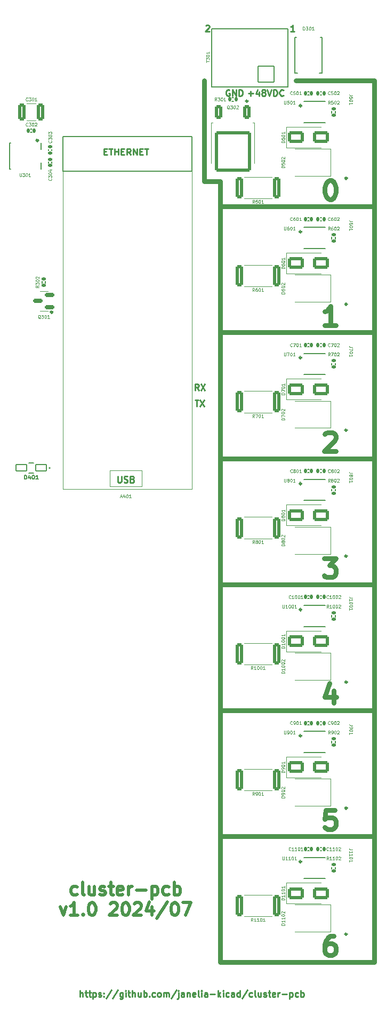
<source format=gto>
G04 #@! TF.GenerationSoftware,KiCad,Pcbnew,7.0.11*
G04 #@! TF.CreationDate,2024-07-26T17:39:15-04:00*
G04 #@! TF.ProjectId,cluster-pcb,636c7573-7465-4722-9d70-63622e6b6963,1.0*
G04 #@! TF.SameCoordinates,Original*
G04 #@! TF.FileFunction,Legend,Top*
G04 #@! TF.FilePolarity,Positive*
%FSLAX46Y46*%
G04 Gerber Fmt 4.6, Leading zero omitted, Abs format (unit mm)*
G04 Created by KiCad (PCBNEW 7.0.11) date 2024-07-26 17:39:15*
%MOMM*%
%LPD*%
G01*
G04 APERTURE LIST*
G04 Aperture macros list*
%AMRoundRect*
0 Rectangle with rounded corners*
0 $1 Rounding radius*
0 $2 $3 $4 $5 $6 $7 $8 $9 X,Y pos of 4 corners*
0 Add a 4 corners polygon primitive as box body*
4,1,4,$2,$3,$4,$5,$6,$7,$8,$9,$2,$3,0*
0 Add four circle primitives for the rounded corners*
1,1,$1+$1,$2,$3*
1,1,$1+$1,$4,$5*
1,1,$1+$1,$6,$7*
1,1,$1+$1,$8,$9*
0 Add four rect primitives between the rounded corners*
20,1,$1+$1,$2,$3,$4,$5,0*
20,1,$1+$1,$4,$5,$6,$7,0*
20,1,$1+$1,$6,$7,$8,$9,0*
20,1,$1+$1,$8,$9,$2,$3,0*%
G04 Aperture macros list end*
%ADD10C,0.800000*%
%ADD11C,0.250000*%
%ADD12C,0.750000*%
%ADD13C,0.500000*%
%ADD14C,0.125000*%
%ADD15C,0.150000*%
%ADD16C,0.300000*%
%ADD17C,0.120000*%
%ADD18C,0.152400*%
%ADD19C,0.127000*%
%ADD20C,0.100000*%
%ADD21C,0.200000*%
%ADD22C,1.000000*%
%ADD23R,2.600000X2.300000*%
%ADD24R,1.500000X0.600000*%
%ADD25RoundRect,0.250000X-0.362500X-1.425000X0.362500X-1.425000X0.362500X1.425000X-0.362500X1.425000X0*%
%ADD26RoundRect,0.135000X0.185000X-0.135000X0.185000X0.135000X-0.185000X0.135000X-0.185000X-0.135000X0*%
%ADD27RoundRect,0.250000X-0.325000X-1.100000X0.325000X-1.100000X0.325000X1.100000X-0.325000X1.100000X0*%
%ADD28R,2.500000X2.300000*%
%ADD29RoundRect,0.140000X-0.140000X-0.170000X0.140000X-0.170000X0.140000X0.170000X-0.140000X0.170000X0*%
%ADD30R,0.711200X0.254000*%
%ADD31R,1.600200X2.387600*%
%ADD32RoundRect,0.135000X-0.185000X0.135000X-0.185000X-0.135000X0.185000X-0.135000X0.185000X0.135000X0*%
%ADD33RoundRect,0.150000X0.587500X0.150000X-0.587500X0.150000X-0.587500X-0.150000X0.587500X-0.150000X0*%
%ADD34RoundRect,0.250000X-1.000000X-0.650000X1.000000X-0.650000X1.000000X0.650000X-1.000000X0.650000X0*%
%ADD35RoundRect,0.140000X0.140000X0.170000X-0.140000X0.170000X-0.140000X-0.170000X0.140000X-0.170000X0*%
%ADD36RoundRect,0.102000X1.250000X1.250000X-1.250000X1.250000X-1.250000X-1.250000X1.250000X-1.250000X0*%
%ADD37C,2.704000*%
%ADD38C,6.400000*%
%ADD39RoundRect,0.140000X-0.170000X0.140000X-0.170000X-0.140000X0.170000X-0.140000X0.170000X0.140000X0*%
%ADD40C,2.250000*%
%ADD41C,1.750000*%
%ADD42C,4.250000*%
%ADD43R,1.700000X1.700000*%
%ADD44O,1.700000X1.700000*%
%ADD45C,1.700000*%
%ADD46RoundRect,0.250000X-0.350000X0.850000X-0.350000X-0.850000X0.350000X-0.850000X0.350000X0.850000X0*%
%ADD47RoundRect,0.249997X-2.650003X2.950003X-2.650003X-2.950003X2.650003X-2.950003X2.650003X2.950003X0*%
%ADD48RoundRect,0.102000X0.840000X0.505000X-0.840000X0.505000X-0.840000X-0.505000X0.840000X-0.505000X0*%
%ADD49RoundRect,0.135000X-0.135000X-0.185000X0.135000X-0.185000X0.135000X0.185000X-0.135000X0.185000X0*%
%ADD50R,3.098800X5.207000*%
%ADD51R,0.990600X1.143000*%
%ADD52RoundRect,0.140000X0.170000X-0.140000X0.170000X0.140000X-0.170000X0.140000X-0.170000X-0.140000X0*%
G04 APERTURE END LIST*
D10*
X107400000Y-131600000D02*
X131900000Y-131600000D01*
X131900000Y-151600000D01*
X107400000Y-151600000D01*
X107400000Y-131600000D01*
X107400000Y-91600000D02*
X131900000Y-91600000D01*
X131900000Y-111600000D01*
X107400000Y-111600000D01*
X107400000Y-91600000D01*
X104900000Y-31600000D02*
X104900000Y-47600000D01*
X107400000Y-111600000D02*
X131900000Y-111600000D01*
X131900000Y-131600000D01*
X107400000Y-131600000D01*
X107400000Y-111600000D01*
X131900000Y-31600000D02*
X119400000Y-31600000D01*
X107400000Y-47600000D02*
X107400000Y-51600000D01*
X104900000Y-47600000D02*
X107400000Y-47600000D01*
X107400000Y-51600000D02*
X131900000Y-51600000D01*
X131900000Y-71600000D01*
X107400000Y-71600000D01*
X107400000Y-51600000D01*
X131900000Y-51600000D02*
X131900000Y-31600000D01*
X107400000Y-151600000D02*
X131900000Y-151600000D01*
X131900000Y-171600000D01*
X107400000Y-171600000D01*
X107400000Y-151600000D01*
X107400000Y-71600000D02*
X131900000Y-71600000D01*
X131900000Y-91600000D01*
X107400000Y-91600000D01*
X107400000Y-71600000D01*
D11*
X111888095Y-33668666D02*
X112650000Y-33668666D01*
X112269047Y-34049619D02*
X112269047Y-33287714D01*
X113554761Y-33382952D02*
X113554761Y-34049619D01*
X113316666Y-33002000D02*
X113078571Y-33716285D01*
X113078571Y-33716285D02*
X113697618Y-33716285D01*
X114221428Y-33478190D02*
X114126190Y-33430571D01*
X114126190Y-33430571D02*
X114078571Y-33382952D01*
X114078571Y-33382952D02*
X114030952Y-33287714D01*
X114030952Y-33287714D02*
X114030952Y-33240095D01*
X114030952Y-33240095D02*
X114078571Y-33144857D01*
X114078571Y-33144857D02*
X114126190Y-33097238D01*
X114126190Y-33097238D02*
X114221428Y-33049619D01*
X114221428Y-33049619D02*
X114411904Y-33049619D01*
X114411904Y-33049619D02*
X114507142Y-33097238D01*
X114507142Y-33097238D02*
X114554761Y-33144857D01*
X114554761Y-33144857D02*
X114602380Y-33240095D01*
X114602380Y-33240095D02*
X114602380Y-33287714D01*
X114602380Y-33287714D02*
X114554761Y-33382952D01*
X114554761Y-33382952D02*
X114507142Y-33430571D01*
X114507142Y-33430571D02*
X114411904Y-33478190D01*
X114411904Y-33478190D02*
X114221428Y-33478190D01*
X114221428Y-33478190D02*
X114126190Y-33525809D01*
X114126190Y-33525809D02*
X114078571Y-33573428D01*
X114078571Y-33573428D02*
X114030952Y-33668666D01*
X114030952Y-33668666D02*
X114030952Y-33859142D01*
X114030952Y-33859142D02*
X114078571Y-33954380D01*
X114078571Y-33954380D02*
X114126190Y-34002000D01*
X114126190Y-34002000D02*
X114221428Y-34049619D01*
X114221428Y-34049619D02*
X114411904Y-34049619D01*
X114411904Y-34049619D02*
X114507142Y-34002000D01*
X114507142Y-34002000D02*
X114554761Y-33954380D01*
X114554761Y-33954380D02*
X114602380Y-33859142D01*
X114602380Y-33859142D02*
X114602380Y-33668666D01*
X114602380Y-33668666D02*
X114554761Y-33573428D01*
X114554761Y-33573428D02*
X114507142Y-33525809D01*
X114507142Y-33525809D02*
X114411904Y-33478190D01*
X114888095Y-33049619D02*
X115221428Y-34049619D01*
X115221428Y-34049619D02*
X115554761Y-33049619D01*
X115888095Y-34049619D02*
X115888095Y-33049619D01*
X115888095Y-33049619D02*
X116126190Y-33049619D01*
X116126190Y-33049619D02*
X116269047Y-33097238D01*
X116269047Y-33097238D02*
X116364285Y-33192476D01*
X116364285Y-33192476D02*
X116411904Y-33287714D01*
X116411904Y-33287714D02*
X116459523Y-33478190D01*
X116459523Y-33478190D02*
X116459523Y-33621047D01*
X116459523Y-33621047D02*
X116411904Y-33811523D01*
X116411904Y-33811523D02*
X116364285Y-33906761D01*
X116364285Y-33906761D02*
X116269047Y-34002000D01*
X116269047Y-34002000D02*
X116126190Y-34049619D01*
X116126190Y-34049619D02*
X115888095Y-34049619D01*
X117459523Y-33954380D02*
X117411904Y-34002000D01*
X117411904Y-34002000D02*
X117269047Y-34049619D01*
X117269047Y-34049619D02*
X117173809Y-34049619D01*
X117173809Y-34049619D02*
X117030952Y-34002000D01*
X117030952Y-34002000D02*
X116935714Y-33906761D01*
X116935714Y-33906761D02*
X116888095Y-33811523D01*
X116888095Y-33811523D02*
X116840476Y-33621047D01*
X116840476Y-33621047D02*
X116840476Y-33478190D01*
X116840476Y-33478190D02*
X116888095Y-33287714D01*
X116888095Y-33287714D02*
X116935714Y-33192476D01*
X116935714Y-33192476D02*
X117030952Y-33097238D01*
X117030952Y-33097238D02*
X117173809Y-33049619D01*
X117173809Y-33049619D02*
X117269047Y-33049619D01*
X117269047Y-33049619D02*
X117411904Y-33097238D01*
X117411904Y-33097238D02*
X117459523Y-33144857D01*
X103388095Y-82299619D02*
X103959523Y-82299619D01*
X103673809Y-83299619D02*
X103673809Y-82299619D01*
X104197619Y-82299619D02*
X104864285Y-83299619D01*
X104864285Y-82299619D02*
X104197619Y-83299619D01*
X119185714Y-23799619D02*
X118614286Y-23799619D01*
X118900000Y-23799619D02*
X118900000Y-22799619D01*
X118900000Y-22799619D02*
X118804762Y-22942476D01*
X118804762Y-22942476D02*
X118709524Y-23037714D01*
X118709524Y-23037714D02*
X118614286Y-23085333D01*
D12*
X125471429Y-128448857D02*
X125471429Y-130448857D01*
X124757143Y-127306000D02*
X124042857Y-129448857D01*
X124042857Y-129448857D02*
X125900000Y-129448857D01*
D11*
X103983333Y-80799619D02*
X103650000Y-80323428D01*
X103411905Y-80799619D02*
X103411905Y-79799619D01*
X103411905Y-79799619D02*
X103792857Y-79799619D01*
X103792857Y-79799619D02*
X103888095Y-79847238D01*
X103888095Y-79847238D02*
X103935714Y-79894857D01*
X103935714Y-79894857D02*
X103983333Y-79990095D01*
X103983333Y-79990095D02*
X103983333Y-80132952D01*
X103983333Y-80132952D02*
X103935714Y-80228190D01*
X103935714Y-80228190D02*
X103888095Y-80275809D01*
X103888095Y-80275809D02*
X103792857Y-80323428D01*
X103792857Y-80323428D02*
X103411905Y-80323428D01*
X104316667Y-79799619D02*
X104983333Y-80799619D01*
X104983333Y-79799619D02*
X104316667Y-80799619D01*
D12*
X125757143Y-70448857D02*
X124042857Y-70448857D01*
X124900000Y-70448857D02*
X124900000Y-67448857D01*
X124900000Y-67448857D02*
X124614286Y-67877428D01*
X124614286Y-67877428D02*
X124328571Y-68163142D01*
X124328571Y-68163142D02*
X124042857Y-68306000D01*
X124757143Y-47448857D02*
X125042857Y-47448857D01*
X125042857Y-47448857D02*
X125328571Y-47591714D01*
X125328571Y-47591714D02*
X125471429Y-47734571D01*
X125471429Y-47734571D02*
X125614286Y-48020285D01*
X125614286Y-48020285D02*
X125757143Y-48591714D01*
X125757143Y-48591714D02*
X125757143Y-49306000D01*
X125757143Y-49306000D02*
X125614286Y-49877428D01*
X125614286Y-49877428D02*
X125471429Y-50163142D01*
X125471429Y-50163142D02*
X125328571Y-50306000D01*
X125328571Y-50306000D02*
X125042857Y-50448857D01*
X125042857Y-50448857D02*
X124757143Y-50448857D01*
X124757143Y-50448857D02*
X124471429Y-50306000D01*
X124471429Y-50306000D02*
X124328571Y-50163142D01*
X124328571Y-50163142D02*
X124185714Y-49877428D01*
X124185714Y-49877428D02*
X124042857Y-49306000D01*
X124042857Y-49306000D02*
X124042857Y-48591714D01*
X124042857Y-48591714D02*
X124185714Y-48020285D01*
X124185714Y-48020285D02*
X124328571Y-47734571D01*
X124328571Y-47734571D02*
X124471429Y-47591714D01*
X124471429Y-47591714D02*
X124757143Y-47448857D01*
X123900000Y-107448857D02*
X125757143Y-107448857D01*
X125757143Y-107448857D02*
X124757143Y-108591714D01*
X124757143Y-108591714D02*
X125185714Y-108591714D01*
X125185714Y-108591714D02*
X125471429Y-108734571D01*
X125471429Y-108734571D02*
X125614286Y-108877428D01*
X125614286Y-108877428D02*
X125757143Y-109163142D01*
X125757143Y-109163142D02*
X125757143Y-109877428D01*
X125757143Y-109877428D02*
X125614286Y-110163142D01*
X125614286Y-110163142D02*
X125471429Y-110306000D01*
X125471429Y-110306000D02*
X125185714Y-110448857D01*
X125185714Y-110448857D02*
X124328571Y-110448857D01*
X124328571Y-110448857D02*
X124042857Y-110306000D01*
X124042857Y-110306000D02*
X123900000Y-110163142D01*
D11*
X105114286Y-22894857D02*
X105161905Y-22847238D01*
X105161905Y-22847238D02*
X105257143Y-22799619D01*
X105257143Y-22799619D02*
X105495238Y-22799619D01*
X105495238Y-22799619D02*
X105590476Y-22847238D01*
X105590476Y-22847238D02*
X105638095Y-22894857D01*
X105638095Y-22894857D02*
X105685714Y-22990095D01*
X105685714Y-22990095D02*
X105685714Y-23085333D01*
X105685714Y-23085333D02*
X105638095Y-23228190D01*
X105638095Y-23228190D02*
X105066667Y-23799619D01*
X105066667Y-23799619D02*
X105685714Y-23799619D01*
D12*
X125614286Y-147448857D02*
X124185714Y-147448857D01*
X124185714Y-147448857D02*
X124042857Y-148877428D01*
X124042857Y-148877428D02*
X124185714Y-148734571D01*
X124185714Y-148734571D02*
X124471429Y-148591714D01*
X124471429Y-148591714D02*
X125185714Y-148591714D01*
X125185714Y-148591714D02*
X125471429Y-148734571D01*
X125471429Y-148734571D02*
X125614286Y-148877428D01*
X125614286Y-148877428D02*
X125757143Y-149163142D01*
X125757143Y-149163142D02*
X125757143Y-149877428D01*
X125757143Y-149877428D02*
X125614286Y-150163142D01*
X125614286Y-150163142D02*
X125471429Y-150306000D01*
X125471429Y-150306000D02*
X125185714Y-150448857D01*
X125185714Y-150448857D02*
X124471429Y-150448857D01*
X124471429Y-150448857D02*
X124185714Y-150306000D01*
X124185714Y-150306000D02*
X124042857Y-150163142D01*
X124042857Y-87734571D02*
X124185714Y-87591714D01*
X124185714Y-87591714D02*
X124471429Y-87448857D01*
X124471429Y-87448857D02*
X125185714Y-87448857D01*
X125185714Y-87448857D02*
X125471429Y-87591714D01*
X125471429Y-87591714D02*
X125614286Y-87734571D01*
X125614286Y-87734571D02*
X125757143Y-88020285D01*
X125757143Y-88020285D02*
X125757143Y-88306000D01*
X125757143Y-88306000D02*
X125614286Y-88734571D01*
X125614286Y-88734571D02*
X123900000Y-90448857D01*
X123900000Y-90448857D02*
X125757143Y-90448857D01*
D13*
X84685714Y-160794000D02*
X84495238Y-160889238D01*
X84495238Y-160889238D02*
X84114285Y-160889238D01*
X84114285Y-160889238D02*
X83923809Y-160794000D01*
X83923809Y-160794000D02*
X83828571Y-160698761D01*
X83828571Y-160698761D02*
X83733333Y-160508285D01*
X83733333Y-160508285D02*
X83733333Y-159936857D01*
X83733333Y-159936857D02*
X83828571Y-159746380D01*
X83828571Y-159746380D02*
X83923809Y-159651142D01*
X83923809Y-159651142D02*
X84114285Y-159555904D01*
X84114285Y-159555904D02*
X84495238Y-159555904D01*
X84495238Y-159555904D02*
X84685714Y-159651142D01*
X85828571Y-160889238D02*
X85638095Y-160794000D01*
X85638095Y-160794000D02*
X85542857Y-160603523D01*
X85542857Y-160603523D02*
X85542857Y-158889238D01*
X87447619Y-159555904D02*
X87447619Y-160889238D01*
X86590476Y-159555904D02*
X86590476Y-160603523D01*
X86590476Y-160603523D02*
X86685714Y-160794000D01*
X86685714Y-160794000D02*
X86876190Y-160889238D01*
X86876190Y-160889238D02*
X87161905Y-160889238D01*
X87161905Y-160889238D02*
X87352381Y-160794000D01*
X87352381Y-160794000D02*
X87447619Y-160698761D01*
X88304762Y-160794000D02*
X88495238Y-160889238D01*
X88495238Y-160889238D02*
X88876190Y-160889238D01*
X88876190Y-160889238D02*
X89066667Y-160794000D01*
X89066667Y-160794000D02*
X89161905Y-160603523D01*
X89161905Y-160603523D02*
X89161905Y-160508285D01*
X89161905Y-160508285D02*
X89066667Y-160317809D01*
X89066667Y-160317809D02*
X88876190Y-160222571D01*
X88876190Y-160222571D02*
X88590476Y-160222571D01*
X88590476Y-160222571D02*
X88400000Y-160127333D01*
X88400000Y-160127333D02*
X88304762Y-159936857D01*
X88304762Y-159936857D02*
X88304762Y-159841619D01*
X88304762Y-159841619D02*
X88400000Y-159651142D01*
X88400000Y-159651142D02*
X88590476Y-159555904D01*
X88590476Y-159555904D02*
X88876190Y-159555904D01*
X88876190Y-159555904D02*
X89066667Y-159651142D01*
X89733334Y-159555904D02*
X90495238Y-159555904D01*
X90019048Y-158889238D02*
X90019048Y-160603523D01*
X90019048Y-160603523D02*
X90114286Y-160794000D01*
X90114286Y-160794000D02*
X90304762Y-160889238D01*
X90304762Y-160889238D02*
X90495238Y-160889238D01*
X91923810Y-160794000D02*
X91733334Y-160889238D01*
X91733334Y-160889238D02*
X91352381Y-160889238D01*
X91352381Y-160889238D02*
X91161905Y-160794000D01*
X91161905Y-160794000D02*
X91066667Y-160603523D01*
X91066667Y-160603523D02*
X91066667Y-159841619D01*
X91066667Y-159841619D02*
X91161905Y-159651142D01*
X91161905Y-159651142D02*
X91352381Y-159555904D01*
X91352381Y-159555904D02*
X91733334Y-159555904D01*
X91733334Y-159555904D02*
X91923810Y-159651142D01*
X91923810Y-159651142D02*
X92019048Y-159841619D01*
X92019048Y-159841619D02*
X92019048Y-160032095D01*
X92019048Y-160032095D02*
X91066667Y-160222571D01*
X92876191Y-160889238D02*
X92876191Y-159555904D01*
X92876191Y-159936857D02*
X92971429Y-159746380D01*
X92971429Y-159746380D02*
X93066667Y-159651142D01*
X93066667Y-159651142D02*
X93257143Y-159555904D01*
X93257143Y-159555904D02*
X93447620Y-159555904D01*
X94114286Y-160127333D02*
X95638096Y-160127333D01*
X96590476Y-159555904D02*
X96590476Y-161555904D01*
X96590476Y-159651142D02*
X96780952Y-159555904D01*
X96780952Y-159555904D02*
X97161905Y-159555904D01*
X97161905Y-159555904D02*
X97352381Y-159651142D01*
X97352381Y-159651142D02*
X97447619Y-159746380D01*
X97447619Y-159746380D02*
X97542857Y-159936857D01*
X97542857Y-159936857D02*
X97542857Y-160508285D01*
X97542857Y-160508285D02*
X97447619Y-160698761D01*
X97447619Y-160698761D02*
X97352381Y-160794000D01*
X97352381Y-160794000D02*
X97161905Y-160889238D01*
X97161905Y-160889238D02*
X96780952Y-160889238D01*
X96780952Y-160889238D02*
X96590476Y-160794000D01*
X99257143Y-160794000D02*
X99066667Y-160889238D01*
X99066667Y-160889238D02*
X98685714Y-160889238D01*
X98685714Y-160889238D02*
X98495238Y-160794000D01*
X98495238Y-160794000D02*
X98400000Y-160698761D01*
X98400000Y-160698761D02*
X98304762Y-160508285D01*
X98304762Y-160508285D02*
X98304762Y-159936857D01*
X98304762Y-159936857D02*
X98400000Y-159746380D01*
X98400000Y-159746380D02*
X98495238Y-159651142D01*
X98495238Y-159651142D02*
X98685714Y-159555904D01*
X98685714Y-159555904D02*
X99066667Y-159555904D01*
X99066667Y-159555904D02*
X99257143Y-159651142D01*
X100114286Y-160889238D02*
X100114286Y-158889238D01*
X100114286Y-159651142D02*
X100304762Y-159555904D01*
X100304762Y-159555904D02*
X100685715Y-159555904D01*
X100685715Y-159555904D02*
X100876191Y-159651142D01*
X100876191Y-159651142D02*
X100971429Y-159746380D01*
X100971429Y-159746380D02*
X101066667Y-159936857D01*
X101066667Y-159936857D02*
X101066667Y-160508285D01*
X101066667Y-160508285D02*
X100971429Y-160698761D01*
X100971429Y-160698761D02*
X100876191Y-160794000D01*
X100876191Y-160794000D02*
X100685715Y-160889238D01*
X100685715Y-160889238D02*
X100304762Y-160889238D01*
X100304762Y-160889238D02*
X100114286Y-160794000D01*
X82019047Y-162775904D02*
X82495237Y-164109238D01*
X82495237Y-164109238D02*
X82971428Y-162775904D01*
X84780952Y-164109238D02*
X83638095Y-164109238D01*
X84209523Y-164109238D02*
X84209523Y-162109238D01*
X84209523Y-162109238D02*
X84019047Y-162394952D01*
X84019047Y-162394952D02*
X83828571Y-162585428D01*
X83828571Y-162585428D02*
X83638095Y-162680666D01*
X85638095Y-163918761D02*
X85733333Y-164014000D01*
X85733333Y-164014000D02*
X85638095Y-164109238D01*
X85638095Y-164109238D02*
X85542857Y-164014000D01*
X85542857Y-164014000D02*
X85638095Y-163918761D01*
X85638095Y-163918761D02*
X85638095Y-164109238D01*
X86971428Y-162109238D02*
X87161905Y-162109238D01*
X87161905Y-162109238D02*
X87352381Y-162204476D01*
X87352381Y-162204476D02*
X87447619Y-162299714D01*
X87447619Y-162299714D02*
X87542857Y-162490190D01*
X87542857Y-162490190D02*
X87638095Y-162871142D01*
X87638095Y-162871142D02*
X87638095Y-163347333D01*
X87638095Y-163347333D02*
X87542857Y-163728285D01*
X87542857Y-163728285D02*
X87447619Y-163918761D01*
X87447619Y-163918761D02*
X87352381Y-164014000D01*
X87352381Y-164014000D02*
X87161905Y-164109238D01*
X87161905Y-164109238D02*
X86971428Y-164109238D01*
X86971428Y-164109238D02*
X86780952Y-164014000D01*
X86780952Y-164014000D02*
X86685714Y-163918761D01*
X86685714Y-163918761D02*
X86590476Y-163728285D01*
X86590476Y-163728285D02*
X86495238Y-163347333D01*
X86495238Y-163347333D02*
X86495238Y-162871142D01*
X86495238Y-162871142D02*
X86590476Y-162490190D01*
X86590476Y-162490190D02*
X86685714Y-162299714D01*
X86685714Y-162299714D02*
X86780952Y-162204476D01*
X86780952Y-162204476D02*
X86971428Y-162109238D01*
X89923810Y-162299714D02*
X90019048Y-162204476D01*
X90019048Y-162204476D02*
X90209524Y-162109238D01*
X90209524Y-162109238D02*
X90685715Y-162109238D01*
X90685715Y-162109238D02*
X90876191Y-162204476D01*
X90876191Y-162204476D02*
X90971429Y-162299714D01*
X90971429Y-162299714D02*
X91066667Y-162490190D01*
X91066667Y-162490190D02*
X91066667Y-162680666D01*
X91066667Y-162680666D02*
X90971429Y-162966380D01*
X90971429Y-162966380D02*
X89828572Y-164109238D01*
X89828572Y-164109238D02*
X91066667Y-164109238D01*
X92304762Y-162109238D02*
X92495239Y-162109238D01*
X92495239Y-162109238D02*
X92685715Y-162204476D01*
X92685715Y-162204476D02*
X92780953Y-162299714D01*
X92780953Y-162299714D02*
X92876191Y-162490190D01*
X92876191Y-162490190D02*
X92971429Y-162871142D01*
X92971429Y-162871142D02*
X92971429Y-163347333D01*
X92971429Y-163347333D02*
X92876191Y-163728285D01*
X92876191Y-163728285D02*
X92780953Y-163918761D01*
X92780953Y-163918761D02*
X92685715Y-164014000D01*
X92685715Y-164014000D02*
X92495239Y-164109238D01*
X92495239Y-164109238D02*
X92304762Y-164109238D01*
X92304762Y-164109238D02*
X92114286Y-164014000D01*
X92114286Y-164014000D02*
X92019048Y-163918761D01*
X92019048Y-163918761D02*
X91923810Y-163728285D01*
X91923810Y-163728285D02*
X91828572Y-163347333D01*
X91828572Y-163347333D02*
X91828572Y-162871142D01*
X91828572Y-162871142D02*
X91923810Y-162490190D01*
X91923810Y-162490190D02*
X92019048Y-162299714D01*
X92019048Y-162299714D02*
X92114286Y-162204476D01*
X92114286Y-162204476D02*
X92304762Y-162109238D01*
X93733334Y-162299714D02*
X93828572Y-162204476D01*
X93828572Y-162204476D02*
X94019048Y-162109238D01*
X94019048Y-162109238D02*
X94495239Y-162109238D01*
X94495239Y-162109238D02*
X94685715Y-162204476D01*
X94685715Y-162204476D02*
X94780953Y-162299714D01*
X94780953Y-162299714D02*
X94876191Y-162490190D01*
X94876191Y-162490190D02*
X94876191Y-162680666D01*
X94876191Y-162680666D02*
X94780953Y-162966380D01*
X94780953Y-162966380D02*
X93638096Y-164109238D01*
X93638096Y-164109238D02*
X94876191Y-164109238D01*
X96590477Y-162775904D02*
X96590477Y-164109238D01*
X96114286Y-162014000D02*
X95638096Y-163442571D01*
X95638096Y-163442571D02*
X96876191Y-163442571D01*
X99066667Y-162014000D02*
X97352382Y-164585428D01*
X100114286Y-162109238D02*
X100304763Y-162109238D01*
X100304763Y-162109238D02*
X100495239Y-162204476D01*
X100495239Y-162204476D02*
X100590477Y-162299714D01*
X100590477Y-162299714D02*
X100685715Y-162490190D01*
X100685715Y-162490190D02*
X100780953Y-162871142D01*
X100780953Y-162871142D02*
X100780953Y-163347333D01*
X100780953Y-163347333D02*
X100685715Y-163728285D01*
X100685715Y-163728285D02*
X100590477Y-163918761D01*
X100590477Y-163918761D02*
X100495239Y-164014000D01*
X100495239Y-164014000D02*
X100304763Y-164109238D01*
X100304763Y-164109238D02*
X100114286Y-164109238D01*
X100114286Y-164109238D02*
X99923810Y-164014000D01*
X99923810Y-164014000D02*
X99828572Y-163918761D01*
X99828572Y-163918761D02*
X99733334Y-163728285D01*
X99733334Y-163728285D02*
X99638096Y-163347333D01*
X99638096Y-163347333D02*
X99638096Y-162871142D01*
X99638096Y-162871142D02*
X99733334Y-162490190D01*
X99733334Y-162490190D02*
X99828572Y-162299714D01*
X99828572Y-162299714D02*
X99923810Y-162204476D01*
X99923810Y-162204476D02*
X100114286Y-162109238D01*
X101447620Y-162109238D02*
X102780953Y-162109238D01*
X102780953Y-162109238D02*
X101923810Y-164109238D01*
D11*
X85161904Y-177049619D02*
X85161904Y-176049619D01*
X85590475Y-177049619D02*
X85590475Y-176525809D01*
X85590475Y-176525809D02*
X85542856Y-176430571D01*
X85542856Y-176430571D02*
X85447618Y-176382952D01*
X85447618Y-176382952D02*
X85304761Y-176382952D01*
X85304761Y-176382952D02*
X85209523Y-176430571D01*
X85209523Y-176430571D02*
X85161904Y-176478190D01*
X85923809Y-176382952D02*
X86304761Y-176382952D01*
X86066666Y-176049619D02*
X86066666Y-176906761D01*
X86066666Y-176906761D02*
X86114285Y-177002000D01*
X86114285Y-177002000D02*
X86209523Y-177049619D01*
X86209523Y-177049619D02*
X86304761Y-177049619D01*
X86495238Y-176382952D02*
X86876190Y-176382952D01*
X86638095Y-176049619D02*
X86638095Y-176906761D01*
X86638095Y-176906761D02*
X86685714Y-177002000D01*
X86685714Y-177002000D02*
X86780952Y-177049619D01*
X86780952Y-177049619D02*
X86876190Y-177049619D01*
X87209524Y-176382952D02*
X87209524Y-177382952D01*
X87209524Y-176430571D02*
X87304762Y-176382952D01*
X87304762Y-176382952D02*
X87495238Y-176382952D01*
X87495238Y-176382952D02*
X87590476Y-176430571D01*
X87590476Y-176430571D02*
X87638095Y-176478190D01*
X87638095Y-176478190D02*
X87685714Y-176573428D01*
X87685714Y-176573428D02*
X87685714Y-176859142D01*
X87685714Y-176859142D02*
X87638095Y-176954380D01*
X87638095Y-176954380D02*
X87590476Y-177002000D01*
X87590476Y-177002000D02*
X87495238Y-177049619D01*
X87495238Y-177049619D02*
X87304762Y-177049619D01*
X87304762Y-177049619D02*
X87209524Y-177002000D01*
X88066667Y-177002000D02*
X88161905Y-177049619D01*
X88161905Y-177049619D02*
X88352381Y-177049619D01*
X88352381Y-177049619D02*
X88447619Y-177002000D01*
X88447619Y-177002000D02*
X88495238Y-176906761D01*
X88495238Y-176906761D02*
X88495238Y-176859142D01*
X88495238Y-176859142D02*
X88447619Y-176763904D01*
X88447619Y-176763904D02*
X88352381Y-176716285D01*
X88352381Y-176716285D02*
X88209524Y-176716285D01*
X88209524Y-176716285D02*
X88114286Y-176668666D01*
X88114286Y-176668666D02*
X88066667Y-176573428D01*
X88066667Y-176573428D02*
X88066667Y-176525809D01*
X88066667Y-176525809D02*
X88114286Y-176430571D01*
X88114286Y-176430571D02*
X88209524Y-176382952D01*
X88209524Y-176382952D02*
X88352381Y-176382952D01*
X88352381Y-176382952D02*
X88447619Y-176430571D01*
X88923810Y-176954380D02*
X88971429Y-177002000D01*
X88971429Y-177002000D02*
X88923810Y-177049619D01*
X88923810Y-177049619D02*
X88876191Y-177002000D01*
X88876191Y-177002000D02*
X88923810Y-176954380D01*
X88923810Y-176954380D02*
X88923810Y-177049619D01*
X88923810Y-176430571D02*
X88971429Y-176478190D01*
X88971429Y-176478190D02*
X88923810Y-176525809D01*
X88923810Y-176525809D02*
X88876191Y-176478190D01*
X88876191Y-176478190D02*
X88923810Y-176430571D01*
X88923810Y-176430571D02*
X88923810Y-176525809D01*
X90114285Y-176002000D02*
X89257143Y-177287714D01*
X91161904Y-176002000D02*
X90304762Y-177287714D01*
X91923809Y-176382952D02*
X91923809Y-177192476D01*
X91923809Y-177192476D02*
X91876190Y-177287714D01*
X91876190Y-177287714D02*
X91828571Y-177335333D01*
X91828571Y-177335333D02*
X91733333Y-177382952D01*
X91733333Y-177382952D02*
X91590476Y-177382952D01*
X91590476Y-177382952D02*
X91495238Y-177335333D01*
X91923809Y-177002000D02*
X91828571Y-177049619D01*
X91828571Y-177049619D02*
X91638095Y-177049619D01*
X91638095Y-177049619D02*
X91542857Y-177002000D01*
X91542857Y-177002000D02*
X91495238Y-176954380D01*
X91495238Y-176954380D02*
X91447619Y-176859142D01*
X91447619Y-176859142D02*
X91447619Y-176573428D01*
X91447619Y-176573428D02*
X91495238Y-176478190D01*
X91495238Y-176478190D02*
X91542857Y-176430571D01*
X91542857Y-176430571D02*
X91638095Y-176382952D01*
X91638095Y-176382952D02*
X91828571Y-176382952D01*
X91828571Y-176382952D02*
X91923809Y-176430571D01*
X92400000Y-177049619D02*
X92400000Y-176382952D01*
X92400000Y-176049619D02*
X92352381Y-176097238D01*
X92352381Y-176097238D02*
X92400000Y-176144857D01*
X92400000Y-176144857D02*
X92447619Y-176097238D01*
X92447619Y-176097238D02*
X92400000Y-176049619D01*
X92400000Y-176049619D02*
X92400000Y-176144857D01*
X92733333Y-176382952D02*
X93114285Y-176382952D01*
X92876190Y-176049619D02*
X92876190Y-176906761D01*
X92876190Y-176906761D02*
X92923809Y-177002000D01*
X92923809Y-177002000D02*
X93019047Y-177049619D01*
X93019047Y-177049619D02*
X93114285Y-177049619D01*
X93447619Y-177049619D02*
X93447619Y-176049619D01*
X93876190Y-177049619D02*
X93876190Y-176525809D01*
X93876190Y-176525809D02*
X93828571Y-176430571D01*
X93828571Y-176430571D02*
X93733333Y-176382952D01*
X93733333Y-176382952D02*
X93590476Y-176382952D01*
X93590476Y-176382952D02*
X93495238Y-176430571D01*
X93495238Y-176430571D02*
X93447619Y-176478190D01*
X94780952Y-176382952D02*
X94780952Y-177049619D01*
X94352381Y-176382952D02*
X94352381Y-176906761D01*
X94352381Y-176906761D02*
X94400000Y-177002000D01*
X94400000Y-177002000D02*
X94495238Y-177049619D01*
X94495238Y-177049619D02*
X94638095Y-177049619D01*
X94638095Y-177049619D02*
X94733333Y-177002000D01*
X94733333Y-177002000D02*
X94780952Y-176954380D01*
X95257143Y-177049619D02*
X95257143Y-176049619D01*
X95257143Y-176430571D02*
X95352381Y-176382952D01*
X95352381Y-176382952D02*
X95542857Y-176382952D01*
X95542857Y-176382952D02*
X95638095Y-176430571D01*
X95638095Y-176430571D02*
X95685714Y-176478190D01*
X95685714Y-176478190D02*
X95733333Y-176573428D01*
X95733333Y-176573428D02*
X95733333Y-176859142D01*
X95733333Y-176859142D02*
X95685714Y-176954380D01*
X95685714Y-176954380D02*
X95638095Y-177002000D01*
X95638095Y-177002000D02*
X95542857Y-177049619D01*
X95542857Y-177049619D02*
X95352381Y-177049619D01*
X95352381Y-177049619D02*
X95257143Y-177002000D01*
X96161905Y-176954380D02*
X96209524Y-177002000D01*
X96209524Y-177002000D02*
X96161905Y-177049619D01*
X96161905Y-177049619D02*
X96114286Y-177002000D01*
X96114286Y-177002000D02*
X96161905Y-176954380D01*
X96161905Y-176954380D02*
X96161905Y-177049619D01*
X97066666Y-177002000D02*
X96971428Y-177049619D01*
X96971428Y-177049619D02*
X96780952Y-177049619D01*
X96780952Y-177049619D02*
X96685714Y-177002000D01*
X96685714Y-177002000D02*
X96638095Y-176954380D01*
X96638095Y-176954380D02*
X96590476Y-176859142D01*
X96590476Y-176859142D02*
X96590476Y-176573428D01*
X96590476Y-176573428D02*
X96638095Y-176478190D01*
X96638095Y-176478190D02*
X96685714Y-176430571D01*
X96685714Y-176430571D02*
X96780952Y-176382952D01*
X96780952Y-176382952D02*
X96971428Y-176382952D01*
X96971428Y-176382952D02*
X97066666Y-176430571D01*
X97638095Y-177049619D02*
X97542857Y-177002000D01*
X97542857Y-177002000D02*
X97495238Y-176954380D01*
X97495238Y-176954380D02*
X97447619Y-176859142D01*
X97447619Y-176859142D02*
X97447619Y-176573428D01*
X97447619Y-176573428D02*
X97495238Y-176478190D01*
X97495238Y-176478190D02*
X97542857Y-176430571D01*
X97542857Y-176430571D02*
X97638095Y-176382952D01*
X97638095Y-176382952D02*
X97780952Y-176382952D01*
X97780952Y-176382952D02*
X97876190Y-176430571D01*
X97876190Y-176430571D02*
X97923809Y-176478190D01*
X97923809Y-176478190D02*
X97971428Y-176573428D01*
X97971428Y-176573428D02*
X97971428Y-176859142D01*
X97971428Y-176859142D02*
X97923809Y-176954380D01*
X97923809Y-176954380D02*
X97876190Y-177002000D01*
X97876190Y-177002000D02*
X97780952Y-177049619D01*
X97780952Y-177049619D02*
X97638095Y-177049619D01*
X98400000Y-177049619D02*
X98400000Y-176382952D01*
X98400000Y-176478190D02*
X98447619Y-176430571D01*
X98447619Y-176430571D02*
X98542857Y-176382952D01*
X98542857Y-176382952D02*
X98685714Y-176382952D01*
X98685714Y-176382952D02*
X98780952Y-176430571D01*
X98780952Y-176430571D02*
X98828571Y-176525809D01*
X98828571Y-176525809D02*
X98828571Y-177049619D01*
X98828571Y-176525809D02*
X98876190Y-176430571D01*
X98876190Y-176430571D02*
X98971428Y-176382952D01*
X98971428Y-176382952D02*
X99114285Y-176382952D01*
X99114285Y-176382952D02*
X99209524Y-176430571D01*
X99209524Y-176430571D02*
X99257143Y-176525809D01*
X99257143Y-176525809D02*
X99257143Y-177049619D01*
X100447618Y-176002000D02*
X99590476Y-177287714D01*
X100780952Y-176382952D02*
X100780952Y-177240095D01*
X100780952Y-177240095D02*
X100733333Y-177335333D01*
X100733333Y-177335333D02*
X100638095Y-177382952D01*
X100638095Y-177382952D02*
X100590476Y-177382952D01*
X100780952Y-176049619D02*
X100733333Y-176097238D01*
X100733333Y-176097238D02*
X100780952Y-176144857D01*
X100780952Y-176144857D02*
X100828571Y-176097238D01*
X100828571Y-176097238D02*
X100780952Y-176049619D01*
X100780952Y-176049619D02*
X100780952Y-176144857D01*
X101685713Y-177049619D02*
X101685713Y-176525809D01*
X101685713Y-176525809D02*
X101638094Y-176430571D01*
X101638094Y-176430571D02*
X101542856Y-176382952D01*
X101542856Y-176382952D02*
X101352380Y-176382952D01*
X101352380Y-176382952D02*
X101257142Y-176430571D01*
X101685713Y-177002000D02*
X101590475Y-177049619D01*
X101590475Y-177049619D02*
X101352380Y-177049619D01*
X101352380Y-177049619D02*
X101257142Y-177002000D01*
X101257142Y-177002000D02*
X101209523Y-176906761D01*
X101209523Y-176906761D02*
X101209523Y-176811523D01*
X101209523Y-176811523D02*
X101257142Y-176716285D01*
X101257142Y-176716285D02*
X101352380Y-176668666D01*
X101352380Y-176668666D02*
X101590475Y-176668666D01*
X101590475Y-176668666D02*
X101685713Y-176621047D01*
X102161904Y-176382952D02*
X102161904Y-177049619D01*
X102161904Y-176478190D02*
X102209523Y-176430571D01*
X102209523Y-176430571D02*
X102304761Y-176382952D01*
X102304761Y-176382952D02*
X102447618Y-176382952D01*
X102447618Y-176382952D02*
X102542856Y-176430571D01*
X102542856Y-176430571D02*
X102590475Y-176525809D01*
X102590475Y-176525809D02*
X102590475Y-177049619D01*
X103447618Y-177002000D02*
X103352380Y-177049619D01*
X103352380Y-177049619D02*
X103161904Y-177049619D01*
X103161904Y-177049619D02*
X103066666Y-177002000D01*
X103066666Y-177002000D02*
X103019047Y-176906761D01*
X103019047Y-176906761D02*
X103019047Y-176525809D01*
X103019047Y-176525809D02*
X103066666Y-176430571D01*
X103066666Y-176430571D02*
X103161904Y-176382952D01*
X103161904Y-176382952D02*
X103352380Y-176382952D01*
X103352380Y-176382952D02*
X103447618Y-176430571D01*
X103447618Y-176430571D02*
X103495237Y-176525809D01*
X103495237Y-176525809D02*
X103495237Y-176621047D01*
X103495237Y-176621047D02*
X103019047Y-176716285D01*
X104066666Y-177049619D02*
X103971428Y-177002000D01*
X103971428Y-177002000D02*
X103923809Y-176906761D01*
X103923809Y-176906761D02*
X103923809Y-176049619D01*
X104447619Y-177049619D02*
X104447619Y-176382952D01*
X104447619Y-176049619D02*
X104400000Y-176097238D01*
X104400000Y-176097238D02*
X104447619Y-176144857D01*
X104447619Y-176144857D02*
X104495238Y-176097238D01*
X104495238Y-176097238D02*
X104447619Y-176049619D01*
X104447619Y-176049619D02*
X104447619Y-176144857D01*
X105352380Y-177049619D02*
X105352380Y-176525809D01*
X105352380Y-176525809D02*
X105304761Y-176430571D01*
X105304761Y-176430571D02*
X105209523Y-176382952D01*
X105209523Y-176382952D02*
X105019047Y-176382952D01*
X105019047Y-176382952D02*
X104923809Y-176430571D01*
X105352380Y-177002000D02*
X105257142Y-177049619D01*
X105257142Y-177049619D02*
X105019047Y-177049619D01*
X105019047Y-177049619D02*
X104923809Y-177002000D01*
X104923809Y-177002000D02*
X104876190Y-176906761D01*
X104876190Y-176906761D02*
X104876190Y-176811523D01*
X104876190Y-176811523D02*
X104923809Y-176716285D01*
X104923809Y-176716285D02*
X105019047Y-176668666D01*
X105019047Y-176668666D02*
X105257142Y-176668666D01*
X105257142Y-176668666D02*
X105352380Y-176621047D01*
X105828571Y-176668666D02*
X106590476Y-176668666D01*
X107066666Y-177049619D02*
X107066666Y-176049619D01*
X107161904Y-176668666D02*
X107447618Y-177049619D01*
X107447618Y-176382952D02*
X107066666Y-176763904D01*
X107876190Y-177049619D02*
X107876190Y-176382952D01*
X107876190Y-176049619D02*
X107828571Y-176097238D01*
X107828571Y-176097238D02*
X107876190Y-176144857D01*
X107876190Y-176144857D02*
X107923809Y-176097238D01*
X107923809Y-176097238D02*
X107876190Y-176049619D01*
X107876190Y-176049619D02*
X107876190Y-176144857D01*
X108780951Y-177002000D02*
X108685713Y-177049619D01*
X108685713Y-177049619D02*
X108495237Y-177049619D01*
X108495237Y-177049619D02*
X108399999Y-177002000D01*
X108399999Y-177002000D02*
X108352380Y-176954380D01*
X108352380Y-176954380D02*
X108304761Y-176859142D01*
X108304761Y-176859142D02*
X108304761Y-176573428D01*
X108304761Y-176573428D02*
X108352380Y-176478190D01*
X108352380Y-176478190D02*
X108399999Y-176430571D01*
X108399999Y-176430571D02*
X108495237Y-176382952D01*
X108495237Y-176382952D02*
X108685713Y-176382952D01*
X108685713Y-176382952D02*
X108780951Y-176430571D01*
X109638094Y-177049619D02*
X109638094Y-176525809D01*
X109638094Y-176525809D02*
X109590475Y-176430571D01*
X109590475Y-176430571D02*
X109495237Y-176382952D01*
X109495237Y-176382952D02*
X109304761Y-176382952D01*
X109304761Y-176382952D02*
X109209523Y-176430571D01*
X109638094Y-177002000D02*
X109542856Y-177049619D01*
X109542856Y-177049619D02*
X109304761Y-177049619D01*
X109304761Y-177049619D02*
X109209523Y-177002000D01*
X109209523Y-177002000D02*
X109161904Y-176906761D01*
X109161904Y-176906761D02*
X109161904Y-176811523D01*
X109161904Y-176811523D02*
X109209523Y-176716285D01*
X109209523Y-176716285D02*
X109304761Y-176668666D01*
X109304761Y-176668666D02*
X109542856Y-176668666D01*
X109542856Y-176668666D02*
X109638094Y-176621047D01*
X110542856Y-177049619D02*
X110542856Y-176049619D01*
X110542856Y-177002000D02*
X110447618Y-177049619D01*
X110447618Y-177049619D02*
X110257142Y-177049619D01*
X110257142Y-177049619D02*
X110161904Y-177002000D01*
X110161904Y-177002000D02*
X110114285Y-176954380D01*
X110114285Y-176954380D02*
X110066666Y-176859142D01*
X110066666Y-176859142D02*
X110066666Y-176573428D01*
X110066666Y-176573428D02*
X110114285Y-176478190D01*
X110114285Y-176478190D02*
X110161904Y-176430571D01*
X110161904Y-176430571D02*
X110257142Y-176382952D01*
X110257142Y-176382952D02*
X110447618Y-176382952D01*
X110447618Y-176382952D02*
X110542856Y-176430571D01*
X111733332Y-176002000D02*
X110876190Y-177287714D01*
X112495237Y-177002000D02*
X112399999Y-177049619D01*
X112399999Y-177049619D02*
X112209523Y-177049619D01*
X112209523Y-177049619D02*
X112114285Y-177002000D01*
X112114285Y-177002000D02*
X112066666Y-176954380D01*
X112066666Y-176954380D02*
X112019047Y-176859142D01*
X112019047Y-176859142D02*
X112019047Y-176573428D01*
X112019047Y-176573428D02*
X112066666Y-176478190D01*
X112066666Y-176478190D02*
X112114285Y-176430571D01*
X112114285Y-176430571D02*
X112209523Y-176382952D01*
X112209523Y-176382952D02*
X112399999Y-176382952D01*
X112399999Y-176382952D02*
X112495237Y-176430571D01*
X113066666Y-177049619D02*
X112971428Y-177002000D01*
X112971428Y-177002000D02*
X112923809Y-176906761D01*
X112923809Y-176906761D02*
X112923809Y-176049619D01*
X113876190Y-176382952D02*
X113876190Y-177049619D01*
X113447619Y-176382952D02*
X113447619Y-176906761D01*
X113447619Y-176906761D02*
X113495238Y-177002000D01*
X113495238Y-177002000D02*
X113590476Y-177049619D01*
X113590476Y-177049619D02*
X113733333Y-177049619D01*
X113733333Y-177049619D02*
X113828571Y-177002000D01*
X113828571Y-177002000D02*
X113876190Y-176954380D01*
X114304762Y-177002000D02*
X114400000Y-177049619D01*
X114400000Y-177049619D02*
X114590476Y-177049619D01*
X114590476Y-177049619D02*
X114685714Y-177002000D01*
X114685714Y-177002000D02*
X114733333Y-176906761D01*
X114733333Y-176906761D02*
X114733333Y-176859142D01*
X114733333Y-176859142D02*
X114685714Y-176763904D01*
X114685714Y-176763904D02*
X114590476Y-176716285D01*
X114590476Y-176716285D02*
X114447619Y-176716285D01*
X114447619Y-176716285D02*
X114352381Y-176668666D01*
X114352381Y-176668666D02*
X114304762Y-176573428D01*
X114304762Y-176573428D02*
X114304762Y-176525809D01*
X114304762Y-176525809D02*
X114352381Y-176430571D01*
X114352381Y-176430571D02*
X114447619Y-176382952D01*
X114447619Y-176382952D02*
X114590476Y-176382952D01*
X114590476Y-176382952D02*
X114685714Y-176430571D01*
X115019048Y-176382952D02*
X115400000Y-176382952D01*
X115161905Y-176049619D02*
X115161905Y-176906761D01*
X115161905Y-176906761D02*
X115209524Y-177002000D01*
X115209524Y-177002000D02*
X115304762Y-177049619D01*
X115304762Y-177049619D02*
X115400000Y-177049619D01*
X116114286Y-177002000D02*
X116019048Y-177049619D01*
X116019048Y-177049619D02*
X115828572Y-177049619D01*
X115828572Y-177049619D02*
X115733334Y-177002000D01*
X115733334Y-177002000D02*
X115685715Y-176906761D01*
X115685715Y-176906761D02*
X115685715Y-176525809D01*
X115685715Y-176525809D02*
X115733334Y-176430571D01*
X115733334Y-176430571D02*
X115828572Y-176382952D01*
X115828572Y-176382952D02*
X116019048Y-176382952D01*
X116019048Y-176382952D02*
X116114286Y-176430571D01*
X116114286Y-176430571D02*
X116161905Y-176525809D01*
X116161905Y-176525809D02*
X116161905Y-176621047D01*
X116161905Y-176621047D02*
X115685715Y-176716285D01*
X116590477Y-177049619D02*
X116590477Y-176382952D01*
X116590477Y-176573428D02*
X116638096Y-176478190D01*
X116638096Y-176478190D02*
X116685715Y-176430571D01*
X116685715Y-176430571D02*
X116780953Y-176382952D01*
X116780953Y-176382952D02*
X116876191Y-176382952D01*
X117209525Y-176668666D02*
X117971430Y-176668666D01*
X118447620Y-176382952D02*
X118447620Y-177382952D01*
X118447620Y-176430571D02*
X118542858Y-176382952D01*
X118542858Y-176382952D02*
X118733334Y-176382952D01*
X118733334Y-176382952D02*
X118828572Y-176430571D01*
X118828572Y-176430571D02*
X118876191Y-176478190D01*
X118876191Y-176478190D02*
X118923810Y-176573428D01*
X118923810Y-176573428D02*
X118923810Y-176859142D01*
X118923810Y-176859142D02*
X118876191Y-176954380D01*
X118876191Y-176954380D02*
X118828572Y-177002000D01*
X118828572Y-177002000D02*
X118733334Y-177049619D01*
X118733334Y-177049619D02*
X118542858Y-177049619D01*
X118542858Y-177049619D02*
X118447620Y-177002000D01*
X119780953Y-177002000D02*
X119685715Y-177049619D01*
X119685715Y-177049619D02*
X119495239Y-177049619D01*
X119495239Y-177049619D02*
X119400001Y-177002000D01*
X119400001Y-177002000D02*
X119352382Y-176954380D01*
X119352382Y-176954380D02*
X119304763Y-176859142D01*
X119304763Y-176859142D02*
X119304763Y-176573428D01*
X119304763Y-176573428D02*
X119352382Y-176478190D01*
X119352382Y-176478190D02*
X119400001Y-176430571D01*
X119400001Y-176430571D02*
X119495239Y-176382952D01*
X119495239Y-176382952D02*
X119685715Y-176382952D01*
X119685715Y-176382952D02*
X119780953Y-176430571D01*
X120209525Y-177049619D02*
X120209525Y-176049619D01*
X120209525Y-176430571D02*
X120304763Y-176382952D01*
X120304763Y-176382952D02*
X120495239Y-176382952D01*
X120495239Y-176382952D02*
X120590477Y-176430571D01*
X120590477Y-176430571D02*
X120638096Y-176478190D01*
X120638096Y-176478190D02*
X120685715Y-176573428D01*
X120685715Y-176573428D02*
X120685715Y-176859142D01*
X120685715Y-176859142D02*
X120638096Y-176954380D01*
X120638096Y-176954380D02*
X120590477Y-177002000D01*
X120590477Y-177002000D02*
X120495239Y-177049619D01*
X120495239Y-177049619D02*
X120304763Y-177049619D01*
X120304763Y-177049619D02*
X120209525Y-177002000D01*
X108888095Y-33097238D02*
X108792857Y-33049619D01*
X108792857Y-33049619D02*
X108650000Y-33049619D01*
X108650000Y-33049619D02*
X108507143Y-33097238D01*
X108507143Y-33097238D02*
X108411905Y-33192476D01*
X108411905Y-33192476D02*
X108364286Y-33287714D01*
X108364286Y-33287714D02*
X108316667Y-33478190D01*
X108316667Y-33478190D02*
X108316667Y-33621047D01*
X108316667Y-33621047D02*
X108364286Y-33811523D01*
X108364286Y-33811523D02*
X108411905Y-33906761D01*
X108411905Y-33906761D02*
X108507143Y-34002000D01*
X108507143Y-34002000D02*
X108650000Y-34049619D01*
X108650000Y-34049619D02*
X108745238Y-34049619D01*
X108745238Y-34049619D02*
X108888095Y-34002000D01*
X108888095Y-34002000D02*
X108935714Y-33954380D01*
X108935714Y-33954380D02*
X108935714Y-33621047D01*
X108935714Y-33621047D02*
X108745238Y-33621047D01*
X109364286Y-34049619D02*
X109364286Y-33049619D01*
X109364286Y-33049619D02*
X109935714Y-34049619D01*
X109935714Y-34049619D02*
X109935714Y-33049619D01*
X110411905Y-34049619D02*
X110411905Y-33049619D01*
X110411905Y-33049619D02*
X110650000Y-33049619D01*
X110650000Y-33049619D02*
X110792857Y-33097238D01*
X110792857Y-33097238D02*
X110888095Y-33192476D01*
X110888095Y-33192476D02*
X110935714Y-33287714D01*
X110935714Y-33287714D02*
X110983333Y-33478190D01*
X110983333Y-33478190D02*
X110983333Y-33621047D01*
X110983333Y-33621047D02*
X110935714Y-33811523D01*
X110935714Y-33811523D02*
X110888095Y-33906761D01*
X110888095Y-33906761D02*
X110792857Y-34002000D01*
X110792857Y-34002000D02*
X110650000Y-34049619D01*
X110650000Y-34049619D02*
X110411905Y-34049619D01*
D12*
X125471429Y-167448857D02*
X124900000Y-167448857D01*
X124900000Y-167448857D02*
X124614286Y-167591714D01*
X124614286Y-167591714D02*
X124471429Y-167734571D01*
X124471429Y-167734571D02*
X124185714Y-168163142D01*
X124185714Y-168163142D02*
X124042857Y-168734571D01*
X124042857Y-168734571D02*
X124042857Y-169877428D01*
X124042857Y-169877428D02*
X124185714Y-170163142D01*
X124185714Y-170163142D02*
X124328571Y-170306000D01*
X124328571Y-170306000D02*
X124614286Y-170448857D01*
X124614286Y-170448857D02*
X125185714Y-170448857D01*
X125185714Y-170448857D02*
X125471429Y-170306000D01*
X125471429Y-170306000D02*
X125614286Y-170163142D01*
X125614286Y-170163142D02*
X125757143Y-169877428D01*
X125757143Y-169877428D02*
X125757143Y-169163142D01*
X125757143Y-169163142D02*
X125614286Y-168877428D01*
X125614286Y-168877428D02*
X125471429Y-168734571D01*
X125471429Y-168734571D02*
X125185714Y-168591714D01*
X125185714Y-168591714D02*
X124614286Y-168591714D01*
X124614286Y-168591714D02*
X124328571Y-168734571D01*
X124328571Y-168734571D02*
X124185714Y-168877428D01*
X124185714Y-168877428D02*
X124042857Y-169163142D01*
D14*
X128425190Y-133957143D02*
X128068047Y-133957143D01*
X128068047Y-133957143D02*
X127996619Y-133933334D01*
X127996619Y-133933334D02*
X127949000Y-133885715D01*
X127949000Y-133885715D02*
X127925190Y-133814286D01*
X127925190Y-133814286D02*
X127925190Y-133766667D01*
X127925190Y-134219048D02*
X127925190Y-134314286D01*
X127925190Y-134314286D02*
X127949000Y-134361905D01*
X127949000Y-134361905D02*
X127972809Y-134385714D01*
X127972809Y-134385714D02*
X128044238Y-134433333D01*
X128044238Y-134433333D02*
X128139476Y-134457143D01*
X128139476Y-134457143D02*
X128329952Y-134457143D01*
X128329952Y-134457143D02*
X128377571Y-134433333D01*
X128377571Y-134433333D02*
X128401380Y-134409524D01*
X128401380Y-134409524D02*
X128425190Y-134361905D01*
X128425190Y-134361905D02*
X128425190Y-134266667D01*
X128425190Y-134266667D02*
X128401380Y-134219048D01*
X128401380Y-134219048D02*
X128377571Y-134195238D01*
X128377571Y-134195238D02*
X128329952Y-134171429D01*
X128329952Y-134171429D02*
X128210904Y-134171429D01*
X128210904Y-134171429D02*
X128163285Y-134195238D01*
X128163285Y-134195238D02*
X128139476Y-134219048D01*
X128139476Y-134219048D02*
X128115666Y-134266667D01*
X128115666Y-134266667D02*
X128115666Y-134361905D01*
X128115666Y-134361905D02*
X128139476Y-134409524D01*
X128139476Y-134409524D02*
X128163285Y-134433333D01*
X128163285Y-134433333D02*
X128210904Y-134457143D01*
X128425190Y-134766666D02*
X128425190Y-134814285D01*
X128425190Y-134814285D02*
X128401380Y-134861904D01*
X128401380Y-134861904D02*
X128377571Y-134885714D01*
X128377571Y-134885714D02*
X128329952Y-134909523D01*
X128329952Y-134909523D02*
X128234714Y-134933333D01*
X128234714Y-134933333D02*
X128115666Y-134933333D01*
X128115666Y-134933333D02*
X128020428Y-134909523D01*
X128020428Y-134909523D02*
X127972809Y-134885714D01*
X127972809Y-134885714D02*
X127949000Y-134861904D01*
X127949000Y-134861904D02*
X127925190Y-134814285D01*
X127925190Y-134814285D02*
X127925190Y-134766666D01*
X127925190Y-134766666D02*
X127949000Y-134719047D01*
X127949000Y-134719047D02*
X127972809Y-134695238D01*
X127972809Y-134695238D02*
X128020428Y-134671428D01*
X128020428Y-134671428D02*
X128115666Y-134647619D01*
X128115666Y-134647619D02*
X128234714Y-134647619D01*
X128234714Y-134647619D02*
X128329952Y-134671428D01*
X128329952Y-134671428D02*
X128377571Y-134695238D01*
X128377571Y-134695238D02*
X128401380Y-134719047D01*
X128401380Y-134719047D02*
X128425190Y-134766666D01*
X127925190Y-135409523D02*
X127925190Y-135123809D01*
X127925190Y-135266666D02*
X128425190Y-135266666D01*
X128425190Y-135266666D02*
X128353761Y-135219047D01*
X128353761Y-135219047D02*
X128306142Y-135171428D01*
X128306142Y-135171428D02*
X128282333Y-135123809D01*
X112840476Y-145074809D02*
X112673810Y-144836714D01*
X112554762Y-145074809D02*
X112554762Y-144574809D01*
X112554762Y-144574809D02*
X112745238Y-144574809D01*
X112745238Y-144574809D02*
X112792857Y-144598619D01*
X112792857Y-144598619D02*
X112816667Y-144622428D01*
X112816667Y-144622428D02*
X112840476Y-144670047D01*
X112840476Y-144670047D02*
X112840476Y-144741476D01*
X112840476Y-144741476D02*
X112816667Y-144789095D01*
X112816667Y-144789095D02*
X112792857Y-144812904D01*
X112792857Y-144812904D02*
X112745238Y-144836714D01*
X112745238Y-144836714D02*
X112554762Y-144836714D01*
X113078572Y-145074809D02*
X113173810Y-145074809D01*
X113173810Y-145074809D02*
X113221429Y-145051000D01*
X113221429Y-145051000D02*
X113245238Y-145027190D01*
X113245238Y-145027190D02*
X113292857Y-144955761D01*
X113292857Y-144955761D02*
X113316667Y-144860523D01*
X113316667Y-144860523D02*
X113316667Y-144670047D01*
X113316667Y-144670047D02*
X113292857Y-144622428D01*
X113292857Y-144622428D02*
X113269048Y-144598619D01*
X113269048Y-144598619D02*
X113221429Y-144574809D01*
X113221429Y-144574809D02*
X113126191Y-144574809D01*
X113126191Y-144574809D02*
X113078572Y-144598619D01*
X113078572Y-144598619D02*
X113054762Y-144622428D01*
X113054762Y-144622428D02*
X113030953Y-144670047D01*
X113030953Y-144670047D02*
X113030953Y-144789095D01*
X113030953Y-144789095D02*
X113054762Y-144836714D01*
X113054762Y-144836714D02*
X113078572Y-144860523D01*
X113078572Y-144860523D02*
X113126191Y-144884333D01*
X113126191Y-144884333D02*
X113221429Y-144884333D01*
X113221429Y-144884333D02*
X113269048Y-144860523D01*
X113269048Y-144860523D02*
X113292857Y-144836714D01*
X113292857Y-144836714D02*
X113316667Y-144789095D01*
X113626190Y-144574809D02*
X113673809Y-144574809D01*
X113673809Y-144574809D02*
X113721428Y-144598619D01*
X113721428Y-144598619D02*
X113745238Y-144622428D01*
X113745238Y-144622428D02*
X113769047Y-144670047D01*
X113769047Y-144670047D02*
X113792857Y-144765285D01*
X113792857Y-144765285D02*
X113792857Y-144884333D01*
X113792857Y-144884333D02*
X113769047Y-144979571D01*
X113769047Y-144979571D02*
X113745238Y-145027190D01*
X113745238Y-145027190D02*
X113721428Y-145051000D01*
X113721428Y-145051000D02*
X113673809Y-145074809D01*
X113673809Y-145074809D02*
X113626190Y-145074809D01*
X113626190Y-145074809D02*
X113578571Y-145051000D01*
X113578571Y-145051000D02*
X113554762Y-145027190D01*
X113554762Y-145027190D02*
X113530952Y-144979571D01*
X113530952Y-144979571D02*
X113507143Y-144884333D01*
X113507143Y-144884333D02*
X113507143Y-144765285D01*
X113507143Y-144765285D02*
X113530952Y-144670047D01*
X113530952Y-144670047D02*
X113554762Y-144622428D01*
X113554762Y-144622428D02*
X113578571Y-144598619D01*
X113578571Y-144598619D02*
X113626190Y-144574809D01*
X114269047Y-145074809D02*
X113983333Y-145074809D01*
X114126190Y-145074809D02*
X114126190Y-144574809D01*
X114126190Y-144574809D02*
X114078571Y-144646238D01*
X114078571Y-144646238D02*
X114030952Y-144693857D01*
X114030952Y-144693857D02*
X113983333Y-144717666D01*
X124840476Y-55324809D02*
X124673810Y-55086714D01*
X124554762Y-55324809D02*
X124554762Y-54824809D01*
X124554762Y-54824809D02*
X124745238Y-54824809D01*
X124745238Y-54824809D02*
X124792857Y-54848619D01*
X124792857Y-54848619D02*
X124816667Y-54872428D01*
X124816667Y-54872428D02*
X124840476Y-54920047D01*
X124840476Y-54920047D02*
X124840476Y-54991476D01*
X124840476Y-54991476D02*
X124816667Y-55039095D01*
X124816667Y-55039095D02*
X124792857Y-55062904D01*
X124792857Y-55062904D02*
X124745238Y-55086714D01*
X124745238Y-55086714D02*
X124554762Y-55086714D01*
X125269048Y-54824809D02*
X125173810Y-54824809D01*
X125173810Y-54824809D02*
X125126191Y-54848619D01*
X125126191Y-54848619D02*
X125102381Y-54872428D01*
X125102381Y-54872428D02*
X125054762Y-54943857D01*
X125054762Y-54943857D02*
X125030953Y-55039095D01*
X125030953Y-55039095D02*
X125030953Y-55229571D01*
X125030953Y-55229571D02*
X125054762Y-55277190D01*
X125054762Y-55277190D02*
X125078572Y-55301000D01*
X125078572Y-55301000D02*
X125126191Y-55324809D01*
X125126191Y-55324809D02*
X125221429Y-55324809D01*
X125221429Y-55324809D02*
X125269048Y-55301000D01*
X125269048Y-55301000D02*
X125292857Y-55277190D01*
X125292857Y-55277190D02*
X125316667Y-55229571D01*
X125316667Y-55229571D02*
X125316667Y-55110523D01*
X125316667Y-55110523D02*
X125292857Y-55062904D01*
X125292857Y-55062904D02*
X125269048Y-55039095D01*
X125269048Y-55039095D02*
X125221429Y-55015285D01*
X125221429Y-55015285D02*
X125126191Y-55015285D01*
X125126191Y-55015285D02*
X125078572Y-55039095D01*
X125078572Y-55039095D02*
X125054762Y-55062904D01*
X125054762Y-55062904D02*
X125030953Y-55110523D01*
X125626190Y-54824809D02*
X125673809Y-54824809D01*
X125673809Y-54824809D02*
X125721428Y-54848619D01*
X125721428Y-54848619D02*
X125745238Y-54872428D01*
X125745238Y-54872428D02*
X125769047Y-54920047D01*
X125769047Y-54920047D02*
X125792857Y-55015285D01*
X125792857Y-55015285D02*
X125792857Y-55134333D01*
X125792857Y-55134333D02*
X125769047Y-55229571D01*
X125769047Y-55229571D02*
X125745238Y-55277190D01*
X125745238Y-55277190D02*
X125721428Y-55301000D01*
X125721428Y-55301000D02*
X125673809Y-55324809D01*
X125673809Y-55324809D02*
X125626190Y-55324809D01*
X125626190Y-55324809D02*
X125578571Y-55301000D01*
X125578571Y-55301000D02*
X125554762Y-55277190D01*
X125554762Y-55277190D02*
X125530952Y-55229571D01*
X125530952Y-55229571D02*
X125507143Y-55134333D01*
X125507143Y-55134333D02*
X125507143Y-55015285D01*
X125507143Y-55015285D02*
X125530952Y-54920047D01*
X125530952Y-54920047D02*
X125554762Y-54872428D01*
X125554762Y-54872428D02*
X125578571Y-54848619D01*
X125578571Y-54848619D02*
X125626190Y-54824809D01*
X125983333Y-54872428D02*
X126007142Y-54848619D01*
X126007142Y-54848619D02*
X126054761Y-54824809D01*
X126054761Y-54824809D02*
X126173809Y-54824809D01*
X126173809Y-54824809D02*
X126221428Y-54848619D01*
X126221428Y-54848619D02*
X126245237Y-54872428D01*
X126245237Y-54872428D02*
X126269047Y-54920047D01*
X126269047Y-54920047D02*
X126269047Y-54967666D01*
X126269047Y-54967666D02*
X126245237Y-55039095D01*
X126245237Y-55039095D02*
X125959523Y-55324809D01*
X125959523Y-55324809D02*
X126269047Y-55324809D01*
X76840476Y-34777190D02*
X76816667Y-34801000D01*
X76816667Y-34801000D02*
X76745238Y-34824809D01*
X76745238Y-34824809D02*
X76697619Y-34824809D01*
X76697619Y-34824809D02*
X76626191Y-34801000D01*
X76626191Y-34801000D02*
X76578572Y-34753380D01*
X76578572Y-34753380D02*
X76554762Y-34705761D01*
X76554762Y-34705761D02*
X76530953Y-34610523D01*
X76530953Y-34610523D02*
X76530953Y-34539095D01*
X76530953Y-34539095D02*
X76554762Y-34443857D01*
X76554762Y-34443857D02*
X76578572Y-34396238D01*
X76578572Y-34396238D02*
X76626191Y-34348619D01*
X76626191Y-34348619D02*
X76697619Y-34324809D01*
X76697619Y-34324809D02*
X76745238Y-34324809D01*
X76745238Y-34324809D02*
X76816667Y-34348619D01*
X76816667Y-34348619D02*
X76840476Y-34372428D01*
X77007143Y-34324809D02*
X77316667Y-34324809D01*
X77316667Y-34324809D02*
X77150000Y-34515285D01*
X77150000Y-34515285D02*
X77221429Y-34515285D01*
X77221429Y-34515285D02*
X77269048Y-34539095D01*
X77269048Y-34539095D02*
X77292857Y-34562904D01*
X77292857Y-34562904D02*
X77316667Y-34610523D01*
X77316667Y-34610523D02*
X77316667Y-34729571D01*
X77316667Y-34729571D02*
X77292857Y-34777190D01*
X77292857Y-34777190D02*
X77269048Y-34801000D01*
X77269048Y-34801000D02*
X77221429Y-34824809D01*
X77221429Y-34824809D02*
X77078572Y-34824809D01*
X77078572Y-34824809D02*
X77030953Y-34801000D01*
X77030953Y-34801000D02*
X77007143Y-34777190D01*
X77626190Y-34324809D02*
X77673809Y-34324809D01*
X77673809Y-34324809D02*
X77721428Y-34348619D01*
X77721428Y-34348619D02*
X77745238Y-34372428D01*
X77745238Y-34372428D02*
X77769047Y-34420047D01*
X77769047Y-34420047D02*
X77792857Y-34515285D01*
X77792857Y-34515285D02*
X77792857Y-34634333D01*
X77792857Y-34634333D02*
X77769047Y-34729571D01*
X77769047Y-34729571D02*
X77745238Y-34777190D01*
X77745238Y-34777190D02*
X77721428Y-34801000D01*
X77721428Y-34801000D02*
X77673809Y-34824809D01*
X77673809Y-34824809D02*
X77626190Y-34824809D01*
X77626190Y-34824809D02*
X77578571Y-34801000D01*
X77578571Y-34801000D02*
X77554762Y-34777190D01*
X77554762Y-34777190D02*
X77530952Y-34729571D01*
X77530952Y-34729571D02*
X77507143Y-34634333D01*
X77507143Y-34634333D02*
X77507143Y-34515285D01*
X77507143Y-34515285D02*
X77530952Y-34420047D01*
X77530952Y-34420047D02*
X77554762Y-34372428D01*
X77554762Y-34372428D02*
X77578571Y-34348619D01*
X77578571Y-34348619D02*
X77626190Y-34324809D01*
X78269047Y-34824809D02*
X77983333Y-34824809D01*
X78126190Y-34824809D02*
X78126190Y-34324809D01*
X78126190Y-34324809D02*
X78078571Y-34396238D01*
X78078571Y-34396238D02*
X78030952Y-34443857D01*
X78030952Y-34443857D02*
X77983333Y-34467666D01*
X124840476Y-135324809D02*
X124673810Y-135086714D01*
X124554762Y-135324809D02*
X124554762Y-134824809D01*
X124554762Y-134824809D02*
X124745238Y-134824809D01*
X124745238Y-134824809D02*
X124792857Y-134848619D01*
X124792857Y-134848619D02*
X124816667Y-134872428D01*
X124816667Y-134872428D02*
X124840476Y-134920047D01*
X124840476Y-134920047D02*
X124840476Y-134991476D01*
X124840476Y-134991476D02*
X124816667Y-135039095D01*
X124816667Y-135039095D02*
X124792857Y-135062904D01*
X124792857Y-135062904D02*
X124745238Y-135086714D01*
X124745238Y-135086714D02*
X124554762Y-135086714D01*
X125078572Y-135324809D02*
X125173810Y-135324809D01*
X125173810Y-135324809D02*
X125221429Y-135301000D01*
X125221429Y-135301000D02*
X125245238Y-135277190D01*
X125245238Y-135277190D02*
X125292857Y-135205761D01*
X125292857Y-135205761D02*
X125316667Y-135110523D01*
X125316667Y-135110523D02*
X125316667Y-134920047D01*
X125316667Y-134920047D02*
X125292857Y-134872428D01*
X125292857Y-134872428D02*
X125269048Y-134848619D01*
X125269048Y-134848619D02*
X125221429Y-134824809D01*
X125221429Y-134824809D02*
X125126191Y-134824809D01*
X125126191Y-134824809D02*
X125078572Y-134848619D01*
X125078572Y-134848619D02*
X125054762Y-134872428D01*
X125054762Y-134872428D02*
X125030953Y-134920047D01*
X125030953Y-134920047D02*
X125030953Y-135039095D01*
X125030953Y-135039095D02*
X125054762Y-135086714D01*
X125054762Y-135086714D02*
X125078572Y-135110523D01*
X125078572Y-135110523D02*
X125126191Y-135134333D01*
X125126191Y-135134333D02*
X125221429Y-135134333D01*
X125221429Y-135134333D02*
X125269048Y-135110523D01*
X125269048Y-135110523D02*
X125292857Y-135086714D01*
X125292857Y-135086714D02*
X125316667Y-135039095D01*
X125626190Y-134824809D02*
X125673809Y-134824809D01*
X125673809Y-134824809D02*
X125721428Y-134848619D01*
X125721428Y-134848619D02*
X125745238Y-134872428D01*
X125745238Y-134872428D02*
X125769047Y-134920047D01*
X125769047Y-134920047D02*
X125792857Y-135015285D01*
X125792857Y-135015285D02*
X125792857Y-135134333D01*
X125792857Y-135134333D02*
X125769047Y-135229571D01*
X125769047Y-135229571D02*
X125745238Y-135277190D01*
X125745238Y-135277190D02*
X125721428Y-135301000D01*
X125721428Y-135301000D02*
X125673809Y-135324809D01*
X125673809Y-135324809D02*
X125626190Y-135324809D01*
X125626190Y-135324809D02*
X125578571Y-135301000D01*
X125578571Y-135301000D02*
X125554762Y-135277190D01*
X125554762Y-135277190D02*
X125530952Y-135229571D01*
X125530952Y-135229571D02*
X125507143Y-135134333D01*
X125507143Y-135134333D02*
X125507143Y-135015285D01*
X125507143Y-135015285D02*
X125530952Y-134920047D01*
X125530952Y-134920047D02*
X125554762Y-134872428D01*
X125554762Y-134872428D02*
X125578571Y-134848619D01*
X125578571Y-134848619D02*
X125626190Y-134824809D01*
X125983333Y-134872428D02*
X126007142Y-134848619D01*
X126007142Y-134848619D02*
X126054761Y-134824809D01*
X126054761Y-134824809D02*
X126173809Y-134824809D01*
X126173809Y-134824809D02*
X126221428Y-134848619D01*
X126221428Y-134848619D02*
X126245237Y-134872428D01*
X126245237Y-134872428D02*
X126269047Y-134920047D01*
X126269047Y-134920047D02*
X126269047Y-134967666D01*
X126269047Y-134967666D02*
X126245237Y-135039095D01*
X126245237Y-135039095D02*
X125959523Y-135324809D01*
X125959523Y-135324809D02*
X126269047Y-135324809D01*
X117624809Y-45445237D02*
X117124809Y-45445237D01*
X117124809Y-45445237D02*
X117124809Y-45326189D01*
X117124809Y-45326189D02*
X117148619Y-45254761D01*
X117148619Y-45254761D02*
X117196238Y-45207142D01*
X117196238Y-45207142D02*
X117243857Y-45183332D01*
X117243857Y-45183332D02*
X117339095Y-45159523D01*
X117339095Y-45159523D02*
X117410523Y-45159523D01*
X117410523Y-45159523D02*
X117505761Y-45183332D01*
X117505761Y-45183332D02*
X117553380Y-45207142D01*
X117553380Y-45207142D02*
X117601000Y-45254761D01*
X117601000Y-45254761D02*
X117624809Y-45326189D01*
X117624809Y-45326189D02*
X117624809Y-45445237D01*
X117124809Y-44707142D02*
X117124809Y-44945237D01*
X117124809Y-44945237D02*
X117362904Y-44969046D01*
X117362904Y-44969046D02*
X117339095Y-44945237D01*
X117339095Y-44945237D02*
X117315285Y-44897618D01*
X117315285Y-44897618D02*
X117315285Y-44778570D01*
X117315285Y-44778570D02*
X117339095Y-44730951D01*
X117339095Y-44730951D02*
X117362904Y-44707142D01*
X117362904Y-44707142D02*
X117410523Y-44683332D01*
X117410523Y-44683332D02*
X117529571Y-44683332D01*
X117529571Y-44683332D02*
X117577190Y-44707142D01*
X117577190Y-44707142D02*
X117601000Y-44730951D01*
X117601000Y-44730951D02*
X117624809Y-44778570D01*
X117624809Y-44778570D02*
X117624809Y-44897618D01*
X117624809Y-44897618D02*
X117601000Y-44945237D01*
X117601000Y-44945237D02*
X117577190Y-44969046D01*
X117124809Y-44373809D02*
X117124809Y-44326190D01*
X117124809Y-44326190D02*
X117148619Y-44278571D01*
X117148619Y-44278571D02*
X117172428Y-44254761D01*
X117172428Y-44254761D02*
X117220047Y-44230952D01*
X117220047Y-44230952D02*
X117315285Y-44207142D01*
X117315285Y-44207142D02*
X117434333Y-44207142D01*
X117434333Y-44207142D02*
X117529571Y-44230952D01*
X117529571Y-44230952D02*
X117577190Y-44254761D01*
X117577190Y-44254761D02*
X117601000Y-44278571D01*
X117601000Y-44278571D02*
X117624809Y-44326190D01*
X117624809Y-44326190D02*
X117624809Y-44373809D01*
X117624809Y-44373809D02*
X117601000Y-44421428D01*
X117601000Y-44421428D02*
X117577190Y-44445237D01*
X117577190Y-44445237D02*
X117529571Y-44469047D01*
X117529571Y-44469047D02*
X117434333Y-44492856D01*
X117434333Y-44492856D02*
X117315285Y-44492856D01*
X117315285Y-44492856D02*
X117220047Y-44469047D01*
X117220047Y-44469047D02*
X117172428Y-44445237D01*
X117172428Y-44445237D02*
X117148619Y-44421428D01*
X117148619Y-44421428D02*
X117124809Y-44373809D01*
X117172428Y-44016666D02*
X117148619Y-43992857D01*
X117148619Y-43992857D02*
X117124809Y-43945238D01*
X117124809Y-43945238D02*
X117124809Y-43826190D01*
X117124809Y-43826190D02*
X117148619Y-43778571D01*
X117148619Y-43778571D02*
X117172428Y-43754762D01*
X117172428Y-43754762D02*
X117220047Y-43730952D01*
X117220047Y-43730952D02*
X117267666Y-43730952D01*
X117267666Y-43730952D02*
X117339095Y-43754762D01*
X117339095Y-43754762D02*
X117624809Y-44040476D01*
X117624809Y-44040476D02*
X117624809Y-43730952D01*
X118840476Y-73777190D02*
X118816667Y-73801000D01*
X118816667Y-73801000D02*
X118745238Y-73824809D01*
X118745238Y-73824809D02*
X118697619Y-73824809D01*
X118697619Y-73824809D02*
X118626191Y-73801000D01*
X118626191Y-73801000D02*
X118578572Y-73753380D01*
X118578572Y-73753380D02*
X118554762Y-73705761D01*
X118554762Y-73705761D02*
X118530953Y-73610523D01*
X118530953Y-73610523D02*
X118530953Y-73539095D01*
X118530953Y-73539095D02*
X118554762Y-73443857D01*
X118554762Y-73443857D02*
X118578572Y-73396238D01*
X118578572Y-73396238D02*
X118626191Y-73348619D01*
X118626191Y-73348619D02*
X118697619Y-73324809D01*
X118697619Y-73324809D02*
X118745238Y-73324809D01*
X118745238Y-73324809D02*
X118816667Y-73348619D01*
X118816667Y-73348619D02*
X118840476Y-73372428D01*
X119007143Y-73324809D02*
X119340476Y-73324809D01*
X119340476Y-73324809D02*
X119126191Y-73824809D01*
X119626190Y-73324809D02*
X119673809Y-73324809D01*
X119673809Y-73324809D02*
X119721428Y-73348619D01*
X119721428Y-73348619D02*
X119745238Y-73372428D01*
X119745238Y-73372428D02*
X119769047Y-73420047D01*
X119769047Y-73420047D02*
X119792857Y-73515285D01*
X119792857Y-73515285D02*
X119792857Y-73634333D01*
X119792857Y-73634333D02*
X119769047Y-73729571D01*
X119769047Y-73729571D02*
X119745238Y-73777190D01*
X119745238Y-73777190D02*
X119721428Y-73801000D01*
X119721428Y-73801000D02*
X119673809Y-73824809D01*
X119673809Y-73824809D02*
X119626190Y-73824809D01*
X119626190Y-73824809D02*
X119578571Y-73801000D01*
X119578571Y-73801000D02*
X119554762Y-73777190D01*
X119554762Y-73777190D02*
X119530952Y-73729571D01*
X119530952Y-73729571D02*
X119507143Y-73634333D01*
X119507143Y-73634333D02*
X119507143Y-73515285D01*
X119507143Y-73515285D02*
X119530952Y-73420047D01*
X119530952Y-73420047D02*
X119554762Y-73372428D01*
X119554762Y-73372428D02*
X119578571Y-73348619D01*
X119578571Y-73348619D02*
X119626190Y-73324809D01*
X120269047Y-73824809D02*
X119983333Y-73824809D01*
X120126190Y-73824809D02*
X120126190Y-73324809D01*
X120126190Y-73324809D02*
X120078571Y-73396238D01*
X120078571Y-73396238D02*
X120030952Y-73443857D01*
X120030952Y-73443857D02*
X119983333Y-73467666D01*
X124602381Y-155324809D02*
X124435715Y-155086714D01*
X124316667Y-155324809D02*
X124316667Y-154824809D01*
X124316667Y-154824809D02*
X124507143Y-154824809D01*
X124507143Y-154824809D02*
X124554762Y-154848619D01*
X124554762Y-154848619D02*
X124578572Y-154872428D01*
X124578572Y-154872428D02*
X124602381Y-154920047D01*
X124602381Y-154920047D02*
X124602381Y-154991476D01*
X124602381Y-154991476D02*
X124578572Y-155039095D01*
X124578572Y-155039095D02*
X124554762Y-155062904D01*
X124554762Y-155062904D02*
X124507143Y-155086714D01*
X124507143Y-155086714D02*
X124316667Y-155086714D01*
X125078572Y-155324809D02*
X124792858Y-155324809D01*
X124935715Y-155324809D02*
X124935715Y-154824809D01*
X124935715Y-154824809D02*
X124888096Y-154896238D01*
X124888096Y-154896238D02*
X124840477Y-154943857D01*
X124840477Y-154943857D02*
X124792858Y-154967666D01*
X125554762Y-155324809D02*
X125269048Y-155324809D01*
X125411905Y-155324809D02*
X125411905Y-154824809D01*
X125411905Y-154824809D02*
X125364286Y-154896238D01*
X125364286Y-154896238D02*
X125316667Y-154943857D01*
X125316667Y-154943857D02*
X125269048Y-154967666D01*
X125864285Y-154824809D02*
X125911904Y-154824809D01*
X125911904Y-154824809D02*
X125959523Y-154848619D01*
X125959523Y-154848619D02*
X125983333Y-154872428D01*
X125983333Y-154872428D02*
X126007142Y-154920047D01*
X126007142Y-154920047D02*
X126030952Y-155015285D01*
X126030952Y-155015285D02*
X126030952Y-155134333D01*
X126030952Y-155134333D02*
X126007142Y-155229571D01*
X126007142Y-155229571D02*
X125983333Y-155277190D01*
X125983333Y-155277190D02*
X125959523Y-155301000D01*
X125959523Y-155301000D02*
X125911904Y-155324809D01*
X125911904Y-155324809D02*
X125864285Y-155324809D01*
X125864285Y-155324809D02*
X125816666Y-155301000D01*
X125816666Y-155301000D02*
X125792857Y-155277190D01*
X125792857Y-155277190D02*
X125769047Y-155229571D01*
X125769047Y-155229571D02*
X125745238Y-155134333D01*
X125745238Y-155134333D02*
X125745238Y-155015285D01*
X125745238Y-155015285D02*
X125769047Y-154920047D01*
X125769047Y-154920047D02*
X125792857Y-154872428D01*
X125792857Y-154872428D02*
X125816666Y-154848619D01*
X125816666Y-154848619D02*
X125864285Y-154824809D01*
X126221428Y-154872428D02*
X126245237Y-154848619D01*
X126245237Y-154848619D02*
X126292856Y-154824809D01*
X126292856Y-154824809D02*
X126411904Y-154824809D01*
X126411904Y-154824809D02*
X126459523Y-154848619D01*
X126459523Y-154848619D02*
X126483332Y-154872428D01*
X126483332Y-154872428D02*
X126507142Y-154920047D01*
X126507142Y-154920047D02*
X126507142Y-154967666D01*
X126507142Y-154967666D02*
X126483332Y-155039095D01*
X126483332Y-155039095D02*
X126197618Y-155324809D01*
X126197618Y-155324809D02*
X126507142Y-155324809D01*
X117542857Y-34824809D02*
X117542857Y-35229571D01*
X117542857Y-35229571D02*
X117566667Y-35277190D01*
X117566667Y-35277190D02*
X117590476Y-35301000D01*
X117590476Y-35301000D02*
X117638095Y-35324809D01*
X117638095Y-35324809D02*
X117733333Y-35324809D01*
X117733333Y-35324809D02*
X117780952Y-35301000D01*
X117780952Y-35301000D02*
X117804762Y-35277190D01*
X117804762Y-35277190D02*
X117828571Y-35229571D01*
X117828571Y-35229571D02*
X117828571Y-34824809D01*
X118304762Y-34824809D02*
X118066667Y-34824809D01*
X118066667Y-34824809D02*
X118042858Y-35062904D01*
X118042858Y-35062904D02*
X118066667Y-35039095D01*
X118066667Y-35039095D02*
X118114286Y-35015285D01*
X118114286Y-35015285D02*
X118233334Y-35015285D01*
X118233334Y-35015285D02*
X118280953Y-35039095D01*
X118280953Y-35039095D02*
X118304762Y-35062904D01*
X118304762Y-35062904D02*
X118328572Y-35110523D01*
X118328572Y-35110523D02*
X118328572Y-35229571D01*
X118328572Y-35229571D02*
X118304762Y-35277190D01*
X118304762Y-35277190D02*
X118280953Y-35301000D01*
X118280953Y-35301000D02*
X118233334Y-35324809D01*
X118233334Y-35324809D02*
X118114286Y-35324809D01*
X118114286Y-35324809D02*
X118066667Y-35301000D01*
X118066667Y-35301000D02*
X118042858Y-35277190D01*
X118638095Y-34824809D02*
X118685714Y-34824809D01*
X118685714Y-34824809D02*
X118733333Y-34848619D01*
X118733333Y-34848619D02*
X118757143Y-34872428D01*
X118757143Y-34872428D02*
X118780952Y-34920047D01*
X118780952Y-34920047D02*
X118804762Y-35015285D01*
X118804762Y-35015285D02*
X118804762Y-35134333D01*
X118804762Y-35134333D02*
X118780952Y-35229571D01*
X118780952Y-35229571D02*
X118757143Y-35277190D01*
X118757143Y-35277190D02*
X118733333Y-35301000D01*
X118733333Y-35301000D02*
X118685714Y-35324809D01*
X118685714Y-35324809D02*
X118638095Y-35324809D01*
X118638095Y-35324809D02*
X118590476Y-35301000D01*
X118590476Y-35301000D02*
X118566667Y-35277190D01*
X118566667Y-35277190D02*
X118542857Y-35229571D01*
X118542857Y-35229571D02*
X118519048Y-35134333D01*
X118519048Y-35134333D02*
X118519048Y-35015285D01*
X118519048Y-35015285D02*
X118542857Y-34920047D01*
X118542857Y-34920047D02*
X118566667Y-34872428D01*
X118566667Y-34872428D02*
X118590476Y-34848619D01*
X118590476Y-34848619D02*
X118638095Y-34824809D01*
X119280952Y-35324809D02*
X118995238Y-35324809D01*
X119138095Y-35324809D02*
X119138095Y-34824809D01*
X119138095Y-34824809D02*
X119090476Y-34896238D01*
X119090476Y-34896238D02*
X119042857Y-34943857D01*
X119042857Y-34943857D02*
X118995238Y-34967666D01*
X78624809Y-64159523D02*
X78386714Y-64326189D01*
X78624809Y-64445237D02*
X78124809Y-64445237D01*
X78124809Y-64445237D02*
X78124809Y-64254761D01*
X78124809Y-64254761D02*
X78148619Y-64207142D01*
X78148619Y-64207142D02*
X78172428Y-64183332D01*
X78172428Y-64183332D02*
X78220047Y-64159523D01*
X78220047Y-64159523D02*
X78291476Y-64159523D01*
X78291476Y-64159523D02*
X78339095Y-64183332D01*
X78339095Y-64183332D02*
X78362904Y-64207142D01*
X78362904Y-64207142D02*
X78386714Y-64254761D01*
X78386714Y-64254761D02*
X78386714Y-64445237D01*
X78124809Y-63992856D02*
X78124809Y-63683332D01*
X78124809Y-63683332D02*
X78315285Y-63849999D01*
X78315285Y-63849999D02*
X78315285Y-63778570D01*
X78315285Y-63778570D02*
X78339095Y-63730951D01*
X78339095Y-63730951D02*
X78362904Y-63707142D01*
X78362904Y-63707142D02*
X78410523Y-63683332D01*
X78410523Y-63683332D02*
X78529571Y-63683332D01*
X78529571Y-63683332D02*
X78577190Y-63707142D01*
X78577190Y-63707142D02*
X78601000Y-63730951D01*
X78601000Y-63730951D02*
X78624809Y-63778570D01*
X78624809Y-63778570D02*
X78624809Y-63921427D01*
X78624809Y-63921427D02*
X78601000Y-63969046D01*
X78601000Y-63969046D02*
X78577190Y-63992856D01*
X78124809Y-63373809D02*
X78124809Y-63326190D01*
X78124809Y-63326190D02*
X78148619Y-63278571D01*
X78148619Y-63278571D02*
X78172428Y-63254761D01*
X78172428Y-63254761D02*
X78220047Y-63230952D01*
X78220047Y-63230952D02*
X78315285Y-63207142D01*
X78315285Y-63207142D02*
X78434333Y-63207142D01*
X78434333Y-63207142D02*
X78529571Y-63230952D01*
X78529571Y-63230952D02*
X78577190Y-63254761D01*
X78577190Y-63254761D02*
X78601000Y-63278571D01*
X78601000Y-63278571D02*
X78624809Y-63326190D01*
X78624809Y-63326190D02*
X78624809Y-63373809D01*
X78624809Y-63373809D02*
X78601000Y-63421428D01*
X78601000Y-63421428D02*
X78577190Y-63445237D01*
X78577190Y-63445237D02*
X78529571Y-63469047D01*
X78529571Y-63469047D02*
X78434333Y-63492856D01*
X78434333Y-63492856D02*
X78315285Y-63492856D01*
X78315285Y-63492856D02*
X78220047Y-63469047D01*
X78220047Y-63469047D02*
X78172428Y-63445237D01*
X78172428Y-63445237D02*
X78148619Y-63421428D01*
X78148619Y-63421428D02*
X78124809Y-63373809D01*
X78172428Y-63016666D02*
X78148619Y-62992857D01*
X78148619Y-62992857D02*
X78124809Y-62945238D01*
X78124809Y-62945238D02*
X78124809Y-62826190D01*
X78124809Y-62826190D02*
X78148619Y-62778571D01*
X78148619Y-62778571D02*
X78172428Y-62754762D01*
X78172428Y-62754762D02*
X78220047Y-62730952D01*
X78220047Y-62730952D02*
X78267666Y-62730952D01*
X78267666Y-62730952D02*
X78339095Y-62754762D01*
X78339095Y-62754762D02*
X78624809Y-63040476D01*
X78624809Y-63040476D02*
X78624809Y-62730952D01*
X78876190Y-69372428D02*
X78828571Y-69348619D01*
X78828571Y-69348619D02*
X78780952Y-69301000D01*
X78780952Y-69301000D02*
X78709524Y-69229571D01*
X78709524Y-69229571D02*
X78661905Y-69205761D01*
X78661905Y-69205761D02*
X78614286Y-69205761D01*
X78638095Y-69324809D02*
X78590476Y-69301000D01*
X78590476Y-69301000D02*
X78542857Y-69253380D01*
X78542857Y-69253380D02*
X78519048Y-69158142D01*
X78519048Y-69158142D02*
X78519048Y-68991476D01*
X78519048Y-68991476D02*
X78542857Y-68896238D01*
X78542857Y-68896238D02*
X78590476Y-68848619D01*
X78590476Y-68848619D02*
X78638095Y-68824809D01*
X78638095Y-68824809D02*
X78733333Y-68824809D01*
X78733333Y-68824809D02*
X78780952Y-68848619D01*
X78780952Y-68848619D02*
X78828571Y-68896238D01*
X78828571Y-68896238D02*
X78852381Y-68991476D01*
X78852381Y-68991476D02*
X78852381Y-69158142D01*
X78852381Y-69158142D02*
X78828571Y-69253380D01*
X78828571Y-69253380D02*
X78780952Y-69301000D01*
X78780952Y-69301000D02*
X78733333Y-69324809D01*
X78733333Y-69324809D02*
X78638095Y-69324809D01*
X79019048Y-68824809D02*
X79328572Y-68824809D01*
X79328572Y-68824809D02*
X79161905Y-69015285D01*
X79161905Y-69015285D02*
X79233334Y-69015285D01*
X79233334Y-69015285D02*
X79280953Y-69039095D01*
X79280953Y-69039095D02*
X79304762Y-69062904D01*
X79304762Y-69062904D02*
X79328572Y-69110523D01*
X79328572Y-69110523D02*
X79328572Y-69229571D01*
X79328572Y-69229571D02*
X79304762Y-69277190D01*
X79304762Y-69277190D02*
X79280953Y-69301000D01*
X79280953Y-69301000D02*
X79233334Y-69324809D01*
X79233334Y-69324809D02*
X79090477Y-69324809D01*
X79090477Y-69324809D02*
X79042858Y-69301000D01*
X79042858Y-69301000D02*
X79019048Y-69277190D01*
X79638095Y-68824809D02*
X79685714Y-68824809D01*
X79685714Y-68824809D02*
X79733333Y-68848619D01*
X79733333Y-68848619D02*
X79757143Y-68872428D01*
X79757143Y-68872428D02*
X79780952Y-68920047D01*
X79780952Y-68920047D02*
X79804762Y-69015285D01*
X79804762Y-69015285D02*
X79804762Y-69134333D01*
X79804762Y-69134333D02*
X79780952Y-69229571D01*
X79780952Y-69229571D02*
X79757143Y-69277190D01*
X79757143Y-69277190D02*
X79733333Y-69301000D01*
X79733333Y-69301000D02*
X79685714Y-69324809D01*
X79685714Y-69324809D02*
X79638095Y-69324809D01*
X79638095Y-69324809D02*
X79590476Y-69301000D01*
X79590476Y-69301000D02*
X79566667Y-69277190D01*
X79566667Y-69277190D02*
X79542857Y-69229571D01*
X79542857Y-69229571D02*
X79519048Y-69134333D01*
X79519048Y-69134333D02*
X79519048Y-69015285D01*
X79519048Y-69015285D02*
X79542857Y-68920047D01*
X79542857Y-68920047D02*
X79566667Y-68872428D01*
X79566667Y-68872428D02*
X79590476Y-68848619D01*
X79590476Y-68848619D02*
X79638095Y-68824809D01*
X80280952Y-69324809D02*
X79995238Y-69324809D01*
X80138095Y-69324809D02*
X80138095Y-68824809D01*
X80138095Y-68824809D02*
X80090476Y-68896238D01*
X80090476Y-68896238D02*
X80042857Y-68943857D01*
X80042857Y-68943857D02*
X79995238Y-68967666D01*
X128425190Y-33957143D02*
X128068047Y-33957143D01*
X128068047Y-33957143D02*
X127996619Y-33933334D01*
X127996619Y-33933334D02*
X127949000Y-33885715D01*
X127949000Y-33885715D02*
X127925190Y-33814286D01*
X127925190Y-33814286D02*
X127925190Y-33766667D01*
X128425190Y-34433333D02*
X128425190Y-34195238D01*
X128425190Y-34195238D02*
X128187095Y-34171429D01*
X128187095Y-34171429D02*
X128210904Y-34195238D01*
X128210904Y-34195238D02*
X128234714Y-34242857D01*
X128234714Y-34242857D02*
X128234714Y-34361905D01*
X128234714Y-34361905D02*
X128210904Y-34409524D01*
X128210904Y-34409524D02*
X128187095Y-34433333D01*
X128187095Y-34433333D02*
X128139476Y-34457143D01*
X128139476Y-34457143D02*
X128020428Y-34457143D01*
X128020428Y-34457143D02*
X127972809Y-34433333D01*
X127972809Y-34433333D02*
X127949000Y-34409524D01*
X127949000Y-34409524D02*
X127925190Y-34361905D01*
X127925190Y-34361905D02*
X127925190Y-34242857D01*
X127925190Y-34242857D02*
X127949000Y-34195238D01*
X127949000Y-34195238D02*
X127972809Y-34171429D01*
X128425190Y-34766666D02*
X128425190Y-34814285D01*
X128425190Y-34814285D02*
X128401380Y-34861904D01*
X128401380Y-34861904D02*
X128377571Y-34885714D01*
X128377571Y-34885714D02*
X128329952Y-34909523D01*
X128329952Y-34909523D02*
X128234714Y-34933333D01*
X128234714Y-34933333D02*
X128115666Y-34933333D01*
X128115666Y-34933333D02*
X128020428Y-34909523D01*
X128020428Y-34909523D02*
X127972809Y-34885714D01*
X127972809Y-34885714D02*
X127949000Y-34861904D01*
X127949000Y-34861904D02*
X127925190Y-34814285D01*
X127925190Y-34814285D02*
X127925190Y-34766666D01*
X127925190Y-34766666D02*
X127949000Y-34719047D01*
X127949000Y-34719047D02*
X127972809Y-34695238D01*
X127972809Y-34695238D02*
X128020428Y-34671428D01*
X128020428Y-34671428D02*
X128115666Y-34647619D01*
X128115666Y-34647619D02*
X128234714Y-34647619D01*
X128234714Y-34647619D02*
X128329952Y-34671428D01*
X128329952Y-34671428D02*
X128377571Y-34695238D01*
X128377571Y-34695238D02*
X128401380Y-34719047D01*
X128401380Y-34719047D02*
X128425190Y-34766666D01*
X127925190Y-35409523D02*
X127925190Y-35123809D01*
X127925190Y-35266666D02*
X128425190Y-35266666D01*
X128425190Y-35266666D02*
X128353761Y-35219047D01*
X128353761Y-35219047D02*
X128306142Y-35171428D01*
X128306142Y-35171428D02*
X128282333Y-35123809D01*
X112840476Y-105074809D02*
X112673810Y-104836714D01*
X112554762Y-105074809D02*
X112554762Y-104574809D01*
X112554762Y-104574809D02*
X112745238Y-104574809D01*
X112745238Y-104574809D02*
X112792857Y-104598619D01*
X112792857Y-104598619D02*
X112816667Y-104622428D01*
X112816667Y-104622428D02*
X112840476Y-104670047D01*
X112840476Y-104670047D02*
X112840476Y-104741476D01*
X112840476Y-104741476D02*
X112816667Y-104789095D01*
X112816667Y-104789095D02*
X112792857Y-104812904D01*
X112792857Y-104812904D02*
X112745238Y-104836714D01*
X112745238Y-104836714D02*
X112554762Y-104836714D01*
X113126191Y-104789095D02*
X113078572Y-104765285D01*
X113078572Y-104765285D02*
X113054762Y-104741476D01*
X113054762Y-104741476D02*
X113030953Y-104693857D01*
X113030953Y-104693857D02*
X113030953Y-104670047D01*
X113030953Y-104670047D02*
X113054762Y-104622428D01*
X113054762Y-104622428D02*
X113078572Y-104598619D01*
X113078572Y-104598619D02*
X113126191Y-104574809D01*
X113126191Y-104574809D02*
X113221429Y-104574809D01*
X113221429Y-104574809D02*
X113269048Y-104598619D01*
X113269048Y-104598619D02*
X113292857Y-104622428D01*
X113292857Y-104622428D02*
X113316667Y-104670047D01*
X113316667Y-104670047D02*
X113316667Y-104693857D01*
X113316667Y-104693857D02*
X113292857Y-104741476D01*
X113292857Y-104741476D02*
X113269048Y-104765285D01*
X113269048Y-104765285D02*
X113221429Y-104789095D01*
X113221429Y-104789095D02*
X113126191Y-104789095D01*
X113126191Y-104789095D02*
X113078572Y-104812904D01*
X113078572Y-104812904D02*
X113054762Y-104836714D01*
X113054762Y-104836714D02*
X113030953Y-104884333D01*
X113030953Y-104884333D02*
X113030953Y-104979571D01*
X113030953Y-104979571D02*
X113054762Y-105027190D01*
X113054762Y-105027190D02*
X113078572Y-105051000D01*
X113078572Y-105051000D02*
X113126191Y-105074809D01*
X113126191Y-105074809D02*
X113221429Y-105074809D01*
X113221429Y-105074809D02*
X113269048Y-105051000D01*
X113269048Y-105051000D02*
X113292857Y-105027190D01*
X113292857Y-105027190D02*
X113316667Y-104979571D01*
X113316667Y-104979571D02*
X113316667Y-104884333D01*
X113316667Y-104884333D02*
X113292857Y-104836714D01*
X113292857Y-104836714D02*
X113269048Y-104812904D01*
X113269048Y-104812904D02*
X113221429Y-104789095D01*
X113626190Y-104574809D02*
X113673809Y-104574809D01*
X113673809Y-104574809D02*
X113721428Y-104598619D01*
X113721428Y-104598619D02*
X113745238Y-104622428D01*
X113745238Y-104622428D02*
X113769047Y-104670047D01*
X113769047Y-104670047D02*
X113792857Y-104765285D01*
X113792857Y-104765285D02*
X113792857Y-104884333D01*
X113792857Y-104884333D02*
X113769047Y-104979571D01*
X113769047Y-104979571D02*
X113745238Y-105027190D01*
X113745238Y-105027190D02*
X113721428Y-105051000D01*
X113721428Y-105051000D02*
X113673809Y-105074809D01*
X113673809Y-105074809D02*
X113626190Y-105074809D01*
X113626190Y-105074809D02*
X113578571Y-105051000D01*
X113578571Y-105051000D02*
X113554762Y-105027190D01*
X113554762Y-105027190D02*
X113530952Y-104979571D01*
X113530952Y-104979571D02*
X113507143Y-104884333D01*
X113507143Y-104884333D02*
X113507143Y-104765285D01*
X113507143Y-104765285D02*
X113530952Y-104670047D01*
X113530952Y-104670047D02*
X113554762Y-104622428D01*
X113554762Y-104622428D02*
X113578571Y-104598619D01*
X113578571Y-104598619D02*
X113626190Y-104574809D01*
X114269047Y-105074809D02*
X113983333Y-105074809D01*
X114126190Y-105074809D02*
X114126190Y-104574809D01*
X114126190Y-104574809D02*
X114078571Y-104646238D01*
X114078571Y-104646238D02*
X114030952Y-104693857D01*
X114030952Y-104693857D02*
X113983333Y-104717666D01*
X117624809Y-141445237D02*
X117124809Y-141445237D01*
X117124809Y-141445237D02*
X117124809Y-141326189D01*
X117124809Y-141326189D02*
X117148619Y-141254761D01*
X117148619Y-141254761D02*
X117196238Y-141207142D01*
X117196238Y-141207142D02*
X117243857Y-141183332D01*
X117243857Y-141183332D02*
X117339095Y-141159523D01*
X117339095Y-141159523D02*
X117410523Y-141159523D01*
X117410523Y-141159523D02*
X117505761Y-141183332D01*
X117505761Y-141183332D02*
X117553380Y-141207142D01*
X117553380Y-141207142D02*
X117601000Y-141254761D01*
X117601000Y-141254761D02*
X117624809Y-141326189D01*
X117624809Y-141326189D02*
X117624809Y-141445237D01*
X117624809Y-140921427D02*
X117624809Y-140826189D01*
X117624809Y-140826189D02*
X117601000Y-140778570D01*
X117601000Y-140778570D02*
X117577190Y-140754761D01*
X117577190Y-140754761D02*
X117505761Y-140707142D01*
X117505761Y-140707142D02*
X117410523Y-140683332D01*
X117410523Y-140683332D02*
X117220047Y-140683332D01*
X117220047Y-140683332D02*
X117172428Y-140707142D01*
X117172428Y-140707142D02*
X117148619Y-140730951D01*
X117148619Y-140730951D02*
X117124809Y-140778570D01*
X117124809Y-140778570D02*
X117124809Y-140873808D01*
X117124809Y-140873808D02*
X117148619Y-140921427D01*
X117148619Y-140921427D02*
X117172428Y-140945237D01*
X117172428Y-140945237D02*
X117220047Y-140969046D01*
X117220047Y-140969046D02*
X117339095Y-140969046D01*
X117339095Y-140969046D02*
X117386714Y-140945237D01*
X117386714Y-140945237D02*
X117410523Y-140921427D01*
X117410523Y-140921427D02*
X117434333Y-140873808D01*
X117434333Y-140873808D02*
X117434333Y-140778570D01*
X117434333Y-140778570D02*
X117410523Y-140730951D01*
X117410523Y-140730951D02*
X117386714Y-140707142D01*
X117386714Y-140707142D02*
X117339095Y-140683332D01*
X117124809Y-140373809D02*
X117124809Y-140326190D01*
X117124809Y-140326190D02*
X117148619Y-140278571D01*
X117148619Y-140278571D02*
X117172428Y-140254761D01*
X117172428Y-140254761D02*
X117220047Y-140230952D01*
X117220047Y-140230952D02*
X117315285Y-140207142D01*
X117315285Y-140207142D02*
X117434333Y-140207142D01*
X117434333Y-140207142D02*
X117529571Y-140230952D01*
X117529571Y-140230952D02*
X117577190Y-140254761D01*
X117577190Y-140254761D02*
X117601000Y-140278571D01*
X117601000Y-140278571D02*
X117624809Y-140326190D01*
X117624809Y-140326190D02*
X117624809Y-140373809D01*
X117624809Y-140373809D02*
X117601000Y-140421428D01*
X117601000Y-140421428D02*
X117577190Y-140445237D01*
X117577190Y-140445237D02*
X117529571Y-140469047D01*
X117529571Y-140469047D02*
X117434333Y-140492856D01*
X117434333Y-140492856D02*
X117315285Y-140492856D01*
X117315285Y-140492856D02*
X117220047Y-140469047D01*
X117220047Y-140469047D02*
X117172428Y-140445237D01*
X117172428Y-140445237D02*
X117148619Y-140421428D01*
X117148619Y-140421428D02*
X117124809Y-140373809D01*
X117624809Y-139730952D02*
X117624809Y-140016666D01*
X117624809Y-139873809D02*
X117124809Y-139873809D01*
X117124809Y-139873809D02*
X117196238Y-139921428D01*
X117196238Y-139921428D02*
X117243857Y-139969047D01*
X117243857Y-139969047D02*
X117267666Y-140016666D01*
X118840476Y-53777190D02*
X118816667Y-53801000D01*
X118816667Y-53801000D02*
X118745238Y-53824809D01*
X118745238Y-53824809D02*
X118697619Y-53824809D01*
X118697619Y-53824809D02*
X118626191Y-53801000D01*
X118626191Y-53801000D02*
X118578572Y-53753380D01*
X118578572Y-53753380D02*
X118554762Y-53705761D01*
X118554762Y-53705761D02*
X118530953Y-53610523D01*
X118530953Y-53610523D02*
X118530953Y-53539095D01*
X118530953Y-53539095D02*
X118554762Y-53443857D01*
X118554762Y-53443857D02*
X118578572Y-53396238D01*
X118578572Y-53396238D02*
X118626191Y-53348619D01*
X118626191Y-53348619D02*
X118697619Y-53324809D01*
X118697619Y-53324809D02*
X118745238Y-53324809D01*
X118745238Y-53324809D02*
X118816667Y-53348619D01*
X118816667Y-53348619D02*
X118840476Y-53372428D01*
X119269048Y-53324809D02*
X119173810Y-53324809D01*
X119173810Y-53324809D02*
X119126191Y-53348619D01*
X119126191Y-53348619D02*
X119102381Y-53372428D01*
X119102381Y-53372428D02*
X119054762Y-53443857D01*
X119054762Y-53443857D02*
X119030953Y-53539095D01*
X119030953Y-53539095D02*
X119030953Y-53729571D01*
X119030953Y-53729571D02*
X119054762Y-53777190D01*
X119054762Y-53777190D02*
X119078572Y-53801000D01*
X119078572Y-53801000D02*
X119126191Y-53824809D01*
X119126191Y-53824809D02*
X119221429Y-53824809D01*
X119221429Y-53824809D02*
X119269048Y-53801000D01*
X119269048Y-53801000D02*
X119292857Y-53777190D01*
X119292857Y-53777190D02*
X119316667Y-53729571D01*
X119316667Y-53729571D02*
X119316667Y-53610523D01*
X119316667Y-53610523D02*
X119292857Y-53562904D01*
X119292857Y-53562904D02*
X119269048Y-53539095D01*
X119269048Y-53539095D02*
X119221429Y-53515285D01*
X119221429Y-53515285D02*
X119126191Y-53515285D01*
X119126191Y-53515285D02*
X119078572Y-53539095D01*
X119078572Y-53539095D02*
X119054762Y-53562904D01*
X119054762Y-53562904D02*
X119030953Y-53610523D01*
X119626190Y-53324809D02*
X119673809Y-53324809D01*
X119673809Y-53324809D02*
X119721428Y-53348619D01*
X119721428Y-53348619D02*
X119745238Y-53372428D01*
X119745238Y-53372428D02*
X119769047Y-53420047D01*
X119769047Y-53420047D02*
X119792857Y-53515285D01*
X119792857Y-53515285D02*
X119792857Y-53634333D01*
X119792857Y-53634333D02*
X119769047Y-53729571D01*
X119769047Y-53729571D02*
X119745238Y-53777190D01*
X119745238Y-53777190D02*
X119721428Y-53801000D01*
X119721428Y-53801000D02*
X119673809Y-53824809D01*
X119673809Y-53824809D02*
X119626190Y-53824809D01*
X119626190Y-53824809D02*
X119578571Y-53801000D01*
X119578571Y-53801000D02*
X119554762Y-53777190D01*
X119554762Y-53777190D02*
X119530952Y-53729571D01*
X119530952Y-53729571D02*
X119507143Y-53634333D01*
X119507143Y-53634333D02*
X119507143Y-53515285D01*
X119507143Y-53515285D02*
X119530952Y-53420047D01*
X119530952Y-53420047D02*
X119554762Y-53372428D01*
X119554762Y-53372428D02*
X119578571Y-53348619D01*
X119578571Y-53348619D02*
X119626190Y-53324809D01*
X120269047Y-53824809D02*
X119983333Y-53824809D01*
X120126190Y-53824809D02*
X120126190Y-53324809D01*
X120126190Y-53324809D02*
X120078571Y-53396238D01*
X120078571Y-53396238D02*
X120030952Y-53443857D01*
X120030952Y-53443857D02*
X119983333Y-53467666D01*
X124602381Y-153777190D02*
X124578572Y-153801000D01*
X124578572Y-153801000D02*
X124507143Y-153824809D01*
X124507143Y-153824809D02*
X124459524Y-153824809D01*
X124459524Y-153824809D02*
X124388096Y-153801000D01*
X124388096Y-153801000D02*
X124340477Y-153753380D01*
X124340477Y-153753380D02*
X124316667Y-153705761D01*
X124316667Y-153705761D02*
X124292858Y-153610523D01*
X124292858Y-153610523D02*
X124292858Y-153539095D01*
X124292858Y-153539095D02*
X124316667Y-153443857D01*
X124316667Y-153443857D02*
X124340477Y-153396238D01*
X124340477Y-153396238D02*
X124388096Y-153348619D01*
X124388096Y-153348619D02*
X124459524Y-153324809D01*
X124459524Y-153324809D02*
X124507143Y-153324809D01*
X124507143Y-153324809D02*
X124578572Y-153348619D01*
X124578572Y-153348619D02*
X124602381Y-153372428D01*
X125078572Y-153824809D02*
X124792858Y-153824809D01*
X124935715Y-153824809D02*
X124935715Y-153324809D01*
X124935715Y-153324809D02*
X124888096Y-153396238D01*
X124888096Y-153396238D02*
X124840477Y-153443857D01*
X124840477Y-153443857D02*
X124792858Y-153467666D01*
X125554762Y-153824809D02*
X125269048Y-153824809D01*
X125411905Y-153824809D02*
X125411905Y-153324809D01*
X125411905Y-153324809D02*
X125364286Y-153396238D01*
X125364286Y-153396238D02*
X125316667Y-153443857D01*
X125316667Y-153443857D02*
X125269048Y-153467666D01*
X125864285Y-153324809D02*
X125911904Y-153324809D01*
X125911904Y-153324809D02*
X125959523Y-153348619D01*
X125959523Y-153348619D02*
X125983333Y-153372428D01*
X125983333Y-153372428D02*
X126007142Y-153420047D01*
X126007142Y-153420047D02*
X126030952Y-153515285D01*
X126030952Y-153515285D02*
X126030952Y-153634333D01*
X126030952Y-153634333D02*
X126007142Y-153729571D01*
X126007142Y-153729571D02*
X125983333Y-153777190D01*
X125983333Y-153777190D02*
X125959523Y-153801000D01*
X125959523Y-153801000D02*
X125911904Y-153824809D01*
X125911904Y-153824809D02*
X125864285Y-153824809D01*
X125864285Y-153824809D02*
X125816666Y-153801000D01*
X125816666Y-153801000D02*
X125792857Y-153777190D01*
X125792857Y-153777190D02*
X125769047Y-153729571D01*
X125769047Y-153729571D02*
X125745238Y-153634333D01*
X125745238Y-153634333D02*
X125745238Y-153515285D01*
X125745238Y-153515285D02*
X125769047Y-153420047D01*
X125769047Y-153420047D02*
X125792857Y-153372428D01*
X125792857Y-153372428D02*
X125816666Y-153348619D01*
X125816666Y-153348619D02*
X125864285Y-153324809D01*
X126221428Y-153372428D02*
X126245237Y-153348619D01*
X126245237Y-153348619D02*
X126292856Y-153324809D01*
X126292856Y-153324809D02*
X126411904Y-153324809D01*
X126411904Y-153324809D02*
X126459523Y-153348619D01*
X126459523Y-153348619D02*
X126483332Y-153372428D01*
X126483332Y-153372428D02*
X126507142Y-153420047D01*
X126507142Y-153420047D02*
X126507142Y-153467666D01*
X126507142Y-153467666D02*
X126483332Y-153539095D01*
X126483332Y-153539095D02*
X126197618Y-153824809D01*
X126197618Y-153824809D02*
X126507142Y-153824809D01*
X105167309Y-28707141D02*
X105167309Y-28421427D01*
X105667309Y-28564284D02*
X105167309Y-28564284D01*
X105167309Y-28302380D02*
X105167309Y-27992856D01*
X105167309Y-27992856D02*
X105357785Y-28159523D01*
X105357785Y-28159523D02*
X105357785Y-28088094D01*
X105357785Y-28088094D02*
X105381595Y-28040475D01*
X105381595Y-28040475D02*
X105405404Y-28016666D01*
X105405404Y-28016666D02*
X105453023Y-27992856D01*
X105453023Y-27992856D02*
X105572071Y-27992856D01*
X105572071Y-27992856D02*
X105619690Y-28016666D01*
X105619690Y-28016666D02*
X105643500Y-28040475D01*
X105643500Y-28040475D02*
X105667309Y-28088094D01*
X105667309Y-28088094D02*
X105667309Y-28230951D01*
X105667309Y-28230951D02*
X105643500Y-28278570D01*
X105643500Y-28278570D02*
X105619690Y-28302380D01*
X105167309Y-27683333D02*
X105167309Y-27635714D01*
X105167309Y-27635714D02*
X105191119Y-27588095D01*
X105191119Y-27588095D02*
X105214928Y-27564285D01*
X105214928Y-27564285D02*
X105262547Y-27540476D01*
X105262547Y-27540476D02*
X105357785Y-27516666D01*
X105357785Y-27516666D02*
X105476833Y-27516666D01*
X105476833Y-27516666D02*
X105572071Y-27540476D01*
X105572071Y-27540476D02*
X105619690Y-27564285D01*
X105619690Y-27564285D02*
X105643500Y-27588095D01*
X105643500Y-27588095D02*
X105667309Y-27635714D01*
X105667309Y-27635714D02*
X105667309Y-27683333D01*
X105667309Y-27683333D02*
X105643500Y-27730952D01*
X105643500Y-27730952D02*
X105619690Y-27754761D01*
X105619690Y-27754761D02*
X105572071Y-27778571D01*
X105572071Y-27778571D02*
X105476833Y-27802380D01*
X105476833Y-27802380D02*
X105357785Y-27802380D01*
X105357785Y-27802380D02*
X105262547Y-27778571D01*
X105262547Y-27778571D02*
X105214928Y-27754761D01*
X105214928Y-27754761D02*
X105191119Y-27730952D01*
X105191119Y-27730952D02*
X105167309Y-27683333D01*
X105667309Y-27040476D02*
X105667309Y-27326190D01*
X105667309Y-27183333D02*
X105167309Y-27183333D01*
X105167309Y-27183333D02*
X105238738Y-27230952D01*
X105238738Y-27230952D02*
X105286357Y-27278571D01*
X105286357Y-27278571D02*
X105310166Y-27326190D01*
X118602381Y-113777190D02*
X118578572Y-113801000D01*
X118578572Y-113801000D02*
X118507143Y-113824809D01*
X118507143Y-113824809D02*
X118459524Y-113824809D01*
X118459524Y-113824809D02*
X118388096Y-113801000D01*
X118388096Y-113801000D02*
X118340477Y-113753380D01*
X118340477Y-113753380D02*
X118316667Y-113705761D01*
X118316667Y-113705761D02*
X118292858Y-113610523D01*
X118292858Y-113610523D02*
X118292858Y-113539095D01*
X118292858Y-113539095D02*
X118316667Y-113443857D01*
X118316667Y-113443857D02*
X118340477Y-113396238D01*
X118340477Y-113396238D02*
X118388096Y-113348619D01*
X118388096Y-113348619D02*
X118459524Y-113324809D01*
X118459524Y-113324809D02*
X118507143Y-113324809D01*
X118507143Y-113324809D02*
X118578572Y-113348619D01*
X118578572Y-113348619D02*
X118602381Y-113372428D01*
X119078572Y-113824809D02*
X118792858Y-113824809D01*
X118935715Y-113824809D02*
X118935715Y-113324809D01*
X118935715Y-113324809D02*
X118888096Y-113396238D01*
X118888096Y-113396238D02*
X118840477Y-113443857D01*
X118840477Y-113443857D02*
X118792858Y-113467666D01*
X119388095Y-113324809D02*
X119435714Y-113324809D01*
X119435714Y-113324809D02*
X119483333Y-113348619D01*
X119483333Y-113348619D02*
X119507143Y-113372428D01*
X119507143Y-113372428D02*
X119530952Y-113420047D01*
X119530952Y-113420047D02*
X119554762Y-113515285D01*
X119554762Y-113515285D02*
X119554762Y-113634333D01*
X119554762Y-113634333D02*
X119530952Y-113729571D01*
X119530952Y-113729571D02*
X119507143Y-113777190D01*
X119507143Y-113777190D02*
X119483333Y-113801000D01*
X119483333Y-113801000D02*
X119435714Y-113824809D01*
X119435714Y-113824809D02*
X119388095Y-113824809D01*
X119388095Y-113824809D02*
X119340476Y-113801000D01*
X119340476Y-113801000D02*
X119316667Y-113777190D01*
X119316667Y-113777190D02*
X119292857Y-113729571D01*
X119292857Y-113729571D02*
X119269048Y-113634333D01*
X119269048Y-113634333D02*
X119269048Y-113515285D01*
X119269048Y-113515285D02*
X119292857Y-113420047D01*
X119292857Y-113420047D02*
X119316667Y-113372428D01*
X119316667Y-113372428D02*
X119340476Y-113348619D01*
X119340476Y-113348619D02*
X119388095Y-113324809D01*
X119864285Y-113324809D02*
X119911904Y-113324809D01*
X119911904Y-113324809D02*
X119959523Y-113348619D01*
X119959523Y-113348619D02*
X119983333Y-113372428D01*
X119983333Y-113372428D02*
X120007142Y-113420047D01*
X120007142Y-113420047D02*
X120030952Y-113515285D01*
X120030952Y-113515285D02*
X120030952Y-113634333D01*
X120030952Y-113634333D02*
X120007142Y-113729571D01*
X120007142Y-113729571D02*
X119983333Y-113777190D01*
X119983333Y-113777190D02*
X119959523Y-113801000D01*
X119959523Y-113801000D02*
X119911904Y-113824809D01*
X119911904Y-113824809D02*
X119864285Y-113824809D01*
X119864285Y-113824809D02*
X119816666Y-113801000D01*
X119816666Y-113801000D02*
X119792857Y-113777190D01*
X119792857Y-113777190D02*
X119769047Y-113729571D01*
X119769047Y-113729571D02*
X119745238Y-113634333D01*
X119745238Y-113634333D02*
X119745238Y-113515285D01*
X119745238Y-113515285D02*
X119769047Y-113420047D01*
X119769047Y-113420047D02*
X119792857Y-113372428D01*
X119792857Y-113372428D02*
X119816666Y-113348619D01*
X119816666Y-113348619D02*
X119864285Y-113324809D01*
X120507142Y-113824809D02*
X120221428Y-113824809D01*
X120364285Y-113824809D02*
X120364285Y-113324809D01*
X120364285Y-113324809D02*
X120316666Y-113396238D01*
X120316666Y-113396238D02*
X120269047Y-113443857D01*
X120269047Y-113443857D02*
X120221428Y-113467666D01*
X118840476Y-93777190D02*
X118816667Y-93801000D01*
X118816667Y-93801000D02*
X118745238Y-93824809D01*
X118745238Y-93824809D02*
X118697619Y-93824809D01*
X118697619Y-93824809D02*
X118626191Y-93801000D01*
X118626191Y-93801000D02*
X118578572Y-93753380D01*
X118578572Y-93753380D02*
X118554762Y-93705761D01*
X118554762Y-93705761D02*
X118530953Y-93610523D01*
X118530953Y-93610523D02*
X118530953Y-93539095D01*
X118530953Y-93539095D02*
X118554762Y-93443857D01*
X118554762Y-93443857D02*
X118578572Y-93396238D01*
X118578572Y-93396238D02*
X118626191Y-93348619D01*
X118626191Y-93348619D02*
X118697619Y-93324809D01*
X118697619Y-93324809D02*
X118745238Y-93324809D01*
X118745238Y-93324809D02*
X118816667Y-93348619D01*
X118816667Y-93348619D02*
X118840476Y-93372428D01*
X119126191Y-93539095D02*
X119078572Y-93515285D01*
X119078572Y-93515285D02*
X119054762Y-93491476D01*
X119054762Y-93491476D02*
X119030953Y-93443857D01*
X119030953Y-93443857D02*
X119030953Y-93420047D01*
X119030953Y-93420047D02*
X119054762Y-93372428D01*
X119054762Y-93372428D02*
X119078572Y-93348619D01*
X119078572Y-93348619D02*
X119126191Y-93324809D01*
X119126191Y-93324809D02*
X119221429Y-93324809D01*
X119221429Y-93324809D02*
X119269048Y-93348619D01*
X119269048Y-93348619D02*
X119292857Y-93372428D01*
X119292857Y-93372428D02*
X119316667Y-93420047D01*
X119316667Y-93420047D02*
X119316667Y-93443857D01*
X119316667Y-93443857D02*
X119292857Y-93491476D01*
X119292857Y-93491476D02*
X119269048Y-93515285D01*
X119269048Y-93515285D02*
X119221429Y-93539095D01*
X119221429Y-93539095D02*
X119126191Y-93539095D01*
X119126191Y-93539095D02*
X119078572Y-93562904D01*
X119078572Y-93562904D02*
X119054762Y-93586714D01*
X119054762Y-93586714D02*
X119030953Y-93634333D01*
X119030953Y-93634333D02*
X119030953Y-93729571D01*
X119030953Y-93729571D02*
X119054762Y-93777190D01*
X119054762Y-93777190D02*
X119078572Y-93801000D01*
X119078572Y-93801000D02*
X119126191Y-93824809D01*
X119126191Y-93824809D02*
X119221429Y-93824809D01*
X119221429Y-93824809D02*
X119269048Y-93801000D01*
X119269048Y-93801000D02*
X119292857Y-93777190D01*
X119292857Y-93777190D02*
X119316667Y-93729571D01*
X119316667Y-93729571D02*
X119316667Y-93634333D01*
X119316667Y-93634333D02*
X119292857Y-93586714D01*
X119292857Y-93586714D02*
X119269048Y-93562904D01*
X119269048Y-93562904D02*
X119221429Y-93539095D01*
X119626190Y-93324809D02*
X119673809Y-93324809D01*
X119673809Y-93324809D02*
X119721428Y-93348619D01*
X119721428Y-93348619D02*
X119745238Y-93372428D01*
X119745238Y-93372428D02*
X119769047Y-93420047D01*
X119769047Y-93420047D02*
X119792857Y-93515285D01*
X119792857Y-93515285D02*
X119792857Y-93634333D01*
X119792857Y-93634333D02*
X119769047Y-93729571D01*
X119769047Y-93729571D02*
X119745238Y-93777190D01*
X119745238Y-93777190D02*
X119721428Y-93801000D01*
X119721428Y-93801000D02*
X119673809Y-93824809D01*
X119673809Y-93824809D02*
X119626190Y-93824809D01*
X119626190Y-93824809D02*
X119578571Y-93801000D01*
X119578571Y-93801000D02*
X119554762Y-93777190D01*
X119554762Y-93777190D02*
X119530952Y-93729571D01*
X119530952Y-93729571D02*
X119507143Y-93634333D01*
X119507143Y-93634333D02*
X119507143Y-93515285D01*
X119507143Y-93515285D02*
X119530952Y-93420047D01*
X119530952Y-93420047D02*
X119554762Y-93372428D01*
X119554762Y-93372428D02*
X119578571Y-93348619D01*
X119578571Y-93348619D02*
X119626190Y-93324809D01*
X120269047Y-93824809D02*
X119983333Y-93824809D01*
X120126190Y-93824809D02*
X120126190Y-93324809D01*
X120126190Y-93324809D02*
X120078571Y-93396238D01*
X120078571Y-93396238D02*
X120030952Y-93443857D01*
X120030952Y-93443857D02*
X119983333Y-93467666D01*
X117624809Y-85445237D02*
X117124809Y-85445237D01*
X117124809Y-85445237D02*
X117124809Y-85326189D01*
X117124809Y-85326189D02*
X117148619Y-85254761D01*
X117148619Y-85254761D02*
X117196238Y-85207142D01*
X117196238Y-85207142D02*
X117243857Y-85183332D01*
X117243857Y-85183332D02*
X117339095Y-85159523D01*
X117339095Y-85159523D02*
X117410523Y-85159523D01*
X117410523Y-85159523D02*
X117505761Y-85183332D01*
X117505761Y-85183332D02*
X117553380Y-85207142D01*
X117553380Y-85207142D02*
X117601000Y-85254761D01*
X117601000Y-85254761D02*
X117624809Y-85326189D01*
X117624809Y-85326189D02*
X117624809Y-85445237D01*
X117124809Y-84992856D02*
X117124809Y-84659523D01*
X117124809Y-84659523D02*
X117624809Y-84873808D01*
X117124809Y-84373809D02*
X117124809Y-84326190D01*
X117124809Y-84326190D02*
X117148619Y-84278571D01*
X117148619Y-84278571D02*
X117172428Y-84254761D01*
X117172428Y-84254761D02*
X117220047Y-84230952D01*
X117220047Y-84230952D02*
X117315285Y-84207142D01*
X117315285Y-84207142D02*
X117434333Y-84207142D01*
X117434333Y-84207142D02*
X117529571Y-84230952D01*
X117529571Y-84230952D02*
X117577190Y-84254761D01*
X117577190Y-84254761D02*
X117601000Y-84278571D01*
X117601000Y-84278571D02*
X117624809Y-84326190D01*
X117624809Y-84326190D02*
X117624809Y-84373809D01*
X117624809Y-84373809D02*
X117601000Y-84421428D01*
X117601000Y-84421428D02*
X117577190Y-84445237D01*
X117577190Y-84445237D02*
X117529571Y-84469047D01*
X117529571Y-84469047D02*
X117434333Y-84492856D01*
X117434333Y-84492856D02*
X117315285Y-84492856D01*
X117315285Y-84492856D02*
X117220047Y-84469047D01*
X117220047Y-84469047D02*
X117172428Y-84445237D01*
X117172428Y-84445237D02*
X117148619Y-84421428D01*
X117148619Y-84421428D02*
X117124809Y-84373809D01*
X117172428Y-84016666D02*
X117148619Y-83992857D01*
X117148619Y-83992857D02*
X117124809Y-83945238D01*
X117124809Y-83945238D02*
X117124809Y-83826190D01*
X117124809Y-83826190D02*
X117148619Y-83778571D01*
X117148619Y-83778571D02*
X117172428Y-83754762D01*
X117172428Y-83754762D02*
X117220047Y-83730952D01*
X117220047Y-83730952D02*
X117267666Y-83730952D01*
X117267666Y-83730952D02*
X117339095Y-83754762D01*
X117339095Y-83754762D02*
X117624809Y-84040476D01*
X117624809Y-84040476D02*
X117624809Y-83730952D01*
X117542857Y-94824809D02*
X117542857Y-95229571D01*
X117542857Y-95229571D02*
X117566667Y-95277190D01*
X117566667Y-95277190D02*
X117590476Y-95301000D01*
X117590476Y-95301000D02*
X117638095Y-95324809D01*
X117638095Y-95324809D02*
X117733333Y-95324809D01*
X117733333Y-95324809D02*
X117780952Y-95301000D01*
X117780952Y-95301000D02*
X117804762Y-95277190D01*
X117804762Y-95277190D02*
X117828571Y-95229571D01*
X117828571Y-95229571D02*
X117828571Y-94824809D01*
X118138096Y-95039095D02*
X118090477Y-95015285D01*
X118090477Y-95015285D02*
X118066667Y-94991476D01*
X118066667Y-94991476D02*
X118042858Y-94943857D01*
X118042858Y-94943857D02*
X118042858Y-94920047D01*
X118042858Y-94920047D02*
X118066667Y-94872428D01*
X118066667Y-94872428D02*
X118090477Y-94848619D01*
X118090477Y-94848619D02*
X118138096Y-94824809D01*
X118138096Y-94824809D02*
X118233334Y-94824809D01*
X118233334Y-94824809D02*
X118280953Y-94848619D01*
X118280953Y-94848619D02*
X118304762Y-94872428D01*
X118304762Y-94872428D02*
X118328572Y-94920047D01*
X118328572Y-94920047D02*
X118328572Y-94943857D01*
X118328572Y-94943857D02*
X118304762Y-94991476D01*
X118304762Y-94991476D02*
X118280953Y-95015285D01*
X118280953Y-95015285D02*
X118233334Y-95039095D01*
X118233334Y-95039095D02*
X118138096Y-95039095D01*
X118138096Y-95039095D02*
X118090477Y-95062904D01*
X118090477Y-95062904D02*
X118066667Y-95086714D01*
X118066667Y-95086714D02*
X118042858Y-95134333D01*
X118042858Y-95134333D02*
X118042858Y-95229571D01*
X118042858Y-95229571D02*
X118066667Y-95277190D01*
X118066667Y-95277190D02*
X118090477Y-95301000D01*
X118090477Y-95301000D02*
X118138096Y-95324809D01*
X118138096Y-95324809D02*
X118233334Y-95324809D01*
X118233334Y-95324809D02*
X118280953Y-95301000D01*
X118280953Y-95301000D02*
X118304762Y-95277190D01*
X118304762Y-95277190D02*
X118328572Y-95229571D01*
X118328572Y-95229571D02*
X118328572Y-95134333D01*
X118328572Y-95134333D02*
X118304762Y-95086714D01*
X118304762Y-95086714D02*
X118280953Y-95062904D01*
X118280953Y-95062904D02*
X118233334Y-95039095D01*
X118638095Y-94824809D02*
X118685714Y-94824809D01*
X118685714Y-94824809D02*
X118733333Y-94848619D01*
X118733333Y-94848619D02*
X118757143Y-94872428D01*
X118757143Y-94872428D02*
X118780952Y-94920047D01*
X118780952Y-94920047D02*
X118804762Y-95015285D01*
X118804762Y-95015285D02*
X118804762Y-95134333D01*
X118804762Y-95134333D02*
X118780952Y-95229571D01*
X118780952Y-95229571D02*
X118757143Y-95277190D01*
X118757143Y-95277190D02*
X118733333Y-95301000D01*
X118733333Y-95301000D02*
X118685714Y-95324809D01*
X118685714Y-95324809D02*
X118638095Y-95324809D01*
X118638095Y-95324809D02*
X118590476Y-95301000D01*
X118590476Y-95301000D02*
X118566667Y-95277190D01*
X118566667Y-95277190D02*
X118542857Y-95229571D01*
X118542857Y-95229571D02*
X118519048Y-95134333D01*
X118519048Y-95134333D02*
X118519048Y-95015285D01*
X118519048Y-95015285D02*
X118542857Y-94920047D01*
X118542857Y-94920047D02*
X118566667Y-94872428D01*
X118566667Y-94872428D02*
X118590476Y-94848619D01*
X118590476Y-94848619D02*
X118638095Y-94824809D01*
X119280952Y-95324809D02*
X118995238Y-95324809D01*
X119138095Y-95324809D02*
X119138095Y-94824809D01*
X119138095Y-94824809D02*
X119090476Y-94896238D01*
X119090476Y-94896238D02*
X119042857Y-94943857D01*
X119042857Y-94943857D02*
X118995238Y-94967666D01*
X118602381Y-153777190D02*
X118578572Y-153801000D01*
X118578572Y-153801000D02*
X118507143Y-153824809D01*
X118507143Y-153824809D02*
X118459524Y-153824809D01*
X118459524Y-153824809D02*
X118388096Y-153801000D01*
X118388096Y-153801000D02*
X118340477Y-153753380D01*
X118340477Y-153753380D02*
X118316667Y-153705761D01*
X118316667Y-153705761D02*
X118292858Y-153610523D01*
X118292858Y-153610523D02*
X118292858Y-153539095D01*
X118292858Y-153539095D02*
X118316667Y-153443857D01*
X118316667Y-153443857D02*
X118340477Y-153396238D01*
X118340477Y-153396238D02*
X118388096Y-153348619D01*
X118388096Y-153348619D02*
X118459524Y-153324809D01*
X118459524Y-153324809D02*
X118507143Y-153324809D01*
X118507143Y-153324809D02*
X118578572Y-153348619D01*
X118578572Y-153348619D02*
X118602381Y-153372428D01*
X119078572Y-153824809D02*
X118792858Y-153824809D01*
X118935715Y-153824809D02*
X118935715Y-153324809D01*
X118935715Y-153324809D02*
X118888096Y-153396238D01*
X118888096Y-153396238D02*
X118840477Y-153443857D01*
X118840477Y-153443857D02*
X118792858Y-153467666D01*
X119554762Y-153824809D02*
X119269048Y-153824809D01*
X119411905Y-153824809D02*
X119411905Y-153324809D01*
X119411905Y-153324809D02*
X119364286Y-153396238D01*
X119364286Y-153396238D02*
X119316667Y-153443857D01*
X119316667Y-153443857D02*
X119269048Y-153467666D01*
X119864285Y-153324809D02*
X119911904Y-153324809D01*
X119911904Y-153324809D02*
X119959523Y-153348619D01*
X119959523Y-153348619D02*
X119983333Y-153372428D01*
X119983333Y-153372428D02*
X120007142Y-153420047D01*
X120007142Y-153420047D02*
X120030952Y-153515285D01*
X120030952Y-153515285D02*
X120030952Y-153634333D01*
X120030952Y-153634333D02*
X120007142Y-153729571D01*
X120007142Y-153729571D02*
X119983333Y-153777190D01*
X119983333Y-153777190D02*
X119959523Y-153801000D01*
X119959523Y-153801000D02*
X119911904Y-153824809D01*
X119911904Y-153824809D02*
X119864285Y-153824809D01*
X119864285Y-153824809D02*
X119816666Y-153801000D01*
X119816666Y-153801000D02*
X119792857Y-153777190D01*
X119792857Y-153777190D02*
X119769047Y-153729571D01*
X119769047Y-153729571D02*
X119745238Y-153634333D01*
X119745238Y-153634333D02*
X119745238Y-153515285D01*
X119745238Y-153515285D02*
X119769047Y-153420047D01*
X119769047Y-153420047D02*
X119792857Y-153372428D01*
X119792857Y-153372428D02*
X119816666Y-153348619D01*
X119816666Y-153348619D02*
X119864285Y-153324809D01*
X120507142Y-153824809D02*
X120221428Y-153824809D01*
X120364285Y-153824809D02*
X120364285Y-153324809D01*
X120364285Y-153324809D02*
X120316666Y-153396238D01*
X120316666Y-153396238D02*
X120269047Y-153443857D01*
X120269047Y-153443857D02*
X120221428Y-153467666D01*
X112840476Y-51074809D02*
X112673810Y-50836714D01*
X112554762Y-51074809D02*
X112554762Y-50574809D01*
X112554762Y-50574809D02*
X112745238Y-50574809D01*
X112745238Y-50574809D02*
X112792857Y-50598619D01*
X112792857Y-50598619D02*
X112816667Y-50622428D01*
X112816667Y-50622428D02*
X112840476Y-50670047D01*
X112840476Y-50670047D02*
X112840476Y-50741476D01*
X112840476Y-50741476D02*
X112816667Y-50789095D01*
X112816667Y-50789095D02*
X112792857Y-50812904D01*
X112792857Y-50812904D02*
X112745238Y-50836714D01*
X112745238Y-50836714D02*
X112554762Y-50836714D01*
X113292857Y-50574809D02*
X113054762Y-50574809D01*
X113054762Y-50574809D02*
X113030953Y-50812904D01*
X113030953Y-50812904D02*
X113054762Y-50789095D01*
X113054762Y-50789095D02*
X113102381Y-50765285D01*
X113102381Y-50765285D02*
X113221429Y-50765285D01*
X113221429Y-50765285D02*
X113269048Y-50789095D01*
X113269048Y-50789095D02*
X113292857Y-50812904D01*
X113292857Y-50812904D02*
X113316667Y-50860523D01*
X113316667Y-50860523D02*
X113316667Y-50979571D01*
X113316667Y-50979571D02*
X113292857Y-51027190D01*
X113292857Y-51027190D02*
X113269048Y-51051000D01*
X113269048Y-51051000D02*
X113221429Y-51074809D01*
X113221429Y-51074809D02*
X113102381Y-51074809D01*
X113102381Y-51074809D02*
X113054762Y-51051000D01*
X113054762Y-51051000D02*
X113030953Y-51027190D01*
X113626190Y-50574809D02*
X113673809Y-50574809D01*
X113673809Y-50574809D02*
X113721428Y-50598619D01*
X113721428Y-50598619D02*
X113745238Y-50622428D01*
X113745238Y-50622428D02*
X113769047Y-50670047D01*
X113769047Y-50670047D02*
X113792857Y-50765285D01*
X113792857Y-50765285D02*
X113792857Y-50884333D01*
X113792857Y-50884333D02*
X113769047Y-50979571D01*
X113769047Y-50979571D02*
X113745238Y-51027190D01*
X113745238Y-51027190D02*
X113721428Y-51051000D01*
X113721428Y-51051000D02*
X113673809Y-51074809D01*
X113673809Y-51074809D02*
X113626190Y-51074809D01*
X113626190Y-51074809D02*
X113578571Y-51051000D01*
X113578571Y-51051000D02*
X113554762Y-51027190D01*
X113554762Y-51027190D02*
X113530952Y-50979571D01*
X113530952Y-50979571D02*
X113507143Y-50884333D01*
X113507143Y-50884333D02*
X113507143Y-50765285D01*
X113507143Y-50765285D02*
X113530952Y-50670047D01*
X113530952Y-50670047D02*
X113554762Y-50622428D01*
X113554762Y-50622428D02*
X113578571Y-50598619D01*
X113578571Y-50598619D02*
X113626190Y-50574809D01*
X114269047Y-51074809D02*
X113983333Y-51074809D01*
X114126190Y-51074809D02*
X114126190Y-50574809D01*
X114126190Y-50574809D02*
X114078571Y-50646238D01*
X114078571Y-50646238D02*
X114030952Y-50693857D01*
X114030952Y-50693857D02*
X113983333Y-50717666D01*
X117304762Y-114824809D02*
X117304762Y-115229571D01*
X117304762Y-115229571D02*
X117328572Y-115277190D01*
X117328572Y-115277190D02*
X117352381Y-115301000D01*
X117352381Y-115301000D02*
X117400000Y-115324809D01*
X117400000Y-115324809D02*
X117495238Y-115324809D01*
X117495238Y-115324809D02*
X117542857Y-115301000D01*
X117542857Y-115301000D02*
X117566667Y-115277190D01*
X117566667Y-115277190D02*
X117590476Y-115229571D01*
X117590476Y-115229571D02*
X117590476Y-114824809D01*
X118090477Y-115324809D02*
X117804763Y-115324809D01*
X117947620Y-115324809D02*
X117947620Y-114824809D01*
X117947620Y-114824809D02*
X117900001Y-114896238D01*
X117900001Y-114896238D02*
X117852382Y-114943857D01*
X117852382Y-114943857D02*
X117804763Y-114967666D01*
X118400000Y-114824809D02*
X118447619Y-114824809D01*
X118447619Y-114824809D02*
X118495238Y-114848619D01*
X118495238Y-114848619D02*
X118519048Y-114872428D01*
X118519048Y-114872428D02*
X118542857Y-114920047D01*
X118542857Y-114920047D02*
X118566667Y-115015285D01*
X118566667Y-115015285D02*
X118566667Y-115134333D01*
X118566667Y-115134333D02*
X118542857Y-115229571D01*
X118542857Y-115229571D02*
X118519048Y-115277190D01*
X118519048Y-115277190D02*
X118495238Y-115301000D01*
X118495238Y-115301000D02*
X118447619Y-115324809D01*
X118447619Y-115324809D02*
X118400000Y-115324809D01*
X118400000Y-115324809D02*
X118352381Y-115301000D01*
X118352381Y-115301000D02*
X118328572Y-115277190D01*
X118328572Y-115277190D02*
X118304762Y-115229571D01*
X118304762Y-115229571D02*
X118280953Y-115134333D01*
X118280953Y-115134333D02*
X118280953Y-115015285D01*
X118280953Y-115015285D02*
X118304762Y-114920047D01*
X118304762Y-114920047D02*
X118328572Y-114872428D01*
X118328572Y-114872428D02*
X118352381Y-114848619D01*
X118352381Y-114848619D02*
X118400000Y-114824809D01*
X118876190Y-114824809D02*
X118923809Y-114824809D01*
X118923809Y-114824809D02*
X118971428Y-114848619D01*
X118971428Y-114848619D02*
X118995238Y-114872428D01*
X118995238Y-114872428D02*
X119019047Y-114920047D01*
X119019047Y-114920047D02*
X119042857Y-115015285D01*
X119042857Y-115015285D02*
X119042857Y-115134333D01*
X119042857Y-115134333D02*
X119019047Y-115229571D01*
X119019047Y-115229571D02*
X118995238Y-115277190D01*
X118995238Y-115277190D02*
X118971428Y-115301000D01*
X118971428Y-115301000D02*
X118923809Y-115324809D01*
X118923809Y-115324809D02*
X118876190Y-115324809D01*
X118876190Y-115324809D02*
X118828571Y-115301000D01*
X118828571Y-115301000D02*
X118804762Y-115277190D01*
X118804762Y-115277190D02*
X118780952Y-115229571D01*
X118780952Y-115229571D02*
X118757143Y-115134333D01*
X118757143Y-115134333D02*
X118757143Y-115015285D01*
X118757143Y-115015285D02*
X118780952Y-114920047D01*
X118780952Y-114920047D02*
X118804762Y-114872428D01*
X118804762Y-114872428D02*
X118828571Y-114848619D01*
X118828571Y-114848619D02*
X118876190Y-114824809D01*
X119519047Y-115324809D02*
X119233333Y-115324809D01*
X119376190Y-115324809D02*
X119376190Y-114824809D01*
X119376190Y-114824809D02*
X119328571Y-114896238D01*
X119328571Y-114896238D02*
X119280952Y-114943857D01*
X119280952Y-114943857D02*
X119233333Y-114967666D01*
X124602381Y-115324809D02*
X124435715Y-115086714D01*
X124316667Y-115324809D02*
X124316667Y-114824809D01*
X124316667Y-114824809D02*
X124507143Y-114824809D01*
X124507143Y-114824809D02*
X124554762Y-114848619D01*
X124554762Y-114848619D02*
X124578572Y-114872428D01*
X124578572Y-114872428D02*
X124602381Y-114920047D01*
X124602381Y-114920047D02*
X124602381Y-114991476D01*
X124602381Y-114991476D02*
X124578572Y-115039095D01*
X124578572Y-115039095D02*
X124554762Y-115062904D01*
X124554762Y-115062904D02*
X124507143Y-115086714D01*
X124507143Y-115086714D02*
X124316667Y-115086714D01*
X125078572Y-115324809D02*
X124792858Y-115324809D01*
X124935715Y-115324809D02*
X124935715Y-114824809D01*
X124935715Y-114824809D02*
X124888096Y-114896238D01*
X124888096Y-114896238D02*
X124840477Y-114943857D01*
X124840477Y-114943857D02*
X124792858Y-114967666D01*
X125388095Y-114824809D02*
X125435714Y-114824809D01*
X125435714Y-114824809D02*
X125483333Y-114848619D01*
X125483333Y-114848619D02*
X125507143Y-114872428D01*
X125507143Y-114872428D02*
X125530952Y-114920047D01*
X125530952Y-114920047D02*
X125554762Y-115015285D01*
X125554762Y-115015285D02*
X125554762Y-115134333D01*
X125554762Y-115134333D02*
X125530952Y-115229571D01*
X125530952Y-115229571D02*
X125507143Y-115277190D01*
X125507143Y-115277190D02*
X125483333Y-115301000D01*
X125483333Y-115301000D02*
X125435714Y-115324809D01*
X125435714Y-115324809D02*
X125388095Y-115324809D01*
X125388095Y-115324809D02*
X125340476Y-115301000D01*
X125340476Y-115301000D02*
X125316667Y-115277190D01*
X125316667Y-115277190D02*
X125292857Y-115229571D01*
X125292857Y-115229571D02*
X125269048Y-115134333D01*
X125269048Y-115134333D02*
X125269048Y-115015285D01*
X125269048Y-115015285D02*
X125292857Y-114920047D01*
X125292857Y-114920047D02*
X125316667Y-114872428D01*
X125316667Y-114872428D02*
X125340476Y-114848619D01*
X125340476Y-114848619D02*
X125388095Y-114824809D01*
X125864285Y-114824809D02*
X125911904Y-114824809D01*
X125911904Y-114824809D02*
X125959523Y-114848619D01*
X125959523Y-114848619D02*
X125983333Y-114872428D01*
X125983333Y-114872428D02*
X126007142Y-114920047D01*
X126007142Y-114920047D02*
X126030952Y-115015285D01*
X126030952Y-115015285D02*
X126030952Y-115134333D01*
X126030952Y-115134333D02*
X126007142Y-115229571D01*
X126007142Y-115229571D02*
X125983333Y-115277190D01*
X125983333Y-115277190D02*
X125959523Y-115301000D01*
X125959523Y-115301000D02*
X125911904Y-115324809D01*
X125911904Y-115324809D02*
X125864285Y-115324809D01*
X125864285Y-115324809D02*
X125816666Y-115301000D01*
X125816666Y-115301000D02*
X125792857Y-115277190D01*
X125792857Y-115277190D02*
X125769047Y-115229571D01*
X125769047Y-115229571D02*
X125745238Y-115134333D01*
X125745238Y-115134333D02*
X125745238Y-115015285D01*
X125745238Y-115015285D02*
X125769047Y-114920047D01*
X125769047Y-114920047D02*
X125792857Y-114872428D01*
X125792857Y-114872428D02*
X125816666Y-114848619D01*
X125816666Y-114848619D02*
X125864285Y-114824809D01*
X126221428Y-114872428D02*
X126245237Y-114848619D01*
X126245237Y-114848619D02*
X126292856Y-114824809D01*
X126292856Y-114824809D02*
X126411904Y-114824809D01*
X126411904Y-114824809D02*
X126459523Y-114848619D01*
X126459523Y-114848619D02*
X126483332Y-114872428D01*
X126483332Y-114872428D02*
X126507142Y-114920047D01*
X126507142Y-114920047D02*
X126507142Y-114967666D01*
X126507142Y-114967666D02*
X126483332Y-115039095D01*
X126483332Y-115039095D02*
X126197618Y-115324809D01*
X126197618Y-115324809D02*
X126507142Y-115324809D01*
X124840476Y-35324809D02*
X124673810Y-35086714D01*
X124554762Y-35324809D02*
X124554762Y-34824809D01*
X124554762Y-34824809D02*
X124745238Y-34824809D01*
X124745238Y-34824809D02*
X124792857Y-34848619D01*
X124792857Y-34848619D02*
X124816667Y-34872428D01*
X124816667Y-34872428D02*
X124840476Y-34920047D01*
X124840476Y-34920047D02*
X124840476Y-34991476D01*
X124840476Y-34991476D02*
X124816667Y-35039095D01*
X124816667Y-35039095D02*
X124792857Y-35062904D01*
X124792857Y-35062904D02*
X124745238Y-35086714D01*
X124745238Y-35086714D02*
X124554762Y-35086714D01*
X125292857Y-34824809D02*
X125054762Y-34824809D01*
X125054762Y-34824809D02*
X125030953Y-35062904D01*
X125030953Y-35062904D02*
X125054762Y-35039095D01*
X125054762Y-35039095D02*
X125102381Y-35015285D01*
X125102381Y-35015285D02*
X125221429Y-35015285D01*
X125221429Y-35015285D02*
X125269048Y-35039095D01*
X125269048Y-35039095D02*
X125292857Y-35062904D01*
X125292857Y-35062904D02*
X125316667Y-35110523D01*
X125316667Y-35110523D02*
X125316667Y-35229571D01*
X125316667Y-35229571D02*
X125292857Y-35277190D01*
X125292857Y-35277190D02*
X125269048Y-35301000D01*
X125269048Y-35301000D02*
X125221429Y-35324809D01*
X125221429Y-35324809D02*
X125102381Y-35324809D01*
X125102381Y-35324809D02*
X125054762Y-35301000D01*
X125054762Y-35301000D02*
X125030953Y-35277190D01*
X125626190Y-34824809D02*
X125673809Y-34824809D01*
X125673809Y-34824809D02*
X125721428Y-34848619D01*
X125721428Y-34848619D02*
X125745238Y-34872428D01*
X125745238Y-34872428D02*
X125769047Y-34920047D01*
X125769047Y-34920047D02*
X125792857Y-35015285D01*
X125792857Y-35015285D02*
X125792857Y-35134333D01*
X125792857Y-35134333D02*
X125769047Y-35229571D01*
X125769047Y-35229571D02*
X125745238Y-35277190D01*
X125745238Y-35277190D02*
X125721428Y-35301000D01*
X125721428Y-35301000D02*
X125673809Y-35324809D01*
X125673809Y-35324809D02*
X125626190Y-35324809D01*
X125626190Y-35324809D02*
X125578571Y-35301000D01*
X125578571Y-35301000D02*
X125554762Y-35277190D01*
X125554762Y-35277190D02*
X125530952Y-35229571D01*
X125530952Y-35229571D02*
X125507143Y-35134333D01*
X125507143Y-35134333D02*
X125507143Y-35015285D01*
X125507143Y-35015285D02*
X125530952Y-34920047D01*
X125530952Y-34920047D02*
X125554762Y-34872428D01*
X125554762Y-34872428D02*
X125578571Y-34848619D01*
X125578571Y-34848619D02*
X125626190Y-34824809D01*
X125983333Y-34872428D02*
X126007142Y-34848619D01*
X126007142Y-34848619D02*
X126054761Y-34824809D01*
X126054761Y-34824809D02*
X126173809Y-34824809D01*
X126173809Y-34824809D02*
X126221428Y-34848619D01*
X126221428Y-34848619D02*
X126245237Y-34872428D01*
X126245237Y-34872428D02*
X126269047Y-34920047D01*
X126269047Y-34920047D02*
X126269047Y-34967666D01*
X126269047Y-34967666D02*
X126245237Y-35039095D01*
X126245237Y-35039095D02*
X125959523Y-35324809D01*
X125959523Y-35324809D02*
X126269047Y-35324809D01*
X117542857Y-134824809D02*
X117542857Y-135229571D01*
X117542857Y-135229571D02*
X117566667Y-135277190D01*
X117566667Y-135277190D02*
X117590476Y-135301000D01*
X117590476Y-135301000D02*
X117638095Y-135324809D01*
X117638095Y-135324809D02*
X117733333Y-135324809D01*
X117733333Y-135324809D02*
X117780952Y-135301000D01*
X117780952Y-135301000D02*
X117804762Y-135277190D01*
X117804762Y-135277190D02*
X117828571Y-135229571D01*
X117828571Y-135229571D02*
X117828571Y-134824809D01*
X118090477Y-135324809D02*
X118185715Y-135324809D01*
X118185715Y-135324809D02*
X118233334Y-135301000D01*
X118233334Y-135301000D02*
X118257143Y-135277190D01*
X118257143Y-135277190D02*
X118304762Y-135205761D01*
X118304762Y-135205761D02*
X118328572Y-135110523D01*
X118328572Y-135110523D02*
X118328572Y-134920047D01*
X118328572Y-134920047D02*
X118304762Y-134872428D01*
X118304762Y-134872428D02*
X118280953Y-134848619D01*
X118280953Y-134848619D02*
X118233334Y-134824809D01*
X118233334Y-134824809D02*
X118138096Y-134824809D01*
X118138096Y-134824809D02*
X118090477Y-134848619D01*
X118090477Y-134848619D02*
X118066667Y-134872428D01*
X118066667Y-134872428D02*
X118042858Y-134920047D01*
X118042858Y-134920047D02*
X118042858Y-135039095D01*
X118042858Y-135039095D02*
X118066667Y-135086714D01*
X118066667Y-135086714D02*
X118090477Y-135110523D01*
X118090477Y-135110523D02*
X118138096Y-135134333D01*
X118138096Y-135134333D02*
X118233334Y-135134333D01*
X118233334Y-135134333D02*
X118280953Y-135110523D01*
X118280953Y-135110523D02*
X118304762Y-135086714D01*
X118304762Y-135086714D02*
X118328572Y-135039095D01*
X118638095Y-134824809D02*
X118685714Y-134824809D01*
X118685714Y-134824809D02*
X118733333Y-134848619D01*
X118733333Y-134848619D02*
X118757143Y-134872428D01*
X118757143Y-134872428D02*
X118780952Y-134920047D01*
X118780952Y-134920047D02*
X118804762Y-135015285D01*
X118804762Y-135015285D02*
X118804762Y-135134333D01*
X118804762Y-135134333D02*
X118780952Y-135229571D01*
X118780952Y-135229571D02*
X118757143Y-135277190D01*
X118757143Y-135277190D02*
X118733333Y-135301000D01*
X118733333Y-135301000D02*
X118685714Y-135324809D01*
X118685714Y-135324809D02*
X118638095Y-135324809D01*
X118638095Y-135324809D02*
X118590476Y-135301000D01*
X118590476Y-135301000D02*
X118566667Y-135277190D01*
X118566667Y-135277190D02*
X118542857Y-135229571D01*
X118542857Y-135229571D02*
X118519048Y-135134333D01*
X118519048Y-135134333D02*
X118519048Y-135015285D01*
X118519048Y-135015285D02*
X118542857Y-134920047D01*
X118542857Y-134920047D02*
X118566667Y-134872428D01*
X118566667Y-134872428D02*
X118590476Y-134848619D01*
X118590476Y-134848619D02*
X118638095Y-134824809D01*
X119280952Y-135324809D02*
X118995238Y-135324809D01*
X119138095Y-135324809D02*
X119138095Y-134824809D01*
X119138095Y-134824809D02*
X119090476Y-134896238D01*
X119090476Y-134896238D02*
X119042857Y-134943857D01*
X119042857Y-134943857D02*
X118995238Y-134967666D01*
X128425190Y-53957143D02*
X128068047Y-53957143D01*
X128068047Y-53957143D02*
X127996619Y-53933334D01*
X127996619Y-53933334D02*
X127949000Y-53885715D01*
X127949000Y-53885715D02*
X127925190Y-53814286D01*
X127925190Y-53814286D02*
X127925190Y-53766667D01*
X128425190Y-54409524D02*
X128425190Y-54314286D01*
X128425190Y-54314286D02*
X128401380Y-54266667D01*
X128401380Y-54266667D02*
X128377571Y-54242857D01*
X128377571Y-54242857D02*
X128306142Y-54195238D01*
X128306142Y-54195238D02*
X128210904Y-54171429D01*
X128210904Y-54171429D02*
X128020428Y-54171429D01*
X128020428Y-54171429D02*
X127972809Y-54195238D01*
X127972809Y-54195238D02*
X127949000Y-54219048D01*
X127949000Y-54219048D02*
X127925190Y-54266667D01*
X127925190Y-54266667D02*
X127925190Y-54361905D01*
X127925190Y-54361905D02*
X127949000Y-54409524D01*
X127949000Y-54409524D02*
X127972809Y-54433333D01*
X127972809Y-54433333D02*
X128020428Y-54457143D01*
X128020428Y-54457143D02*
X128139476Y-54457143D01*
X128139476Y-54457143D02*
X128187095Y-54433333D01*
X128187095Y-54433333D02*
X128210904Y-54409524D01*
X128210904Y-54409524D02*
X128234714Y-54361905D01*
X128234714Y-54361905D02*
X128234714Y-54266667D01*
X128234714Y-54266667D02*
X128210904Y-54219048D01*
X128210904Y-54219048D02*
X128187095Y-54195238D01*
X128187095Y-54195238D02*
X128139476Y-54171429D01*
X128425190Y-54766666D02*
X128425190Y-54814285D01*
X128425190Y-54814285D02*
X128401380Y-54861904D01*
X128401380Y-54861904D02*
X128377571Y-54885714D01*
X128377571Y-54885714D02*
X128329952Y-54909523D01*
X128329952Y-54909523D02*
X128234714Y-54933333D01*
X128234714Y-54933333D02*
X128115666Y-54933333D01*
X128115666Y-54933333D02*
X128020428Y-54909523D01*
X128020428Y-54909523D02*
X127972809Y-54885714D01*
X127972809Y-54885714D02*
X127949000Y-54861904D01*
X127949000Y-54861904D02*
X127925190Y-54814285D01*
X127925190Y-54814285D02*
X127925190Y-54766666D01*
X127925190Y-54766666D02*
X127949000Y-54719047D01*
X127949000Y-54719047D02*
X127972809Y-54695238D01*
X127972809Y-54695238D02*
X128020428Y-54671428D01*
X128020428Y-54671428D02*
X128115666Y-54647619D01*
X128115666Y-54647619D02*
X128234714Y-54647619D01*
X128234714Y-54647619D02*
X128329952Y-54671428D01*
X128329952Y-54671428D02*
X128377571Y-54695238D01*
X128377571Y-54695238D02*
X128401380Y-54719047D01*
X128401380Y-54719047D02*
X128425190Y-54766666D01*
X127925190Y-55409523D02*
X127925190Y-55123809D01*
X127925190Y-55266666D02*
X128425190Y-55266666D01*
X128425190Y-55266666D02*
X128353761Y-55219047D01*
X128353761Y-55219047D02*
X128306142Y-55171428D01*
X128306142Y-55171428D02*
X128282333Y-55123809D01*
X128425190Y-113719048D02*
X128068047Y-113719048D01*
X128068047Y-113719048D02*
X127996619Y-113695239D01*
X127996619Y-113695239D02*
X127949000Y-113647620D01*
X127949000Y-113647620D02*
X127925190Y-113576191D01*
X127925190Y-113576191D02*
X127925190Y-113528572D01*
X127925190Y-114219048D02*
X127925190Y-113933334D01*
X127925190Y-114076191D02*
X128425190Y-114076191D01*
X128425190Y-114076191D02*
X128353761Y-114028572D01*
X128353761Y-114028572D02*
X128306142Y-113980953D01*
X128306142Y-113980953D02*
X128282333Y-113933334D01*
X128425190Y-114528571D02*
X128425190Y-114576190D01*
X128425190Y-114576190D02*
X128401380Y-114623809D01*
X128401380Y-114623809D02*
X128377571Y-114647619D01*
X128377571Y-114647619D02*
X128329952Y-114671428D01*
X128329952Y-114671428D02*
X128234714Y-114695238D01*
X128234714Y-114695238D02*
X128115666Y-114695238D01*
X128115666Y-114695238D02*
X128020428Y-114671428D01*
X128020428Y-114671428D02*
X127972809Y-114647619D01*
X127972809Y-114647619D02*
X127949000Y-114623809D01*
X127949000Y-114623809D02*
X127925190Y-114576190D01*
X127925190Y-114576190D02*
X127925190Y-114528571D01*
X127925190Y-114528571D02*
X127949000Y-114480952D01*
X127949000Y-114480952D02*
X127972809Y-114457143D01*
X127972809Y-114457143D02*
X128020428Y-114433333D01*
X128020428Y-114433333D02*
X128115666Y-114409524D01*
X128115666Y-114409524D02*
X128234714Y-114409524D01*
X128234714Y-114409524D02*
X128329952Y-114433333D01*
X128329952Y-114433333D02*
X128377571Y-114457143D01*
X128377571Y-114457143D02*
X128401380Y-114480952D01*
X128401380Y-114480952D02*
X128425190Y-114528571D01*
X128425190Y-115004761D02*
X128425190Y-115052380D01*
X128425190Y-115052380D02*
X128401380Y-115099999D01*
X128401380Y-115099999D02*
X128377571Y-115123809D01*
X128377571Y-115123809D02*
X128329952Y-115147618D01*
X128329952Y-115147618D02*
X128234714Y-115171428D01*
X128234714Y-115171428D02*
X128115666Y-115171428D01*
X128115666Y-115171428D02*
X128020428Y-115147618D01*
X128020428Y-115147618D02*
X127972809Y-115123809D01*
X127972809Y-115123809D02*
X127949000Y-115099999D01*
X127949000Y-115099999D02*
X127925190Y-115052380D01*
X127925190Y-115052380D02*
X127925190Y-115004761D01*
X127925190Y-115004761D02*
X127949000Y-114957142D01*
X127949000Y-114957142D02*
X127972809Y-114933333D01*
X127972809Y-114933333D02*
X128020428Y-114909523D01*
X128020428Y-114909523D02*
X128115666Y-114885714D01*
X128115666Y-114885714D02*
X128234714Y-114885714D01*
X128234714Y-114885714D02*
X128329952Y-114909523D01*
X128329952Y-114909523D02*
X128377571Y-114933333D01*
X128377571Y-114933333D02*
X128401380Y-114957142D01*
X128401380Y-114957142D02*
X128425190Y-115004761D01*
X127925190Y-115647618D02*
X127925190Y-115361904D01*
X127925190Y-115504761D02*
X128425190Y-115504761D01*
X128425190Y-115504761D02*
X128353761Y-115457142D01*
X128353761Y-115457142D02*
X128306142Y-115409523D01*
X128306142Y-115409523D02*
X128282333Y-115361904D01*
X112602381Y-125074809D02*
X112435715Y-124836714D01*
X112316667Y-125074809D02*
X112316667Y-124574809D01*
X112316667Y-124574809D02*
X112507143Y-124574809D01*
X112507143Y-124574809D02*
X112554762Y-124598619D01*
X112554762Y-124598619D02*
X112578572Y-124622428D01*
X112578572Y-124622428D02*
X112602381Y-124670047D01*
X112602381Y-124670047D02*
X112602381Y-124741476D01*
X112602381Y-124741476D02*
X112578572Y-124789095D01*
X112578572Y-124789095D02*
X112554762Y-124812904D01*
X112554762Y-124812904D02*
X112507143Y-124836714D01*
X112507143Y-124836714D02*
X112316667Y-124836714D01*
X113078572Y-125074809D02*
X112792858Y-125074809D01*
X112935715Y-125074809D02*
X112935715Y-124574809D01*
X112935715Y-124574809D02*
X112888096Y-124646238D01*
X112888096Y-124646238D02*
X112840477Y-124693857D01*
X112840477Y-124693857D02*
X112792858Y-124717666D01*
X113388095Y-124574809D02*
X113435714Y-124574809D01*
X113435714Y-124574809D02*
X113483333Y-124598619D01*
X113483333Y-124598619D02*
X113507143Y-124622428D01*
X113507143Y-124622428D02*
X113530952Y-124670047D01*
X113530952Y-124670047D02*
X113554762Y-124765285D01*
X113554762Y-124765285D02*
X113554762Y-124884333D01*
X113554762Y-124884333D02*
X113530952Y-124979571D01*
X113530952Y-124979571D02*
X113507143Y-125027190D01*
X113507143Y-125027190D02*
X113483333Y-125051000D01*
X113483333Y-125051000D02*
X113435714Y-125074809D01*
X113435714Y-125074809D02*
X113388095Y-125074809D01*
X113388095Y-125074809D02*
X113340476Y-125051000D01*
X113340476Y-125051000D02*
X113316667Y-125027190D01*
X113316667Y-125027190D02*
X113292857Y-124979571D01*
X113292857Y-124979571D02*
X113269048Y-124884333D01*
X113269048Y-124884333D02*
X113269048Y-124765285D01*
X113269048Y-124765285D02*
X113292857Y-124670047D01*
X113292857Y-124670047D02*
X113316667Y-124622428D01*
X113316667Y-124622428D02*
X113340476Y-124598619D01*
X113340476Y-124598619D02*
X113388095Y-124574809D01*
X113864285Y-124574809D02*
X113911904Y-124574809D01*
X113911904Y-124574809D02*
X113959523Y-124598619D01*
X113959523Y-124598619D02*
X113983333Y-124622428D01*
X113983333Y-124622428D02*
X114007142Y-124670047D01*
X114007142Y-124670047D02*
X114030952Y-124765285D01*
X114030952Y-124765285D02*
X114030952Y-124884333D01*
X114030952Y-124884333D02*
X114007142Y-124979571D01*
X114007142Y-124979571D02*
X113983333Y-125027190D01*
X113983333Y-125027190D02*
X113959523Y-125051000D01*
X113959523Y-125051000D02*
X113911904Y-125074809D01*
X113911904Y-125074809D02*
X113864285Y-125074809D01*
X113864285Y-125074809D02*
X113816666Y-125051000D01*
X113816666Y-125051000D02*
X113792857Y-125027190D01*
X113792857Y-125027190D02*
X113769047Y-124979571D01*
X113769047Y-124979571D02*
X113745238Y-124884333D01*
X113745238Y-124884333D02*
X113745238Y-124765285D01*
X113745238Y-124765285D02*
X113769047Y-124670047D01*
X113769047Y-124670047D02*
X113792857Y-124622428D01*
X113792857Y-124622428D02*
X113816666Y-124598619D01*
X113816666Y-124598619D02*
X113864285Y-124574809D01*
X114507142Y-125074809D02*
X114221428Y-125074809D01*
X114364285Y-125074809D02*
X114364285Y-124574809D01*
X114364285Y-124574809D02*
X114316666Y-124646238D01*
X114316666Y-124646238D02*
X114269047Y-124693857D01*
X114269047Y-124693857D02*
X114221428Y-124717666D01*
X124602381Y-113777190D02*
X124578572Y-113801000D01*
X124578572Y-113801000D02*
X124507143Y-113824809D01*
X124507143Y-113824809D02*
X124459524Y-113824809D01*
X124459524Y-113824809D02*
X124388096Y-113801000D01*
X124388096Y-113801000D02*
X124340477Y-113753380D01*
X124340477Y-113753380D02*
X124316667Y-113705761D01*
X124316667Y-113705761D02*
X124292858Y-113610523D01*
X124292858Y-113610523D02*
X124292858Y-113539095D01*
X124292858Y-113539095D02*
X124316667Y-113443857D01*
X124316667Y-113443857D02*
X124340477Y-113396238D01*
X124340477Y-113396238D02*
X124388096Y-113348619D01*
X124388096Y-113348619D02*
X124459524Y-113324809D01*
X124459524Y-113324809D02*
X124507143Y-113324809D01*
X124507143Y-113324809D02*
X124578572Y-113348619D01*
X124578572Y-113348619D02*
X124602381Y-113372428D01*
X125078572Y-113824809D02*
X124792858Y-113824809D01*
X124935715Y-113824809D02*
X124935715Y-113324809D01*
X124935715Y-113324809D02*
X124888096Y-113396238D01*
X124888096Y-113396238D02*
X124840477Y-113443857D01*
X124840477Y-113443857D02*
X124792858Y-113467666D01*
X125388095Y-113324809D02*
X125435714Y-113324809D01*
X125435714Y-113324809D02*
X125483333Y-113348619D01*
X125483333Y-113348619D02*
X125507143Y-113372428D01*
X125507143Y-113372428D02*
X125530952Y-113420047D01*
X125530952Y-113420047D02*
X125554762Y-113515285D01*
X125554762Y-113515285D02*
X125554762Y-113634333D01*
X125554762Y-113634333D02*
X125530952Y-113729571D01*
X125530952Y-113729571D02*
X125507143Y-113777190D01*
X125507143Y-113777190D02*
X125483333Y-113801000D01*
X125483333Y-113801000D02*
X125435714Y-113824809D01*
X125435714Y-113824809D02*
X125388095Y-113824809D01*
X125388095Y-113824809D02*
X125340476Y-113801000D01*
X125340476Y-113801000D02*
X125316667Y-113777190D01*
X125316667Y-113777190D02*
X125292857Y-113729571D01*
X125292857Y-113729571D02*
X125269048Y-113634333D01*
X125269048Y-113634333D02*
X125269048Y-113515285D01*
X125269048Y-113515285D02*
X125292857Y-113420047D01*
X125292857Y-113420047D02*
X125316667Y-113372428D01*
X125316667Y-113372428D02*
X125340476Y-113348619D01*
X125340476Y-113348619D02*
X125388095Y-113324809D01*
X125864285Y-113324809D02*
X125911904Y-113324809D01*
X125911904Y-113324809D02*
X125959523Y-113348619D01*
X125959523Y-113348619D02*
X125983333Y-113372428D01*
X125983333Y-113372428D02*
X126007142Y-113420047D01*
X126007142Y-113420047D02*
X126030952Y-113515285D01*
X126030952Y-113515285D02*
X126030952Y-113634333D01*
X126030952Y-113634333D02*
X126007142Y-113729571D01*
X126007142Y-113729571D02*
X125983333Y-113777190D01*
X125983333Y-113777190D02*
X125959523Y-113801000D01*
X125959523Y-113801000D02*
X125911904Y-113824809D01*
X125911904Y-113824809D02*
X125864285Y-113824809D01*
X125864285Y-113824809D02*
X125816666Y-113801000D01*
X125816666Y-113801000D02*
X125792857Y-113777190D01*
X125792857Y-113777190D02*
X125769047Y-113729571D01*
X125769047Y-113729571D02*
X125745238Y-113634333D01*
X125745238Y-113634333D02*
X125745238Y-113515285D01*
X125745238Y-113515285D02*
X125769047Y-113420047D01*
X125769047Y-113420047D02*
X125792857Y-113372428D01*
X125792857Y-113372428D02*
X125816666Y-113348619D01*
X125816666Y-113348619D02*
X125864285Y-113324809D01*
X126221428Y-113372428D02*
X126245237Y-113348619D01*
X126245237Y-113348619D02*
X126292856Y-113324809D01*
X126292856Y-113324809D02*
X126411904Y-113324809D01*
X126411904Y-113324809D02*
X126459523Y-113348619D01*
X126459523Y-113348619D02*
X126483332Y-113372428D01*
X126483332Y-113372428D02*
X126507142Y-113420047D01*
X126507142Y-113420047D02*
X126507142Y-113467666D01*
X126507142Y-113467666D02*
X126483332Y-113539095D01*
X126483332Y-113539095D02*
X126197618Y-113824809D01*
X126197618Y-113824809D02*
X126507142Y-113824809D01*
X80577190Y-41159523D02*
X80601000Y-41183332D01*
X80601000Y-41183332D02*
X80624809Y-41254761D01*
X80624809Y-41254761D02*
X80624809Y-41302380D01*
X80624809Y-41302380D02*
X80601000Y-41373808D01*
X80601000Y-41373808D02*
X80553380Y-41421427D01*
X80553380Y-41421427D02*
X80505761Y-41445237D01*
X80505761Y-41445237D02*
X80410523Y-41469046D01*
X80410523Y-41469046D02*
X80339095Y-41469046D01*
X80339095Y-41469046D02*
X80243857Y-41445237D01*
X80243857Y-41445237D02*
X80196238Y-41421427D01*
X80196238Y-41421427D02*
X80148619Y-41373808D01*
X80148619Y-41373808D02*
X80124809Y-41302380D01*
X80124809Y-41302380D02*
X80124809Y-41254761D01*
X80124809Y-41254761D02*
X80148619Y-41183332D01*
X80148619Y-41183332D02*
X80172428Y-41159523D01*
X80124809Y-40992856D02*
X80124809Y-40683332D01*
X80124809Y-40683332D02*
X80315285Y-40849999D01*
X80315285Y-40849999D02*
X80315285Y-40778570D01*
X80315285Y-40778570D02*
X80339095Y-40730951D01*
X80339095Y-40730951D02*
X80362904Y-40707142D01*
X80362904Y-40707142D02*
X80410523Y-40683332D01*
X80410523Y-40683332D02*
X80529571Y-40683332D01*
X80529571Y-40683332D02*
X80577190Y-40707142D01*
X80577190Y-40707142D02*
X80601000Y-40730951D01*
X80601000Y-40730951D02*
X80624809Y-40778570D01*
X80624809Y-40778570D02*
X80624809Y-40921427D01*
X80624809Y-40921427D02*
X80601000Y-40969046D01*
X80601000Y-40969046D02*
X80577190Y-40992856D01*
X80124809Y-40373809D02*
X80124809Y-40326190D01*
X80124809Y-40326190D02*
X80148619Y-40278571D01*
X80148619Y-40278571D02*
X80172428Y-40254761D01*
X80172428Y-40254761D02*
X80220047Y-40230952D01*
X80220047Y-40230952D02*
X80315285Y-40207142D01*
X80315285Y-40207142D02*
X80434333Y-40207142D01*
X80434333Y-40207142D02*
X80529571Y-40230952D01*
X80529571Y-40230952D02*
X80577190Y-40254761D01*
X80577190Y-40254761D02*
X80601000Y-40278571D01*
X80601000Y-40278571D02*
X80624809Y-40326190D01*
X80624809Y-40326190D02*
X80624809Y-40373809D01*
X80624809Y-40373809D02*
X80601000Y-40421428D01*
X80601000Y-40421428D02*
X80577190Y-40445237D01*
X80577190Y-40445237D02*
X80529571Y-40469047D01*
X80529571Y-40469047D02*
X80434333Y-40492856D01*
X80434333Y-40492856D02*
X80315285Y-40492856D01*
X80315285Y-40492856D02*
X80220047Y-40469047D01*
X80220047Y-40469047D02*
X80172428Y-40445237D01*
X80172428Y-40445237D02*
X80148619Y-40421428D01*
X80148619Y-40421428D02*
X80124809Y-40373809D01*
X80124809Y-40040476D02*
X80124809Y-39730952D01*
X80124809Y-39730952D02*
X80315285Y-39897619D01*
X80315285Y-39897619D02*
X80315285Y-39826190D01*
X80315285Y-39826190D02*
X80339095Y-39778571D01*
X80339095Y-39778571D02*
X80362904Y-39754762D01*
X80362904Y-39754762D02*
X80410523Y-39730952D01*
X80410523Y-39730952D02*
X80529571Y-39730952D01*
X80529571Y-39730952D02*
X80577190Y-39754762D01*
X80577190Y-39754762D02*
X80601000Y-39778571D01*
X80601000Y-39778571D02*
X80624809Y-39826190D01*
X80624809Y-39826190D02*
X80624809Y-39969047D01*
X80624809Y-39969047D02*
X80601000Y-40016666D01*
X80601000Y-40016666D02*
X80577190Y-40040476D01*
X124840476Y-53777190D02*
X124816667Y-53801000D01*
X124816667Y-53801000D02*
X124745238Y-53824809D01*
X124745238Y-53824809D02*
X124697619Y-53824809D01*
X124697619Y-53824809D02*
X124626191Y-53801000D01*
X124626191Y-53801000D02*
X124578572Y-53753380D01*
X124578572Y-53753380D02*
X124554762Y-53705761D01*
X124554762Y-53705761D02*
X124530953Y-53610523D01*
X124530953Y-53610523D02*
X124530953Y-53539095D01*
X124530953Y-53539095D02*
X124554762Y-53443857D01*
X124554762Y-53443857D02*
X124578572Y-53396238D01*
X124578572Y-53396238D02*
X124626191Y-53348619D01*
X124626191Y-53348619D02*
X124697619Y-53324809D01*
X124697619Y-53324809D02*
X124745238Y-53324809D01*
X124745238Y-53324809D02*
X124816667Y-53348619D01*
X124816667Y-53348619D02*
X124840476Y-53372428D01*
X125269048Y-53324809D02*
X125173810Y-53324809D01*
X125173810Y-53324809D02*
X125126191Y-53348619D01*
X125126191Y-53348619D02*
X125102381Y-53372428D01*
X125102381Y-53372428D02*
X125054762Y-53443857D01*
X125054762Y-53443857D02*
X125030953Y-53539095D01*
X125030953Y-53539095D02*
X125030953Y-53729571D01*
X125030953Y-53729571D02*
X125054762Y-53777190D01*
X125054762Y-53777190D02*
X125078572Y-53801000D01*
X125078572Y-53801000D02*
X125126191Y-53824809D01*
X125126191Y-53824809D02*
X125221429Y-53824809D01*
X125221429Y-53824809D02*
X125269048Y-53801000D01*
X125269048Y-53801000D02*
X125292857Y-53777190D01*
X125292857Y-53777190D02*
X125316667Y-53729571D01*
X125316667Y-53729571D02*
X125316667Y-53610523D01*
X125316667Y-53610523D02*
X125292857Y-53562904D01*
X125292857Y-53562904D02*
X125269048Y-53539095D01*
X125269048Y-53539095D02*
X125221429Y-53515285D01*
X125221429Y-53515285D02*
X125126191Y-53515285D01*
X125126191Y-53515285D02*
X125078572Y-53539095D01*
X125078572Y-53539095D02*
X125054762Y-53562904D01*
X125054762Y-53562904D02*
X125030953Y-53610523D01*
X125626190Y-53324809D02*
X125673809Y-53324809D01*
X125673809Y-53324809D02*
X125721428Y-53348619D01*
X125721428Y-53348619D02*
X125745238Y-53372428D01*
X125745238Y-53372428D02*
X125769047Y-53420047D01*
X125769047Y-53420047D02*
X125792857Y-53515285D01*
X125792857Y-53515285D02*
X125792857Y-53634333D01*
X125792857Y-53634333D02*
X125769047Y-53729571D01*
X125769047Y-53729571D02*
X125745238Y-53777190D01*
X125745238Y-53777190D02*
X125721428Y-53801000D01*
X125721428Y-53801000D02*
X125673809Y-53824809D01*
X125673809Y-53824809D02*
X125626190Y-53824809D01*
X125626190Y-53824809D02*
X125578571Y-53801000D01*
X125578571Y-53801000D02*
X125554762Y-53777190D01*
X125554762Y-53777190D02*
X125530952Y-53729571D01*
X125530952Y-53729571D02*
X125507143Y-53634333D01*
X125507143Y-53634333D02*
X125507143Y-53515285D01*
X125507143Y-53515285D02*
X125530952Y-53420047D01*
X125530952Y-53420047D02*
X125554762Y-53372428D01*
X125554762Y-53372428D02*
X125578571Y-53348619D01*
X125578571Y-53348619D02*
X125626190Y-53324809D01*
X125983333Y-53372428D02*
X126007142Y-53348619D01*
X126007142Y-53348619D02*
X126054761Y-53324809D01*
X126054761Y-53324809D02*
X126173809Y-53324809D01*
X126173809Y-53324809D02*
X126221428Y-53348619D01*
X126221428Y-53348619D02*
X126245237Y-53372428D01*
X126245237Y-53372428D02*
X126269047Y-53420047D01*
X126269047Y-53420047D02*
X126269047Y-53467666D01*
X126269047Y-53467666D02*
X126245237Y-53539095D01*
X126245237Y-53539095D02*
X125959523Y-53824809D01*
X125959523Y-53824809D02*
X126269047Y-53824809D01*
X91566668Y-97681952D02*
X91804763Y-97681952D01*
X91519049Y-97824809D02*
X91685715Y-97324809D01*
X91685715Y-97324809D02*
X91852382Y-97824809D01*
X92233334Y-97491476D02*
X92233334Y-97824809D01*
X92114286Y-97301000D02*
X91995239Y-97658142D01*
X91995239Y-97658142D02*
X92304762Y-97658142D01*
X92590476Y-97324809D02*
X92638095Y-97324809D01*
X92638095Y-97324809D02*
X92685714Y-97348619D01*
X92685714Y-97348619D02*
X92709524Y-97372428D01*
X92709524Y-97372428D02*
X92733333Y-97420047D01*
X92733333Y-97420047D02*
X92757143Y-97515285D01*
X92757143Y-97515285D02*
X92757143Y-97634333D01*
X92757143Y-97634333D02*
X92733333Y-97729571D01*
X92733333Y-97729571D02*
X92709524Y-97777190D01*
X92709524Y-97777190D02*
X92685714Y-97801000D01*
X92685714Y-97801000D02*
X92638095Y-97824809D01*
X92638095Y-97824809D02*
X92590476Y-97824809D01*
X92590476Y-97824809D02*
X92542857Y-97801000D01*
X92542857Y-97801000D02*
X92519048Y-97777190D01*
X92519048Y-97777190D02*
X92495238Y-97729571D01*
X92495238Y-97729571D02*
X92471429Y-97634333D01*
X92471429Y-97634333D02*
X92471429Y-97515285D01*
X92471429Y-97515285D02*
X92495238Y-97420047D01*
X92495238Y-97420047D02*
X92519048Y-97372428D01*
X92519048Y-97372428D02*
X92542857Y-97348619D01*
X92542857Y-97348619D02*
X92590476Y-97324809D01*
X93233333Y-97824809D02*
X92947619Y-97824809D01*
X93090476Y-97824809D02*
X93090476Y-97324809D01*
X93090476Y-97324809D02*
X93042857Y-97396238D01*
X93042857Y-97396238D02*
X92995238Y-97443857D01*
X92995238Y-97443857D02*
X92947619Y-97467666D01*
D11*
X88971428Y-42888309D02*
X89304761Y-42888309D01*
X89447618Y-43412119D02*
X88971428Y-43412119D01*
X88971428Y-43412119D02*
X88971428Y-42412119D01*
X88971428Y-42412119D02*
X89447618Y-42412119D01*
X89733333Y-42412119D02*
X90304761Y-42412119D01*
X90019047Y-43412119D02*
X90019047Y-42412119D01*
X90638095Y-43412119D02*
X90638095Y-42412119D01*
X90638095Y-42888309D02*
X91209523Y-42888309D01*
X91209523Y-43412119D02*
X91209523Y-42412119D01*
X91685714Y-42888309D02*
X92019047Y-42888309D01*
X92161904Y-43412119D02*
X91685714Y-43412119D01*
X91685714Y-43412119D02*
X91685714Y-42412119D01*
X91685714Y-42412119D02*
X92161904Y-42412119D01*
X93161904Y-43412119D02*
X92828571Y-42935928D01*
X92590476Y-43412119D02*
X92590476Y-42412119D01*
X92590476Y-42412119D02*
X92971428Y-42412119D01*
X92971428Y-42412119D02*
X93066666Y-42459738D01*
X93066666Y-42459738D02*
X93114285Y-42507357D01*
X93114285Y-42507357D02*
X93161904Y-42602595D01*
X93161904Y-42602595D02*
X93161904Y-42745452D01*
X93161904Y-42745452D02*
X93114285Y-42840690D01*
X93114285Y-42840690D02*
X93066666Y-42888309D01*
X93066666Y-42888309D02*
X92971428Y-42935928D01*
X92971428Y-42935928D02*
X92590476Y-42935928D01*
X93590476Y-43412119D02*
X93590476Y-42412119D01*
X93590476Y-42412119D02*
X94161904Y-43412119D01*
X94161904Y-43412119D02*
X94161904Y-42412119D01*
X94638095Y-42888309D02*
X94971428Y-42888309D01*
X95114285Y-43412119D02*
X94638095Y-43412119D01*
X94638095Y-43412119D02*
X94638095Y-42412119D01*
X94638095Y-42412119D02*
X95114285Y-42412119D01*
X95400000Y-42412119D02*
X95971428Y-42412119D01*
X95685714Y-43412119D02*
X95685714Y-42412119D01*
X91138095Y-94412119D02*
X91138095Y-95221642D01*
X91138095Y-95221642D02*
X91185714Y-95316880D01*
X91185714Y-95316880D02*
X91233333Y-95364500D01*
X91233333Y-95364500D02*
X91328571Y-95412119D01*
X91328571Y-95412119D02*
X91519047Y-95412119D01*
X91519047Y-95412119D02*
X91614285Y-95364500D01*
X91614285Y-95364500D02*
X91661904Y-95316880D01*
X91661904Y-95316880D02*
X91709523Y-95221642D01*
X91709523Y-95221642D02*
X91709523Y-94412119D01*
X92138095Y-95364500D02*
X92280952Y-95412119D01*
X92280952Y-95412119D02*
X92519047Y-95412119D01*
X92519047Y-95412119D02*
X92614285Y-95364500D01*
X92614285Y-95364500D02*
X92661904Y-95316880D01*
X92661904Y-95316880D02*
X92709523Y-95221642D01*
X92709523Y-95221642D02*
X92709523Y-95126404D01*
X92709523Y-95126404D02*
X92661904Y-95031166D01*
X92661904Y-95031166D02*
X92614285Y-94983547D01*
X92614285Y-94983547D02*
X92519047Y-94935928D01*
X92519047Y-94935928D02*
X92328571Y-94888309D01*
X92328571Y-94888309D02*
X92233333Y-94840690D01*
X92233333Y-94840690D02*
X92185714Y-94793071D01*
X92185714Y-94793071D02*
X92138095Y-94697833D01*
X92138095Y-94697833D02*
X92138095Y-94602595D01*
X92138095Y-94602595D02*
X92185714Y-94507357D01*
X92185714Y-94507357D02*
X92233333Y-94459738D01*
X92233333Y-94459738D02*
X92328571Y-94412119D01*
X92328571Y-94412119D02*
X92566666Y-94412119D01*
X92566666Y-94412119D02*
X92709523Y-94459738D01*
X93471428Y-94888309D02*
X93614285Y-94935928D01*
X93614285Y-94935928D02*
X93661904Y-94983547D01*
X93661904Y-94983547D02*
X93709523Y-95078785D01*
X93709523Y-95078785D02*
X93709523Y-95221642D01*
X93709523Y-95221642D02*
X93661904Y-95316880D01*
X93661904Y-95316880D02*
X93614285Y-95364500D01*
X93614285Y-95364500D02*
X93519047Y-95412119D01*
X93519047Y-95412119D02*
X93138095Y-95412119D01*
X93138095Y-95412119D02*
X93138095Y-94412119D01*
X93138095Y-94412119D02*
X93471428Y-94412119D01*
X93471428Y-94412119D02*
X93566666Y-94459738D01*
X93566666Y-94459738D02*
X93614285Y-94507357D01*
X93614285Y-94507357D02*
X93661904Y-94602595D01*
X93661904Y-94602595D02*
X93661904Y-94697833D01*
X93661904Y-94697833D02*
X93614285Y-94793071D01*
X93614285Y-94793071D02*
X93566666Y-94840690D01*
X93566666Y-94840690D02*
X93471428Y-94888309D01*
X93471428Y-94888309D02*
X93138095Y-94888309D01*
D14*
X108876190Y-36122428D02*
X108828571Y-36098619D01*
X108828571Y-36098619D02*
X108780952Y-36051000D01*
X108780952Y-36051000D02*
X108709524Y-35979571D01*
X108709524Y-35979571D02*
X108661905Y-35955761D01*
X108661905Y-35955761D02*
X108614286Y-35955761D01*
X108638095Y-36074809D02*
X108590476Y-36051000D01*
X108590476Y-36051000D02*
X108542857Y-36003380D01*
X108542857Y-36003380D02*
X108519048Y-35908142D01*
X108519048Y-35908142D02*
X108519048Y-35741476D01*
X108519048Y-35741476D02*
X108542857Y-35646238D01*
X108542857Y-35646238D02*
X108590476Y-35598619D01*
X108590476Y-35598619D02*
X108638095Y-35574809D01*
X108638095Y-35574809D02*
X108733333Y-35574809D01*
X108733333Y-35574809D02*
X108780952Y-35598619D01*
X108780952Y-35598619D02*
X108828571Y-35646238D01*
X108828571Y-35646238D02*
X108852381Y-35741476D01*
X108852381Y-35741476D02*
X108852381Y-35908142D01*
X108852381Y-35908142D02*
X108828571Y-36003380D01*
X108828571Y-36003380D02*
X108780952Y-36051000D01*
X108780952Y-36051000D02*
X108733333Y-36074809D01*
X108733333Y-36074809D02*
X108638095Y-36074809D01*
X109019048Y-35574809D02*
X109328572Y-35574809D01*
X109328572Y-35574809D02*
X109161905Y-35765285D01*
X109161905Y-35765285D02*
X109233334Y-35765285D01*
X109233334Y-35765285D02*
X109280953Y-35789095D01*
X109280953Y-35789095D02*
X109304762Y-35812904D01*
X109304762Y-35812904D02*
X109328572Y-35860523D01*
X109328572Y-35860523D02*
X109328572Y-35979571D01*
X109328572Y-35979571D02*
X109304762Y-36027190D01*
X109304762Y-36027190D02*
X109280953Y-36051000D01*
X109280953Y-36051000D02*
X109233334Y-36074809D01*
X109233334Y-36074809D02*
X109090477Y-36074809D01*
X109090477Y-36074809D02*
X109042858Y-36051000D01*
X109042858Y-36051000D02*
X109019048Y-36027190D01*
X109638095Y-35574809D02*
X109685714Y-35574809D01*
X109685714Y-35574809D02*
X109733333Y-35598619D01*
X109733333Y-35598619D02*
X109757143Y-35622428D01*
X109757143Y-35622428D02*
X109780952Y-35670047D01*
X109780952Y-35670047D02*
X109804762Y-35765285D01*
X109804762Y-35765285D02*
X109804762Y-35884333D01*
X109804762Y-35884333D02*
X109780952Y-35979571D01*
X109780952Y-35979571D02*
X109757143Y-36027190D01*
X109757143Y-36027190D02*
X109733333Y-36051000D01*
X109733333Y-36051000D02*
X109685714Y-36074809D01*
X109685714Y-36074809D02*
X109638095Y-36074809D01*
X109638095Y-36074809D02*
X109590476Y-36051000D01*
X109590476Y-36051000D02*
X109566667Y-36027190D01*
X109566667Y-36027190D02*
X109542857Y-35979571D01*
X109542857Y-35979571D02*
X109519048Y-35884333D01*
X109519048Y-35884333D02*
X109519048Y-35765285D01*
X109519048Y-35765285D02*
X109542857Y-35670047D01*
X109542857Y-35670047D02*
X109566667Y-35622428D01*
X109566667Y-35622428D02*
X109590476Y-35598619D01*
X109590476Y-35598619D02*
X109638095Y-35574809D01*
X109995238Y-35622428D02*
X110019047Y-35598619D01*
X110019047Y-35598619D02*
X110066666Y-35574809D01*
X110066666Y-35574809D02*
X110185714Y-35574809D01*
X110185714Y-35574809D02*
X110233333Y-35598619D01*
X110233333Y-35598619D02*
X110257142Y-35622428D01*
X110257142Y-35622428D02*
X110280952Y-35670047D01*
X110280952Y-35670047D02*
X110280952Y-35717666D01*
X110280952Y-35717666D02*
X110257142Y-35789095D01*
X110257142Y-35789095D02*
X109971428Y-36074809D01*
X109971428Y-36074809D02*
X110280952Y-36074809D01*
X117624809Y-145445237D02*
X117124809Y-145445237D01*
X117124809Y-145445237D02*
X117124809Y-145326189D01*
X117124809Y-145326189D02*
X117148619Y-145254761D01*
X117148619Y-145254761D02*
X117196238Y-145207142D01*
X117196238Y-145207142D02*
X117243857Y-145183332D01*
X117243857Y-145183332D02*
X117339095Y-145159523D01*
X117339095Y-145159523D02*
X117410523Y-145159523D01*
X117410523Y-145159523D02*
X117505761Y-145183332D01*
X117505761Y-145183332D02*
X117553380Y-145207142D01*
X117553380Y-145207142D02*
X117601000Y-145254761D01*
X117601000Y-145254761D02*
X117624809Y-145326189D01*
X117624809Y-145326189D02*
X117624809Y-145445237D01*
X117624809Y-144921427D02*
X117624809Y-144826189D01*
X117624809Y-144826189D02*
X117601000Y-144778570D01*
X117601000Y-144778570D02*
X117577190Y-144754761D01*
X117577190Y-144754761D02*
X117505761Y-144707142D01*
X117505761Y-144707142D02*
X117410523Y-144683332D01*
X117410523Y-144683332D02*
X117220047Y-144683332D01*
X117220047Y-144683332D02*
X117172428Y-144707142D01*
X117172428Y-144707142D02*
X117148619Y-144730951D01*
X117148619Y-144730951D02*
X117124809Y-144778570D01*
X117124809Y-144778570D02*
X117124809Y-144873808D01*
X117124809Y-144873808D02*
X117148619Y-144921427D01*
X117148619Y-144921427D02*
X117172428Y-144945237D01*
X117172428Y-144945237D02*
X117220047Y-144969046D01*
X117220047Y-144969046D02*
X117339095Y-144969046D01*
X117339095Y-144969046D02*
X117386714Y-144945237D01*
X117386714Y-144945237D02*
X117410523Y-144921427D01*
X117410523Y-144921427D02*
X117434333Y-144873808D01*
X117434333Y-144873808D02*
X117434333Y-144778570D01*
X117434333Y-144778570D02*
X117410523Y-144730951D01*
X117410523Y-144730951D02*
X117386714Y-144707142D01*
X117386714Y-144707142D02*
X117339095Y-144683332D01*
X117124809Y-144373809D02*
X117124809Y-144326190D01*
X117124809Y-144326190D02*
X117148619Y-144278571D01*
X117148619Y-144278571D02*
X117172428Y-144254761D01*
X117172428Y-144254761D02*
X117220047Y-144230952D01*
X117220047Y-144230952D02*
X117315285Y-144207142D01*
X117315285Y-144207142D02*
X117434333Y-144207142D01*
X117434333Y-144207142D02*
X117529571Y-144230952D01*
X117529571Y-144230952D02*
X117577190Y-144254761D01*
X117577190Y-144254761D02*
X117601000Y-144278571D01*
X117601000Y-144278571D02*
X117624809Y-144326190D01*
X117624809Y-144326190D02*
X117624809Y-144373809D01*
X117624809Y-144373809D02*
X117601000Y-144421428D01*
X117601000Y-144421428D02*
X117577190Y-144445237D01*
X117577190Y-144445237D02*
X117529571Y-144469047D01*
X117529571Y-144469047D02*
X117434333Y-144492856D01*
X117434333Y-144492856D02*
X117315285Y-144492856D01*
X117315285Y-144492856D02*
X117220047Y-144469047D01*
X117220047Y-144469047D02*
X117172428Y-144445237D01*
X117172428Y-144445237D02*
X117148619Y-144421428D01*
X117148619Y-144421428D02*
X117124809Y-144373809D01*
X117172428Y-144016666D02*
X117148619Y-143992857D01*
X117148619Y-143992857D02*
X117124809Y-143945238D01*
X117124809Y-143945238D02*
X117124809Y-143826190D01*
X117124809Y-143826190D02*
X117148619Y-143778571D01*
X117148619Y-143778571D02*
X117172428Y-143754762D01*
X117172428Y-143754762D02*
X117220047Y-143730952D01*
X117220047Y-143730952D02*
X117267666Y-143730952D01*
X117267666Y-143730952D02*
X117339095Y-143754762D01*
X117339095Y-143754762D02*
X117624809Y-144040476D01*
X117624809Y-144040476D02*
X117624809Y-143730952D01*
X117624809Y-161683332D02*
X117124809Y-161683332D01*
X117124809Y-161683332D02*
X117124809Y-161564284D01*
X117124809Y-161564284D02*
X117148619Y-161492856D01*
X117148619Y-161492856D02*
X117196238Y-161445237D01*
X117196238Y-161445237D02*
X117243857Y-161421427D01*
X117243857Y-161421427D02*
X117339095Y-161397618D01*
X117339095Y-161397618D02*
X117410523Y-161397618D01*
X117410523Y-161397618D02*
X117505761Y-161421427D01*
X117505761Y-161421427D02*
X117553380Y-161445237D01*
X117553380Y-161445237D02*
X117601000Y-161492856D01*
X117601000Y-161492856D02*
X117624809Y-161564284D01*
X117624809Y-161564284D02*
X117624809Y-161683332D01*
X117624809Y-160921427D02*
X117624809Y-161207141D01*
X117624809Y-161064284D02*
X117124809Y-161064284D01*
X117124809Y-161064284D02*
X117196238Y-161111903D01*
X117196238Y-161111903D02*
X117243857Y-161159522D01*
X117243857Y-161159522D02*
X117267666Y-161207141D01*
X117624809Y-160445237D02*
X117624809Y-160730951D01*
X117624809Y-160588094D02*
X117124809Y-160588094D01*
X117124809Y-160588094D02*
X117196238Y-160635713D01*
X117196238Y-160635713D02*
X117243857Y-160683332D01*
X117243857Y-160683332D02*
X117267666Y-160730951D01*
X117124809Y-160135714D02*
X117124809Y-160088095D01*
X117124809Y-160088095D02*
X117148619Y-160040476D01*
X117148619Y-160040476D02*
X117172428Y-160016666D01*
X117172428Y-160016666D02*
X117220047Y-159992857D01*
X117220047Y-159992857D02*
X117315285Y-159969047D01*
X117315285Y-159969047D02*
X117434333Y-159969047D01*
X117434333Y-159969047D02*
X117529571Y-159992857D01*
X117529571Y-159992857D02*
X117577190Y-160016666D01*
X117577190Y-160016666D02*
X117601000Y-160040476D01*
X117601000Y-160040476D02*
X117624809Y-160088095D01*
X117624809Y-160088095D02*
X117624809Y-160135714D01*
X117624809Y-160135714D02*
X117601000Y-160183333D01*
X117601000Y-160183333D02*
X117577190Y-160207142D01*
X117577190Y-160207142D02*
X117529571Y-160230952D01*
X117529571Y-160230952D02*
X117434333Y-160254761D01*
X117434333Y-160254761D02*
X117315285Y-160254761D01*
X117315285Y-160254761D02*
X117220047Y-160230952D01*
X117220047Y-160230952D02*
X117172428Y-160207142D01*
X117172428Y-160207142D02*
X117148619Y-160183333D01*
X117148619Y-160183333D02*
X117124809Y-160135714D01*
X117624809Y-159492857D02*
X117624809Y-159778571D01*
X117624809Y-159635714D02*
X117124809Y-159635714D01*
X117124809Y-159635714D02*
X117196238Y-159683333D01*
X117196238Y-159683333D02*
X117243857Y-159730952D01*
X117243857Y-159730952D02*
X117267666Y-159778571D01*
X117304762Y-154824809D02*
X117304762Y-155229571D01*
X117304762Y-155229571D02*
X117328572Y-155277190D01*
X117328572Y-155277190D02*
X117352381Y-155301000D01*
X117352381Y-155301000D02*
X117400000Y-155324809D01*
X117400000Y-155324809D02*
X117495238Y-155324809D01*
X117495238Y-155324809D02*
X117542857Y-155301000D01*
X117542857Y-155301000D02*
X117566667Y-155277190D01*
X117566667Y-155277190D02*
X117590476Y-155229571D01*
X117590476Y-155229571D02*
X117590476Y-154824809D01*
X118090477Y-155324809D02*
X117804763Y-155324809D01*
X117947620Y-155324809D02*
X117947620Y-154824809D01*
X117947620Y-154824809D02*
X117900001Y-154896238D01*
X117900001Y-154896238D02*
X117852382Y-154943857D01*
X117852382Y-154943857D02*
X117804763Y-154967666D01*
X118566667Y-155324809D02*
X118280953Y-155324809D01*
X118423810Y-155324809D02*
X118423810Y-154824809D01*
X118423810Y-154824809D02*
X118376191Y-154896238D01*
X118376191Y-154896238D02*
X118328572Y-154943857D01*
X118328572Y-154943857D02*
X118280953Y-154967666D01*
X118876190Y-154824809D02*
X118923809Y-154824809D01*
X118923809Y-154824809D02*
X118971428Y-154848619D01*
X118971428Y-154848619D02*
X118995238Y-154872428D01*
X118995238Y-154872428D02*
X119019047Y-154920047D01*
X119019047Y-154920047D02*
X119042857Y-155015285D01*
X119042857Y-155015285D02*
X119042857Y-155134333D01*
X119042857Y-155134333D02*
X119019047Y-155229571D01*
X119019047Y-155229571D02*
X118995238Y-155277190D01*
X118995238Y-155277190D02*
X118971428Y-155301000D01*
X118971428Y-155301000D02*
X118923809Y-155324809D01*
X118923809Y-155324809D02*
X118876190Y-155324809D01*
X118876190Y-155324809D02*
X118828571Y-155301000D01*
X118828571Y-155301000D02*
X118804762Y-155277190D01*
X118804762Y-155277190D02*
X118780952Y-155229571D01*
X118780952Y-155229571D02*
X118757143Y-155134333D01*
X118757143Y-155134333D02*
X118757143Y-155015285D01*
X118757143Y-155015285D02*
X118780952Y-154920047D01*
X118780952Y-154920047D02*
X118804762Y-154872428D01*
X118804762Y-154872428D02*
X118828571Y-154848619D01*
X118828571Y-154848619D02*
X118876190Y-154824809D01*
X119519047Y-155324809D02*
X119233333Y-155324809D01*
X119376190Y-155324809D02*
X119376190Y-154824809D01*
X119376190Y-154824809D02*
X119328571Y-154896238D01*
X119328571Y-154896238D02*
X119280952Y-154943857D01*
X119280952Y-154943857D02*
X119233333Y-154967666D01*
D15*
X76318094Y-94888276D02*
X76318094Y-94248276D01*
X76318094Y-94248276D02*
X76470475Y-94248276D01*
X76470475Y-94248276D02*
X76561904Y-94278752D01*
X76561904Y-94278752D02*
X76622856Y-94339704D01*
X76622856Y-94339704D02*
X76653333Y-94400657D01*
X76653333Y-94400657D02*
X76683809Y-94522561D01*
X76683809Y-94522561D02*
X76683809Y-94613990D01*
X76683809Y-94613990D02*
X76653333Y-94735895D01*
X76653333Y-94735895D02*
X76622856Y-94796847D01*
X76622856Y-94796847D02*
X76561904Y-94857800D01*
X76561904Y-94857800D02*
X76470475Y-94888276D01*
X76470475Y-94888276D02*
X76318094Y-94888276D01*
X77232380Y-94461609D02*
X77232380Y-94888276D01*
X77079999Y-94217800D02*
X76927618Y-94674942D01*
X76927618Y-94674942D02*
X77323809Y-94674942D01*
X77689523Y-94248276D02*
X77750476Y-94248276D01*
X77750476Y-94248276D02*
X77811428Y-94278752D01*
X77811428Y-94278752D02*
X77841904Y-94309228D01*
X77841904Y-94309228D02*
X77872380Y-94370180D01*
X77872380Y-94370180D02*
X77902857Y-94492085D01*
X77902857Y-94492085D02*
X77902857Y-94644466D01*
X77902857Y-94644466D02*
X77872380Y-94766371D01*
X77872380Y-94766371D02*
X77841904Y-94827323D01*
X77841904Y-94827323D02*
X77811428Y-94857800D01*
X77811428Y-94857800D02*
X77750476Y-94888276D01*
X77750476Y-94888276D02*
X77689523Y-94888276D01*
X77689523Y-94888276D02*
X77628571Y-94857800D01*
X77628571Y-94857800D02*
X77598095Y-94827323D01*
X77598095Y-94827323D02*
X77567618Y-94766371D01*
X77567618Y-94766371D02*
X77537142Y-94644466D01*
X77537142Y-94644466D02*
X77537142Y-94492085D01*
X77537142Y-94492085D02*
X77567618Y-94370180D01*
X77567618Y-94370180D02*
X77598095Y-94309228D01*
X77598095Y-94309228D02*
X77628571Y-94278752D01*
X77628571Y-94278752D02*
X77689523Y-94248276D01*
X78512381Y-94888276D02*
X78146666Y-94888276D01*
X78329523Y-94888276D02*
X78329523Y-94248276D01*
X78329523Y-94248276D02*
X78268571Y-94339704D01*
X78268571Y-94339704D02*
X78207619Y-94400657D01*
X78207619Y-94400657D02*
X78146666Y-94431133D01*
D14*
X118840476Y-33777190D02*
X118816667Y-33801000D01*
X118816667Y-33801000D02*
X118745238Y-33824809D01*
X118745238Y-33824809D02*
X118697619Y-33824809D01*
X118697619Y-33824809D02*
X118626191Y-33801000D01*
X118626191Y-33801000D02*
X118578572Y-33753380D01*
X118578572Y-33753380D02*
X118554762Y-33705761D01*
X118554762Y-33705761D02*
X118530953Y-33610523D01*
X118530953Y-33610523D02*
X118530953Y-33539095D01*
X118530953Y-33539095D02*
X118554762Y-33443857D01*
X118554762Y-33443857D02*
X118578572Y-33396238D01*
X118578572Y-33396238D02*
X118626191Y-33348619D01*
X118626191Y-33348619D02*
X118697619Y-33324809D01*
X118697619Y-33324809D02*
X118745238Y-33324809D01*
X118745238Y-33324809D02*
X118816667Y-33348619D01*
X118816667Y-33348619D02*
X118840476Y-33372428D01*
X119292857Y-33324809D02*
X119054762Y-33324809D01*
X119054762Y-33324809D02*
X119030953Y-33562904D01*
X119030953Y-33562904D02*
X119054762Y-33539095D01*
X119054762Y-33539095D02*
X119102381Y-33515285D01*
X119102381Y-33515285D02*
X119221429Y-33515285D01*
X119221429Y-33515285D02*
X119269048Y-33539095D01*
X119269048Y-33539095D02*
X119292857Y-33562904D01*
X119292857Y-33562904D02*
X119316667Y-33610523D01*
X119316667Y-33610523D02*
X119316667Y-33729571D01*
X119316667Y-33729571D02*
X119292857Y-33777190D01*
X119292857Y-33777190D02*
X119269048Y-33801000D01*
X119269048Y-33801000D02*
X119221429Y-33824809D01*
X119221429Y-33824809D02*
X119102381Y-33824809D01*
X119102381Y-33824809D02*
X119054762Y-33801000D01*
X119054762Y-33801000D02*
X119030953Y-33777190D01*
X119626190Y-33324809D02*
X119673809Y-33324809D01*
X119673809Y-33324809D02*
X119721428Y-33348619D01*
X119721428Y-33348619D02*
X119745238Y-33372428D01*
X119745238Y-33372428D02*
X119769047Y-33420047D01*
X119769047Y-33420047D02*
X119792857Y-33515285D01*
X119792857Y-33515285D02*
X119792857Y-33634333D01*
X119792857Y-33634333D02*
X119769047Y-33729571D01*
X119769047Y-33729571D02*
X119745238Y-33777190D01*
X119745238Y-33777190D02*
X119721428Y-33801000D01*
X119721428Y-33801000D02*
X119673809Y-33824809D01*
X119673809Y-33824809D02*
X119626190Y-33824809D01*
X119626190Y-33824809D02*
X119578571Y-33801000D01*
X119578571Y-33801000D02*
X119554762Y-33777190D01*
X119554762Y-33777190D02*
X119530952Y-33729571D01*
X119530952Y-33729571D02*
X119507143Y-33634333D01*
X119507143Y-33634333D02*
X119507143Y-33515285D01*
X119507143Y-33515285D02*
X119530952Y-33420047D01*
X119530952Y-33420047D02*
X119554762Y-33372428D01*
X119554762Y-33372428D02*
X119578571Y-33348619D01*
X119578571Y-33348619D02*
X119626190Y-33324809D01*
X120269047Y-33824809D02*
X119983333Y-33824809D01*
X120126190Y-33824809D02*
X120126190Y-33324809D01*
X120126190Y-33324809D02*
X120078571Y-33396238D01*
X120078571Y-33396238D02*
X120030952Y-33443857D01*
X120030952Y-33443857D02*
X119983333Y-33467666D01*
X124840476Y-133777190D02*
X124816667Y-133801000D01*
X124816667Y-133801000D02*
X124745238Y-133824809D01*
X124745238Y-133824809D02*
X124697619Y-133824809D01*
X124697619Y-133824809D02*
X124626191Y-133801000D01*
X124626191Y-133801000D02*
X124578572Y-133753380D01*
X124578572Y-133753380D02*
X124554762Y-133705761D01*
X124554762Y-133705761D02*
X124530953Y-133610523D01*
X124530953Y-133610523D02*
X124530953Y-133539095D01*
X124530953Y-133539095D02*
X124554762Y-133443857D01*
X124554762Y-133443857D02*
X124578572Y-133396238D01*
X124578572Y-133396238D02*
X124626191Y-133348619D01*
X124626191Y-133348619D02*
X124697619Y-133324809D01*
X124697619Y-133324809D02*
X124745238Y-133324809D01*
X124745238Y-133324809D02*
X124816667Y-133348619D01*
X124816667Y-133348619D02*
X124840476Y-133372428D01*
X125078572Y-133824809D02*
X125173810Y-133824809D01*
X125173810Y-133824809D02*
X125221429Y-133801000D01*
X125221429Y-133801000D02*
X125245238Y-133777190D01*
X125245238Y-133777190D02*
X125292857Y-133705761D01*
X125292857Y-133705761D02*
X125316667Y-133610523D01*
X125316667Y-133610523D02*
X125316667Y-133420047D01*
X125316667Y-133420047D02*
X125292857Y-133372428D01*
X125292857Y-133372428D02*
X125269048Y-133348619D01*
X125269048Y-133348619D02*
X125221429Y-133324809D01*
X125221429Y-133324809D02*
X125126191Y-133324809D01*
X125126191Y-133324809D02*
X125078572Y-133348619D01*
X125078572Y-133348619D02*
X125054762Y-133372428D01*
X125054762Y-133372428D02*
X125030953Y-133420047D01*
X125030953Y-133420047D02*
X125030953Y-133539095D01*
X125030953Y-133539095D02*
X125054762Y-133586714D01*
X125054762Y-133586714D02*
X125078572Y-133610523D01*
X125078572Y-133610523D02*
X125126191Y-133634333D01*
X125126191Y-133634333D02*
X125221429Y-133634333D01*
X125221429Y-133634333D02*
X125269048Y-133610523D01*
X125269048Y-133610523D02*
X125292857Y-133586714D01*
X125292857Y-133586714D02*
X125316667Y-133539095D01*
X125626190Y-133324809D02*
X125673809Y-133324809D01*
X125673809Y-133324809D02*
X125721428Y-133348619D01*
X125721428Y-133348619D02*
X125745238Y-133372428D01*
X125745238Y-133372428D02*
X125769047Y-133420047D01*
X125769047Y-133420047D02*
X125792857Y-133515285D01*
X125792857Y-133515285D02*
X125792857Y-133634333D01*
X125792857Y-133634333D02*
X125769047Y-133729571D01*
X125769047Y-133729571D02*
X125745238Y-133777190D01*
X125745238Y-133777190D02*
X125721428Y-133801000D01*
X125721428Y-133801000D02*
X125673809Y-133824809D01*
X125673809Y-133824809D02*
X125626190Y-133824809D01*
X125626190Y-133824809D02*
X125578571Y-133801000D01*
X125578571Y-133801000D02*
X125554762Y-133777190D01*
X125554762Y-133777190D02*
X125530952Y-133729571D01*
X125530952Y-133729571D02*
X125507143Y-133634333D01*
X125507143Y-133634333D02*
X125507143Y-133515285D01*
X125507143Y-133515285D02*
X125530952Y-133420047D01*
X125530952Y-133420047D02*
X125554762Y-133372428D01*
X125554762Y-133372428D02*
X125578571Y-133348619D01*
X125578571Y-133348619D02*
X125626190Y-133324809D01*
X125983333Y-133372428D02*
X126007142Y-133348619D01*
X126007142Y-133348619D02*
X126054761Y-133324809D01*
X126054761Y-133324809D02*
X126173809Y-133324809D01*
X126173809Y-133324809D02*
X126221428Y-133348619D01*
X126221428Y-133348619D02*
X126245237Y-133372428D01*
X126245237Y-133372428D02*
X126269047Y-133420047D01*
X126269047Y-133420047D02*
X126269047Y-133467666D01*
X126269047Y-133467666D02*
X126245237Y-133539095D01*
X126245237Y-133539095D02*
X125959523Y-133824809D01*
X125959523Y-133824809D02*
X126269047Y-133824809D01*
X128425190Y-153719048D02*
X128068047Y-153719048D01*
X128068047Y-153719048D02*
X127996619Y-153695239D01*
X127996619Y-153695239D02*
X127949000Y-153647620D01*
X127949000Y-153647620D02*
X127925190Y-153576191D01*
X127925190Y-153576191D02*
X127925190Y-153528572D01*
X127925190Y-154219048D02*
X127925190Y-153933334D01*
X127925190Y-154076191D02*
X128425190Y-154076191D01*
X128425190Y-154076191D02*
X128353761Y-154028572D01*
X128353761Y-154028572D02*
X128306142Y-153980953D01*
X128306142Y-153980953D02*
X128282333Y-153933334D01*
X127925190Y-154695238D02*
X127925190Y-154409524D01*
X127925190Y-154552381D02*
X128425190Y-154552381D01*
X128425190Y-154552381D02*
X128353761Y-154504762D01*
X128353761Y-154504762D02*
X128306142Y-154457143D01*
X128306142Y-154457143D02*
X128282333Y-154409524D01*
X128425190Y-155004761D02*
X128425190Y-155052380D01*
X128425190Y-155052380D02*
X128401380Y-155099999D01*
X128401380Y-155099999D02*
X128377571Y-155123809D01*
X128377571Y-155123809D02*
X128329952Y-155147618D01*
X128329952Y-155147618D02*
X128234714Y-155171428D01*
X128234714Y-155171428D02*
X128115666Y-155171428D01*
X128115666Y-155171428D02*
X128020428Y-155147618D01*
X128020428Y-155147618D02*
X127972809Y-155123809D01*
X127972809Y-155123809D02*
X127949000Y-155099999D01*
X127949000Y-155099999D02*
X127925190Y-155052380D01*
X127925190Y-155052380D02*
X127925190Y-155004761D01*
X127925190Y-155004761D02*
X127949000Y-154957142D01*
X127949000Y-154957142D02*
X127972809Y-154933333D01*
X127972809Y-154933333D02*
X128020428Y-154909523D01*
X128020428Y-154909523D02*
X128115666Y-154885714D01*
X128115666Y-154885714D02*
X128234714Y-154885714D01*
X128234714Y-154885714D02*
X128329952Y-154909523D01*
X128329952Y-154909523D02*
X128377571Y-154933333D01*
X128377571Y-154933333D02*
X128401380Y-154957142D01*
X128401380Y-154957142D02*
X128425190Y-155004761D01*
X127925190Y-155647618D02*
X127925190Y-155361904D01*
X127925190Y-155504761D02*
X128425190Y-155504761D01*
X128425190Y-155504761D02*
X128353761Y-155457142D01*
X128353761Y-155457142D02*
X128306142Y-155409523D01*
X128306142Y-155409523D02*
X128282333Y-155361904D01*
X117542857Y-74824809D02*
X117542857Y-75229571D01*
X117542857Y-75229571D02*
X117566667Y-75277190D01*
X117566667Y-75277190D02*
X117590476Y-75301000D01*
X117590476Y-75301000D02*
X117638095Y-75324809D01*
X117638095Y-75324809D02*
X117733333Y-75324809D01*
X117733333Y-75324809D02*
X117780952Y-75301000D01*
X117780952Y-75301000D02*
X117804762Y-75277190D01*
X117804762Y-75277190D02*
X117828571Y-75229571D01*
X117828571Y-75229571D02*
X117828571Y-74824809D01*
X118019048Y-74824809D02*
X118352381Y-74824809D01*
X118352381Y-74824809D02*
X118138096Y-75324809D01*
X118638095Y-74824809D02*
X118685714Y-74824809D01*
X118685714Y-74824809D02*
X118733333Y-74848619D01*
X118733333Y-74848619D02*
X118757143Y-74872428D01*
X118757143Y-74872428D02*
X118780952Y-74920047D01*
X118780952Y-74920047D02*
X118804762Y-75015285D01*
X118804762Y-75015285D02*
X118804762Y-75134333D01*
X118804762Y-75134333D02*
X118780952Y-75229571D01*
X118780952Y-75229571D02*
X118757143Y-75277190D01*
X118757143Y-75277190D02*
X118733333Y-75301000D01*
X118733333Y-75301000D02*
X118685714Y-75324809D01*
X118685714Y-75324809D02*
X118638095Y-75324809D01*
X118638095Y-75324809D02*
X118590476Y-75301000D01*
X118590476Y-75301000D02*
X118566667Y-75277190D01*
X118566667Y-75277190D02*
X118542857Y-75229571D01*
X118542857Y-75229571D02*
X118519048Y-75134333D01*
X118519048Y-75134333D02*
X118519048Y-75015285D01*
X118519048Y-75015285D02*
X118542857Y-74920047D01*
X118542857Y-74920047D02*
X118566667Y-74872428D01*
X118566667Y-74872428D02*
X118590476Y-74848619D01*
X118590476Y-74848619D02*
X118638095Y-74824809D01*
X119280952Y-75324809D02*
X118995238Y-75324809D01*
X119138095Y-75324809D02*
X119138095Y-74824809D01*
X119138095Y-74824809D02*
X119090476Y-74896238D01*
X119090476Y-74896238D02*
X119042857Y-74943857D01*
X119042857Y-74943857D02*
X118995238Y-74967666D01*
X76840476Y-38777190D02*
X76816667Y-38801000D01*
X76816667Y-38801000D02*
X76745238Y-38824809D01*
X76745238Y-38824809D02*
X76697619Y-38824809D01*
X76697619Y-38824809D02*
X76626191Y-38801000D01*
X76626191Y-38801000D02*
X76578572Y-38753380D01*
X76578572Y-38753380D02*
X76554762Y-38705761D01*
X76554762Y-38705761D02*
X76530953Y-38610523D01*
X76530953Y-38610523D02*
X76530953Y-38539095D01*
X76530953Y-38539095D02*
X76554762Y-38443857D01*
X76554762Y-38443857D02*
X76578572Y-38396238D01*
X76578572Y-38396238D02*
X76626191Y-38348619D01*
X76626191Y-38348619D02*
X76697619Y-38324809D01*
X76697619Y-38324809D02*
X76745238Y-38324809D01*
X76745238Y-38324809D02*
X76816667Y-38348619D01*
X76816667Y-38348619D02*
X76840476Y-38372428D01*
X77007143Y-38324809D02*
X77316667Y-38324809D01*
X77316667Y-38324809D02*
X77150000Y-38515285D01*
X77150000Y-38515285D02*
X77221429Y-38515285D01*
X77221429Y-38515285D02*
X77269048Y-38539095D01*
X77269048Y-38539095D02*
X77292857Y-38562904D01*
X77292857Y-38562904D02*
X77316667Y-38610523D01*
X77316667Y-38610523D02*
X77316667Y-38729571D01*
X77316667Y-38729571D02*
X77292857Y-38777190D01*
X77292857Y-38777190D02*
X77269048Y-38801000D01*
X77269048Y-38801000D02*
X77221429Y-38824809D01*
X77221429Y-38824809D02*
X77078572Y-38824809D01*
X77078572Y-38824809D02*
X77030953Y-38801000D01*
X77030953Y-38801000D02*
X77007143Y-38777190D01*
X77626190Y-38324809D02*
X77673809Y-38324809D01*
X77673809Y-38324809D02*
X77721428Y-38348619D01*
X77721428Y-38348619D02*
X77745238Y-38372428D01*
X77745238Y-38372428D02*
X77769047Y-38420047D01*
X77769047Y-38420047D02*
X77792857Y-38515285D01*
X77792857Y-38515285D02*
X77792857Y-38634333D01*
X77792857Y-38634333D02*
X77769047Y-38729571D01*
X77769047Y-38729571D02*
X77745238Y-38777190D01*
X77745238Y-38777190D02*
X77721428Y-38801000D01*
X77721428Y-38801000D02*
X77673809Y-38824809D01*
X77673809Y-38824809D02*
X77626190Y-38824809D01*
X77626190Y-38824809D02*
X77578571Y-38801000D01*
X77578571Y-38801000D02*
X77554762Y-38777190D01*
X77554762Y-38777190D02*
X77530952Y-38729571D01*
X77530952Y-38729571D02*
X77507143Y-38634333D01*
X77507143Y-38634333D02*
X77507143Y-38515285D01*
X77507143Y-38515285D02*
X77530952Y-38420047D01*
X77530952Y-38420047D02*
X77554762Y-38372428D01*
X77554762Y-38372428D02*
X77578571Y-38348619D01*
X77578571Y-38348619D02*
X77626190Y-38324809D01*
X77983333Y-38372428D02*
X78007142Y-38348619D01*
X78007142Y-38348619D02*
X78054761Y-38324809D01*
X78054761Y-38324809D02*
X78173809Y-38324809D01*
X78173809Y-38324809D02*
X78221428Y-38348619D01*
X78221428Y-38348619D02*
X78245237Y-38372428D01*
X78245237Y-38372428D02*
X78269047Y-38420047D01*
X78269047Y-38420047D02*
X78269047Y-38467666D01*
X78269047Y-38467666D02*
X78245237Y-38539095D01*
X78245237Y-38539095D02*
X77959523Y-38824809D01*
X77959523Y-38824809D02*
X78269047Y-38824809D01*
X117624809Y-101445237D02*
X117124809Y-101445237D01*
X117124809Y-101445237D02*
X117124809Y-101326189D01*
X117124809Y-101326189D02*
X117148619Y-101254761D01*
X117148619Y-101254761D02*
X117196238Y-101207142D01*
X117196238Y-101207142D02*
X117243857Y-101183332D01*
X117243857Y-101183332D02*
X117339095Y-101159523D01*
X117339095Y-101159523D02*
X117410523Y-101159523D01*
X117410523Y-101159523D02*
X117505761Y-101183332D01*
X117505761Y-101183332D02*
X117553380Y-101207142D01*
X117553380Y-101207142D02*
X117601000Y-101254761D01*
X117601000Y-101254761D02*
X117624809Y-101326189D01*
X117624809Y-101326189D02*
X117624809Y-101445237D01*
X117339095Y-100873808D02*
X117315285Y-100921427D01*
X117315285Y-100921427D02*
X117291476Y-100945237D01*
X117291476Y-100945237D02*
X117243857Y-100969046D01*
X117243857Y-100969046D02*
X117220047Y-100969046D01*
X117220047Y-100969046D02*
X117172428Y-100945237D01*
X117172428Y-100945237D02*
X117148619Y-100921427D01*
X117148619Y-100921427D02*
X117124809Y-100873808D01*
X117124809Y-100873808D02*
X117124809Y-100778570D01*
X117124809Y-100778570D02*
X117148619Y-100730951D01*
X117148619Y-100730951D02*
X117172428Y-100707142D01*
X117172428Y-100707142D02*
X117220047Y-100683332D01*
X117220047Y-100683332D02*
X117243857Y-100683332D01*
X117243857Y-100683332D02*
X117291476Y-100707142D01*
X117291476Y-100707142D02*
X117315285Y-100730951D01*
X117315285Y-100730951D02*
X117339095Y-100778570D01*
X117339095Y-100778570D02*
X117339095Y-100873808D01*
X117339095Y-100873808D02*
X117362904Y-100921427D01*
X117362904Y-100921427D02*
X117386714Y-100945237D01*
X117386714Y-100945237D02*
X117434333Y-100969046D01*
X117434333Y-100969046D02*
X117529571Y-100969046D01*
X117529571Y-100969046D02*
X117577190Y-100945237D01*
X117577190Y-100945237D02*
X117601000Y-100921427D01*
X117601000Y-100921427D02*
X117624809Y-100873808D01*
X117624809Y-100873808D02*
X117624809Y-100778570D01*
X117624809Y-100778570D02*
X117601000Y-100730951D01*
X117601000Y-100730951D02*
X117577190Y-100707142D01*
X117577190Y-100707142D02*
X117529571Y-100683332D01*
X117529571Y-100683332D02*
X117434333Y-100683332D01*
X117434333Y-100683332D02*
X117386714Y-100707142D01*
X117386714Y-100707142D02*
X117362904Y-100730951D01*
X117362904Y-100730951D02*
X117339095Y-100778570D01*
X117124809Y-100373809D02*
X117124809Y-100326190D01*
X117124809Y-100326190D02*
X117148619Y-100278571D01*
X117148619Y-100278571D02*
X117172428Y-100254761D01*
X117172428Y-100254761D02*
X117220047Y-100230952D01*
X117220047Y-100230952D02*
X117315285Y-100207142D01*
X117315285Y-100207142D02*
X117434333Y-100207142D01*
X117434333Y-100207142D02*
X117529571Y-100230952D01*
X117529571Y-100230952D02*
X117577190Y-100254761D01*
X117577190Y-100254761D02*
X117601000Y-100278571D01*
X117601000Y-100278571D02*
X117624809Y-100326190D01*
X117624809Y-100326190D02*
X117624809Y-100373809D01*
X117624809Y-100373809D02*
X117601000Y-100421428D01*
X117601000Y-100421428D02*
X117577190Y-100445237D01*
X117577190Y-100445237D02*
X117529571Y-100469047D01*
X117529571Y-100469047D02*
X117434333Y-100492856D01*
X117434333Y-100492856D02*
X117315285Y-100492856D01*
X117315285Y-100492856D02*
X117220047Y-100469047D01*
X117220047Y-100469047D02*
X117172428Y-100445237D01*
X117172428Y-100445237D02*
X117148619Y-100421428D01*
X117148619Y-100421428D02*
X117124809Y-100373809D01*
X117624809Y-99730952D02*
X117624809Y-100016666D01*
X117624809Y-99873809D02*
X117124809Y-99873809D01*
X117124809Y-99873809D02*
X117196238Y-99921428D01*
X117196238Y-99921428D02*
X117243857Y-99969047D01*
X117243857Y-99969047D02*
X117267666Y-100016666D01*
X112840476Y-85074809D02*
X112673810Y-84836714D01*
X112554762Y-85074809D02*
X112554762Y-84574809D01*
X112554762Y-84574809D02*
X112745238Y-84574809D01*
X112745238Y-84574809D02*
X112792857Y-84598619D01*
X112792857Y-84598619D02*
X112816667Y-84622428D01*
X112816667Y-84622428D02*
X112840476Y-84670047D01*
X112840476Y-84670047D02*
X112840476Y-84741476D01*
X112840476Y-84741476D02*
X112816667Y-84789095D01*
X112816667Y-84789095D02*
X112792857Y-84812904D01*
X112792857Y-84812904D02*
X112745238Y-84836714D01*
X112745238Y-84836714D02*
X112554762Y-84836714D01*
X113007143Y-84574809D02*
X113340476Y-84574809D01*
X113340476Y-84574809D02*
X113126191Y-85074809D01*
X113626190Y-84574809D02*
X113673809Y-84574809D01*
X113673809Y-84574809D02*
X113721428Y-84598619D01*
X113721428Y-84598619D02*
X113745238Y-84622428D01*
X113745238Y-84622428D02*
X113769047Y-84670047D01*
X113769047Y-84670047D02*
X113792857Y-84765285D01*
X113792857Y-84765285D02*
X113792857Y-84884333D01*
X113792857Y-84884333D02*
X113769047Y-84979571D01*
X113769047Y-84979571D02*
X113745238Y-85027190D01*
X113745238Y-85027190D02*
X113721428Y-85051000D01*
X113721428Y-85051000D02*
X113673809Y-85074809D01*
X113673809Y-85074809D02*
X113626190Y-85074809D01*
X113626190Y-85074809D02*
X113578571Y-85051000D01*
X113578571Y-85051000D02*
X113554762Y-85027190D01*
X113554762Y-85027190D02*
X113530952Y-84979571D01*
X113530952Y-84979571D02*
X113507143Y-84884333D01*
X113507143Y-84884333D02*
X113507143Y-84765285D01*
X113507143Y-84765285D02*
X113530952Y-84670047D01*
X113530952Y-84670047D02*
X113554762Y-84622428D01*
X113554762Y-84622428D02*
X113578571Y-84598619D01*
X113578571Y-84598619D02*
X113626190Y-84574809D01*
X114269047Y-85074809D02*
X113983333Y-85074809D01*
X114126190Y-85074809D02*
X114126190Y-84574809D01*
X114126190Y-84574809D02*
X114078571Y-84646238D01*
X114078571Y-84646238D02*
X114030952Y-84693857D01*
X114030952Y-84693857D02*
X113983333Y-84717666D01*
X117542857Y-54824809D02*
X117542857Y-55229571D01*
X117542857Y-55229571D02*
X117566667Y-55277190D01*
X117566667Y-55277190D02*
X117590476Y-55301000D01*
X117590476Y-55301000D02*
X117638095Y-55324809D01*
X117638095Y-55324809D02*
X117733333Y-55324809D01*
X117733333Y-55324809D02*
X117780952Y-55301000D01*
X117780952Y-55301000D02*
X117804762Y-55277190D01*
X117804762Y-55277190D02*
X117828571Y-55229571D01*
X117828571Y-55229571D02*
X117828571Y-54824809D01*
X118280953Y-54824809D02*
X118185715Y-54824809D01*
X118185715Y-54824809D02*
X118138096Y-54848619D01*
X118138096Y-54848619D02*
X118114286Y-54872428D01*
X118114286Y-54872428D02*
X118066667Y-54943857D01*
X118066667Y-54943857D02*
X118042858Y-55039095D01*
X118042858Y-55039095D02*
X118042858Y-55229571D01*
X118042858Y-55229571D02*
X118066667Y-55277190D01*
X118066667Y-55277190D02*
X118090477Y-55301000D01*
X118090477Y-55301000D02*
X118138096Y-55324809D01*
X118138096Y-55324809D02*
X118233334Y-55324809D01*
X118233334Y-55324809D02*
X118280953Y-55301000D01*
X118280953Y-55301000D02*
X118304762Y-55277190D01*
X118304762Y-55277190D02*
X118328572Y-55229571D01*
X118328572Y-55229571D02*
X118328572Y-55110523D01*
X118328572Y-55110523D02*
X118304762Y-55062904D01*
X118304762Y-55062904D02*
X118280953Y-55039095D01*
X118280953Y-55039095D02*
X118233334Y-55015285D01*
X118233334Y-55015285D02*
X118138096Y-55015285D01*
X118138096Y-55015285D02*
X118090477Y-55039095D01*
X118090477Y-55039095D02*
X118066667Y-55062904D01*
X118066667Y-55062904D02*
X118042858Y-55110523D01*
X118638095Y-54824809D02*
X118685714Y-54824809D01*
X118685714Y-54824809D02*
X118733333Y-54848619D01*
X118733333Y-54848619D02*
X118757143Y-54872428D01*
X118757143Y-54872428D02*
X118780952Y-54920047D01*
X118780952Y-54920047D02*
X118804762Y-55015285D01*
X118804762Y-55015285D02*
X118804762Y-55134333D01*
X118804762Y-55134333D02*
X118780952Y-55229571D01*
X118780952Y-55229571D02*
X118757143Y-55277190D01*
X118757143Y-55277190D02*
X118733333Y-55301000D01*
X118733333Y-55301000D02*
X118685714Y-55324809D01*
X118685714Y-55324809D02*
X118638095Y-55324809D01*
X118638095Y-55324809D02*
X118590476Y-55301000D01*
X118590476Y-55301000D02*
X118566667Y-55277190D01*
X118566667Y-55277190D02*
X118542857Y-55229571D01*
X118542857Y-55229571D02*
X118519048Y-55134333D01*
X118519048Y-55134333D02*
X118519048Y-55015285D01*
X118519048Y-55015285D02*
X118542857Y-54920047D01*
X118542857Y-54920047D02*
X118566667Y-54872428D01*
X118566667Y-54872428D02*
X118590476Y-54848619D01*
X118590476Y-54848619D02*
X118638095Y-54824809D01*
X119280952Y-55324809D02*
X118995238Y-55324809D01*
X119138095Y-55324809D02*
X119138095Y-54824809D01*
X119138095Y-54824809D02*
X119090476Y-54896238D01*
X119090476Y-54896238D02*
X119042857Y-54943857D01*
X119042857Y-54943857D02*
X118995238Y-54967666D01*
X117624809Y-41445237D02*
X117124809Y-41445237D01*
X117124809Y-41445237D02*
X117124809Y-41326189D01*
X117124809Y-41326189D02*
X117148619Y-41254761D01*
X117148619Y-41254761D02*
X117196238Y-41207142D01*
X117196238Y-41207142D02*
X117243857Y-41183332D01*
X117243857Y-41183332D02*
X117339095Y-41159523D01*
X117339095Y-41159523D02*
X117410523Y-41159523D01*
X117410523Y-41159523D02*
X117505761Y-41183332D01*
X117505761Y-41183332D02*
X117553380Y-41207142D01*
X117553380Y-41207142D02*
X117601000Y-41254761D01*
X117601000Y-41254761D02*
X117624809Y-41326189D01*
X117624809Y-41326189D02*
X117624809Y-41445237D01*
X117124809Y-40707142D02*
X117124809Y-40945237D01*
X117124809Y-40945237D02*
X117362904Y-40969046D01*
X117362904Y-40969046D02*
X117339095Y-40945237D01*
X117339095Y-40945237D02*
X117315285Y-40897618D01*
X117315285Y-40897618D02*
X117315285Y-40778570D01*
X117315285Y-40778570D02*
X117339095Y-40730951D01*
X117339095Y-40730951D02*
X117362904Y-40707142D01*
X117362904Y-40707142D02*
X117410523Y-40683332D01*
X117410523Y-40683332D02*
X117529571Y-40683332D01*
X117529571Y-40683332D02*
X117577190Y-40707142D01*
X117577190Y-40707142D02*
X117601000Y-40730951D01*
X117601000Y-40730951D02*
X117624809Y-40778570D01*
X117624809Y-40778570D02*
X117624809Y-40897618D01*
X117624809Y-40897618D02*
X117601000Y-40945237D01*
X117601000Y-40945237D02*
X117577190Y-40969046D01*
X117124809Y-40373809D02*
X117124809Y-40326190D01*
X117124809Y-40326190D02*
X117148619Y-40278571D01*
X117148619Y-40278571D02*
X117172428Y-40254761D01*
X117172428Y-40254761D02*
X117220047Y-40230952D01*
X117220047Y-40230952D02*
X117315285Y-40207142D01*
X117315285Y-40207142D02*
X117434333Y-40207142D01*
X117434333Y-40207142D02*
X117529571Y-40230952D01*
X117529571Y-40230952D02*
X117577190Y-40254761D01*
X117577190Y-40254761D02*
X117601000Y-40278571D01*
X117601000Y-40278571D02*
X117624809Y-40326190D01*
X117624809Y-40326190D02*
X117624809Y-40373809D01*
X117624809Y-40373809D02*
X117601000Y-40421428D01*
X117601000Y-40421428D02*
X117577190Y-40445237D01*
X117577190Y-40445237D02*
X117529571Y-40469047D01*
X117529571Y-40469047D02*
X117434333Y-40492856D01*
X117434333Y-40492856D02*
X117315285Y-40492856D01*
X117315285Y-40492856D02*
X117220047Y-40469047D01*
X117220047Y-40469047D02*
X117172428Y-40445237D01*
X117172428Y-40445237D02*
X117148619Y-40421428D01*
X117148619Y-40421428D02*
X117124809Y-40373809D01*
X117624809Y-39730952D02*
X117624809Y-40016666D01*
X117624809Y-39873809D02*
X117124809Y-39873809D01*
X117124809Y-39873809D02*
X117196238Y-39921428D01*
X117196238Y-39921428D02*
X117243857Y-39969047D01*
X117243857Y-39969047D02*
X117267666Y-40016666D01*
X124840476Y-75324809D02*
X124673810Y-75086714D01*
X124554762Y-75324809D02*
X124554762Y-74824809D01*
X124554762Y-74824809D02*
X124745238Y-74824809D01*
X124745238Y-74824809D02*
X124792857Y-74848619D01*
X124792857Y-74848619D02*
X124816667Y-74872428D01*
X124816667Y-74872428D02*
X124840476Y-74920047D01*
X124840476Y-74920047D02*
X124840476Y-74991476D01*
X124840476Y-74991476D02*
X124816667Y-75039095D01*
X124816667Y-75039095D02*
X124792857Y-75062904D01*
X124792857Y-75062904D02*
X124745238Y-75086714D01*
X124745238Y-75086714D02*
X124554762Y-75086714D01*
X125007143Y-74824809D02*
X125340476Y-74824809D01*
X125340476Y-74824809D02*
X125126191Y-75324809D01*
X125626190Y-74824809D02*
X125673809Y-74824809D01*
X125673809Y-74824809D02*
X125721428Y-74848619D01*
X125721428Y-74848619D02*
X125745238Y-74872428D01*
X125745238Y-74872428D02*
X125769047Y-74920047D01*
X125769047Y-74920047D02*
X125792857Y-75015285D01*
X125792857Y-75015285D02*
X125792857Y-75134333D01*
X125792857Y-75134333D02*
X125769047Y-75229571D01*
X125769047Y-75229571D02*
X125745238Y-75277190D01*
X125745238Y-75277190D02*
X125721428Y-75301000D01*
X125721428Y-75301000D02*
X125673809Y-75324809D01*
X125673809Y-75324809D02*
X125626190Y-75324809D01*
X125626190Y-75324809D02*
X125578571Y-75301000D01*
X125578571Y-75301000D02*
X125554762Y-75277190D01*
X125554762Y-75277190D02*
X125530952Y-75229571D01*
X125530952Y-75229571D02*
X125507143Y-75134333D01*
X125507143Y-75134333D02*
X125507143Y-75015285D01*
X125507143Y-75015285D02*
X125530952Y-74920047D01*
X125530952Y-74920047D02*
X125554762Y-74872428D01*
X125554762Y-74872428D02*
X125578571Y-74848619D01*
X125578571Y-74848619D02*
X125626190Y-74824809D01*
X125983333Y-74872428D02*
X126007142Y-74848619D01*
X126007142Y-74848619D02*
X126054761Y-74824809D01*
X126054761Y-74824809D02*
X126173809Y-74824809D01*
X126173809Y-74824809D02*
X126221428Y-74848619D01*
X126221428Y-74848619D02*
X126245237Y-74872428D01*
X126245237Y-74872428D02*
X126269047Y-74920047D01*
X126269047Y-74920047D02*
X126269047Y-74967666D01*
X126269047Y-74967666D02*
X126245237Y-75039095D01*
X126245237Y-75039095D02*
X125959523Y-75324809D01*
X125959523Y-75324809D02*
X126269047Y-75324809D01*
X124840476Y-93777190D02*
X124816667Y-93801000D01*
X124816667Y-93801000D02*
X124745238Y-93824809D01*
X124745238Y-93824809D02*
X124697619Y-93824809D01*
X124697619Y-93824809D02*
X124626191Y-93801000D01*
X124626191Y-93801000D02*
X124578572Y-93753380D01*
X124578572Y-93753380D02*
X124554762Y-93705761D01*
X124554762Y-93705761D02*
X124530953Y-93610523D01*
X124530953Y-93610523D02*
X124530953Y-93539095D01*
X124530953Y-93539095D02*
X124554762Y-93443857D01*
X124554762Y-93443857D02*
X124578572Y-93396238D01*
X124578572Y-93396238D02*
X124626191Y-93348619D01*
X124626191Y-93348619D02*
X124697619Y-93324809D01*
X124697619Y-93324809D02*
X124745238Y-93324809D01*
X124745238Y-93324809D02*
X124816667Y-93348619D01*
X124816667Y-93348619D02*
X124840476Y-93372428D01*
X125126191Y-93539095D02*
X125078572Y-93515285D01*
X125078572Y-93515285D02*
X125054762Y-93491476D01*
X125054762Y-93491476D02*
X125030953Y-93443857D01*
X125030953Y-93443857D02*
X125030953Y-93420047D01*
X125030953Y-93420047D02*
X125054762Y-93372428D01*
X125054762Y-93372428D02*
X125078572Y-93348619D01*
X125078572Y-93348619D02*
X125126191Y-93324809D01*
X125126191Y-93324809D02*
X125221429Y-93324809D01*
X125221429Y-93324809D02*
X125269048Y-93348619D01*
X125269048Y-93348619D02*
X125292857Y-93372428D01*
X125292857Y-93372428D02*
X125316667Y-93420047D01*
X125316667Y-93420047D02*
X125316667Y-93443857D01*
X125316667Y-93443857D02*
X125292857Y-93491476D01*
X125292857Y-93491476D02*
X125269048Y-93515285D01*
X125269048Y-93515285D02*
X125221429Y-93539095D01*
X125221429Y-93539095D02*
X125126191Y-93539095D01*
X125126191Y-93539095D02*
X125078572Y-93562904D01*
X125078572Y-93562904D02*
X125054762Y-93586714D01*
X125054762Y-93586714D02*
X125030953Y-93634333D01*
X125030953Y-93634333D02*
X125030953Y-93729571D01*
X125030953Y-93729571D02*
X125054762Y-93777190D01*
X125054762Y-93777190D02*
X125078572Y-93801000D01*
X125078572Y-93801000D02*
X125126191Y-93824809D01*
X125126191Y-93824809D02*
X125221429Y-93824809D01*
X125221429Y-93824809D02*
X125269048Y-93801000D01*
X125269048Y-93801000D02*
X125292857Y-93777190D01*
X125292857Y-93777190D02*
X125316667Y-93729571D01*
X125316667Y-93729571D02*
X125316667Y-93634333D01*
X125316667Y-93634333D02*
X125292857Y-93586714D01*
X125292857Y-93586714D02*
X125269048Y-93562904D01*
X125269048Y-93562904D02*
X125221429Y-93539095D01*
X125626190Y-93324809D02*
X125673809Y-93324809D01*
X125673809Y-93324809D02*
X125721428Y-93348619D01*
X125721428Y-93348619D02*
X125745238Y-93372428D01*
X125745238Y-93372428D02*
X125769047Y-93420047D01*
X125769047Y-93420047D02*
X125792857Y-93515285D01*
X125792857Y-93515285D02*
X125792857Y-93634333D01*
X125792857Y-93634333D02*
X125769047Y-93729571D01*
X125769047Y-93729571D02*
X125745238Y-93777190D01*
X125745238Y-93777190D02*
X125721428Y-93801000D01*
X125721428Y-93801000D02*
X125673809Y-93824809D01*
X125673809Y-93824809D02*
X125626190Y-93824809D01*
X125626190Y-93824809D02*
X125578571Y-93801000D01*
X125578571Y-93801000D02*
X125554762Y-93777190D01*
X125554762Y-93777190D02*
X125530952Y-93729571D01*
X125530952Y-93729571D02*
X125507143Y-93634333D01*
X125507143Y-93634333D02*
X125507143Y-93515285D01*
X125507143Y-93515285D02*
X125530952Y-93420047D01*
X125530952Y-93420047D02*
X125554762Y-93372428D01*
X125554762Y-93372428D02*
X125578571Y-93348619D01*
X125578571Y-93348619D02*
X125626190Y-93324809D01*
X125983333Y-93372428D02*
X126007142Y-93348619D01*
X126007142Y-93348619D02*
X126054761Y-93324809D01*
X126054761Y-93324809D02*
X126173809Y-93324809D01*
X126173809Y-93324809D02*
X126221428Y-93348619D01*
X126221428Y-93348619D02*
X126245237Y-93372428D01*
X126245237Y-93372428D02*
X126269047Y-93420047D01*
X126269047Y-93420047D02*
X126269047Y-93467666D01*
X126269047Y-93467666D02*
X126245237Y-93539095D01*
X126245237Y-93539095D02*
X125959523Y-93824809D01*
X125959523Y-93824809D02*
X126269047Y-93824809D01*
X117624809Y-61445237D02*
X117124809Y-61445237D01*
X117124809Y-61445237D02*
X117124809Y-61326189D01*
X117124809Y-61326189D02*
X117148619Y-61254761D01*
X117148619Y-61254761D02*
X117196238Y-61207142D01*
X117196238Y-61207142D02*
X117243857Y-61183332D01*
X117243857Y-61183332D02*
X117339095Y-61159523D01*
X117339095Y-61159523D02*
X117410523Y-61159523D01*
X117410523Y-61159523D02*
X117505761Y-61183332D01*
X117505761Y-61183332D02*
X117553380Y-61207142D01*
X117553380Y-61207142D02*
X117601000Y-61254761D01*
X117601000Y-61254761D02*
X117624809Y-61326189D01*
X117624809Y-61326189D02*
X117624809Y-61445237D01*
X117124809Y-60730951D02*
X117124809Y-60826189D01*
X117124809Y-60826189D02*
X117148619Y-60873808D01*
X117148619Y-60873808D02*
X117172428Y-60897618D01*
X117172428Y-60897618D02*
X117243857Y-60945237D01*
X117243857Y-60945237D02*
X117339095Y-60969046D01*
X117339095Y-60969046D02*
X117529571Y-60969046D01*
X117529571Y-60969046D02*
X117577190Y-60945237D01*
X117577190Y-60945237D02*
X117601000Y-60921427D01*
X117601000Y-60921427D02*
X117624809Y-60873808D01*
X117624809Y-60873808D02*
X117624809Y-60778570D01*
X117624809Y-60778570D02*
X117601000Y-60730951D01*
X117601000Y-60730951D02*
X117577190Y-60707142D01*
X117577190Y-60707142D02*
X117529571Y-60683332D01*
X117529571Y-60683332D02*
X117410523Y-60683332D01*
X117410523Y-60683332D02*
X117362904Y-60707142D01*
X117362904Y-60707142D02*
X117339095Y-60730951D01*
X117339095Y-60730951D02*
X117315285Y-60778570D01*
X117315285Y-60778570D02*
X117315285Y-60873808D01*
X117315285Y-60873808D02*
X117339095Y-60921427D01*
X117339095Y-60921427D02*
X117362904Y-60945237D01*
X117362904Y-60945237D02*
X117410523Y-60969046D01*
X117124809Y-60373809D02*
X117124809Y-60326190D01*
X117124809Y-60326190D02*
X117148619Y-60278571D01*
X117148619Y-60278571D02*
X117172428Y-60254761D01*
X117172428Y-60254761D02*
X117220047Y-60230952D01*
X117220047Y-60230952D02*
X117315285Y-60207142D01*
X117315285Y-60207142D02*
X117434333Y-60207142D01*
X117434333Y-60207142D02*
X117529571Y-60230952D01*
X117529571Y-60230952D02*
X117577190Y-60254761D01*
X117577190Y-60254761D02*
X117601000Y-60278571D01*
X117601000Y-60278571D02*
X117624809Y-60326190D01*
X117624809Y-60326190D02*
X117624809Y-60373809D01*
X117624809Y-60373809D02*
X117601000Y-60421428D01*
X117601000Y-60421428D02*
X117577190Y-60445237D01*
X117577190Y-60445237D02*
X117529571Y-60469047D01*
X117529571Y-60469047D02*
X117434333Y-60492856D01*
X117434333Y-60492856D02*
X117315285Y-60492856D01*
X117315285Y-60492856D02*
X117220047Y-60469047D01*
X117220047Y-60469047D02*
X117172428Y-60445237D01*
X117172428Y-60445237D02*
X117148619Y-60421428D01*
X117148619Y-60421428D02*
X117124809Y-60373809D01*
X117624809Y-59730952D02*
X117624809Y-60016666D01*
X117624809Y-59873809D02*
X117124809Y-59873809D01*
X117124809Y-59873809D02*
X117196238Y-59921428D01*
X117196238Y-59921428D02*
X117243857Y-59969047D01*
X117243857Y-59969047D02*
X117267666Y-60016666D01*
X117624809Y-165683332D02*
X117124809Y-165683332D01*
X117124809Y-165683332D02*
X117124809Y-165564284D01*
X117124809Y-165564284D02*
X117148619Y-165492856D01*
X117148619Y-165492856D02*
X117196238Y-165445237D01*
X117196238Y-165445237D02*
X117243857Y-165421427D01*
X117243857Y-165421427D02*
X117339095Y-165397618D01*
X117339095Y-165397618D02*
X117410523Y-165397618D01*
X117410523Y-165397618D02*
X117505761Y-165421427D01*
X117505761Y-165421427D02*
X117553380Y-165445237D01*
X117553380Y-165445237D02*
X117601000Y-165492856D01*
X117601000Y-165492856D02*
X117624809Y-165564284D01*
X117624809Y-165564284D02*
X117624809Y-165683332D01*
X117624809Y-164921427D02*
X117624809Y-165207141D01*
X117624809Y-165064284D02*
X117124809Y-165064284D01*
X117124809Y-165064284D02*
X117196238Y-165111903D01*
X117196238Y-165111903D02*
X117243857Y-165159522D01*
X117243857Y-165159522D02*
X117267666Y-165207141D01*
X117624809Y-164445237D02*
X117624809Y-164730951D01*
X117624809Y-164588094D02*
X117124809Y-164588094D01*
X117124809Y-164588094D02*
X117196238Y-164635713D01*
X117196238Y-164635713D02*
X117243857Y-164683332D01*
X117243857Y-164683332D02*
X117267666Y-164730951D01*
X117124809Y-164135714D02*
X117124809Y-164088095D01*
X117124809Y-164088095D02*
X117148619Y-164040476D01*
X117148619Y-164040476D02*
X117172428Y-164016666D01*
X117172428Y-164016666D02*
X117220047Y-163992857D01*
X117220047Y-163992857D02*
X117315285Y-163969047D01*
X117315285Y-163969047D02*
X117434333Y-163969047D01*
X117434333Y-163969047D02*
X117529571Y-163992857D01*
X117529571Y-163992857D02*
X117577190Y-164016666D01*
X117577190Y-164016666D02*
X117601000Y-164040476D01*
X117601000Y-164040476D02*
X117624809Y-164088095D01*
X117624809Y-164088095D02*
X117624809Y-164135714D01*
X117624809Y-164135714D02*
X117601000Y-164183333D01*
X117601000Y-164183333D02*
X117577190Y-164207142D01*
X117577190Y-164207142D02*
X117529571Y-164230952D01*
X117529571Y-164230952D02*
X117434333Y-164254761D01*
X117434333Y-164254761D02*
X117315285Y-164254761D01*
X117315285Y-164254761D02*
X117220047Y-164230952D01*
X117220047Y-164230952D02*
X117172428Y-164207142D01*
X117172428Y-164207142D02*
X117148619Y-164183333D01*
X117148619Y-164183333D02*
X117124809Y-164135714D01*
X117172428Y-163778571D02*
X117148619Y-163754762D01*
X117148619Y-163754762D02*
X117124809Y-163707143D01*
X117124809Y-163707143D02*
X117124809Y-163588095D01*
X117124809Y-163588095D02*
X117148619Y-163540476D01*
X117148619Y-163540476D02*
X117172428Y-163516667D01*
X117172428Y-163516667D02*
X117220047Y-163492857D01*
X117220047Y-163492857D02*
X117267666Y-163492857D01*
X117267666Y-163492857D02*
X117339095Y-163516667D01*
X117339095Y-163516667D02*
X117624809Y-163802381D01*
X117624809Y-163802381D02*
X117624809Y-163492857D01*
X117624809Y-81445237D02*
X117124809Y-81445237D01*
X117124809Y-81445237D02*
X117124809Y-81326189D01*
X117124809Y-81326189D02*
X117148619Y-81254761D01*
X117148619Y-81254761D02*
X117196238Y-81207142D01*
X117196238Y-81207142D02*
X117243857Y-81183332D01*
X117243857Y-81183332D02*
X117339095Y-81159523D01*
X117339095Y-81159523D02*
X117410523Y-81159523D01*
X117410523Y-81159523D02*
X117505761Y-81183332D01*
X117505761Y-81183332D02*
X117553380Y-81207142D01*
X117553380Y-81207142D02*
X117601000Y-81254761D01*
X117601000Y-81254761D02*
X117624809Y-81326189D01*
X117624809Y-81326189D02*
X117624809Y-81445237D01*
X117124809Y-80992856D02*
X117124809Y-80659523D01*
X117124809Y-80659523D02*
X117624809Y-80873808D01*
X117124809Y-80373809D02*
X117124809Y-80326190D01*
X117124809Y-80326190D02*
X117148619Y-80278571D01*
X117148619Y-80278571D02*
X117172428Y-80254761D01*
X117172428Y-80254761D02*
X117220047Y-80230952D01*
X117220047Y-80230952D02*
X117315285Y-80207142D01*
X117315285Y-80207142D02*
X117434333Y-80207142D01*
X117434333Y-80207142D02*
X117529571Y-80230952D01*
X117529571Y-80230952D02*
X117577190Y-80254761D01*
X117577190Y-80254761D02*
X117601000Y-80278571D01*
X117601000Y-80278571D02*
X117624809Y-80326190D01*
X117624809Y-80326190D02*
X117624809Y-80373809D01*
X117624809Y-80373809D02*
X117601000Y-80421428D01*
X117601000Y-80421428D02*
X117577190Y-80445237D01*
X117577190Y-80445237D02*
X117529571Y-80469047D01*
X117529571Y-80469047D02*
X117434333Y-80492856D01*
X117434333Y-80492856D02*
X117315285Y-80492856D01*
X117315285Y-80492856D02*
X117220047Y-80469047D01*
X117220047Y-80469047D02*
X117172428Y-80445237D01*
X117172428Y-80445237D02*
X117148619Y-80421428D01*
X117148619Y-80421428D02*
X117124809Y-80373809D01*
X117624809Y-79730952D02*
X117624809Y-80016666D01*
X117624809Y-79873809D02*
X117124809Y-79873809D01*
X117124809Y-79873809D02*
X117196238Y-79921428D01*
X117196238Y-79921428D02*
X117243857Y-79969047D01*
X117243857Y-79969047D02*
X117267666Y-80016666D01*
X106840476Y-34824809D02*
X106673810Y-34586714D01*
X106554762Y-34824809D02*
X106554762Y-34324809D01*
X106554762Y-34324809D02*
X106745238Y-34324809D01*
X106745238Y-34324809D02*
X106792857Y-34348619D01*
X106792857Y-34348619D02*
X106816667Y-34372428D01*
X106816667Y-34372428D02*
X106840476Y-34420047D01*
X106840476Y-34420047D02*
X106840476Y-34491476D01*
X106840476Y-34491476D02*
X106816667Y-34539095D01*
X106816667Y-34539095D02*
X106792857Y-34562904D01*
X106792857Y-34562904D02*
X106745238Y-34586714D01*
X106745238Y-34586714D02*
X106554762Y-34586714D01*
X107007143Y-34324809D02*
X107316667Y-34324809D01*
X107316667Y-34324809D02*
X107150000Y-34515285D01*
X107150000Y-34515285D02*
X107221429Y-34515285D01*
X107221429Y-34515285D02*
X107269048Y-34539095D01*
X107269048Y-34539095D02*
X107292857Y-34562904D01*
X107292857Y-34562904D02*
X107316667Y-34610523D01*
X107316667Y-34610523D02*
X107316667Y-34729571D01*
X107316667Y-34729571D02*
X107292857Y-34777190D01*
X107292857Y-34777190D02*
X107269048Y-34801000D01*
X107269048Y-34801000D02*
X107221429Y-34824809D01*
X107221429Y-34824809D02*
X107078572Y-34824809D01*
X107078572Y-34824809D02*
X107030953Y-34801000D01*
X107030953Y-34801000D02*
X107007143Y-34777190D01*
X107626190Y-34324809D02*
X107673809Y-34324809D01*
X107673809Y-34324809D02*
X107721428Y-34348619D01*
X107721428Y-34348619D02*
X107745238Y-34372428D01*
X107745238Y-34372428D02*
X107769047Y-34420047D01*
X107769047Y-34420047D02*
X107792857Y-34515285D01*
X107792857Y-34515285D02*
X107792857Y-34634333D01*
X107792857Y-34634333D02*
X107769047Y-34729571D01*
X107769047Y-34729571D02*
X107745238Y-34777190D01*
X107745238Y-34777190D02*
X107721428Y-34801000D01*
X107721428Y-34801000D02*
X107673809Y-34824809D01*
X107673809Y-34824809D02*
X107626190Y-34824809D01*
X107626190Y-34824809D02*
X107578571Y-34801000D01*
X107578571Y-34801000D02*
X107554762Y-34777190D01*
X107554762Y-34777190D02*
X107530952Y-34729571D01*
X107530952Y-34729571D02*
X107507143Y-34634333D01*
X107507143Y-34634333D02*
X107507143Y-34515285D01*
X107507143Y-34515285D02*
X107530952Y-34420047D01*
X107530952Y-34420047D02*
X107554762Y-34372428D01*
X107554762Y-34372428D02*
X107578571Y-34348619D01*
X107578571Y-34348619D02*
X107626190Y-34324809D01*
X108269047Y-34824809D02*
X107983333Y-34824809D01*
X108126190Y-34824809D02*
X108126190Y-34324809D01*
X108126190Y-34324809D02*
X108078571Y-34396238D01*
X108078571Y-34396238D02*
X108030952Y-34443857D01*
X108030952Y-34443857D02*
X107983333Y-34467666D01*
X112840476Y-65074809D02*
X112673810Y-64836714D01*
X112554762Y-65074809D02*
X112554762Y-64574809D01*
X112554762Y-64574809D02*
X112745238Y-64574809D01*
X112745238Y-64574809D02*
X112792857Y-64598619D01*
X112792857Y-64598619D02*
X112816667Y-64622428D01*
X112816667Y-64622428D02*
X112840476Y-64670047D01*
X112840476Y-64670047D02*
X112840476Y-64741476D01*
X112840476Y-64741476D02*
X112816667Y-64789095D01*
X112816667Y-64789095D02*
X112792857Y-64812904D01*
X112792857Y-64812904D02*
X112745238Y-64836714D01*
X112745238Y-64836714D02*
X112554762Y-64836714D01*
X113269048Y-64574809D02*
X113173810Y-64574809D01*
X113173810Y-64574809D02*
X113126191Y-64598619D01*
X113126191Y-64598619D02*
X113102381Y-64622428D01*
X113102381Y-64622428D02*
X113054762Y-64693857D01*
X113054762Y-64693857D02*
X113030953Y-64789095D01*
X113030953Y-64789095D02*
X113030953Y-64979571D01*
X113030953Y-64979571D02*
X113054762Y-65027190D01*
X113054762Y-65027190D02*
X113078572Y-65051000D01*
X113078572Y-65051000D02*
X113126191Y-65074809D01*
X113126191Y-65074809D02*
X113221429Y-65074809D01*
X113221429Y-65074809D02*
X113269048Y-65051000D01*
X113269048Y-65051000D02*
X113292857Y-65027190D01*
X113292857Y-65027190D02*
X113316667Y-64979571D01*
X113316667Y-64979571D02*
X113316667Y-64860523D01*
X113316667Y-64860523D02*
X113292857Y-64812904D01*
X113292857Y-64812904D02*
X113269048Y-64789095D01*
X113269048Y-64789095D02*
X113221429Y-64765285D01*
X113221429Y-64765285D02*
X113126191Y-64765285D01*
X113126191Y-64765285D02*
X113078572Y-64789095D01*
X113078572Y-64789095D02*
X113054762Y-64812904D01*
X113054762Y-64812904D02*
X113030953Y-64860523D01*
X113626190Y-64574809D02*
X113673809Y-64574809D01*
X113673809Y-64574809D02*
X113721428Y-64598619D01*
X113721428Y-64598619D02*
X113745238Y-64622428D01*
X113745238Y-64622428D02*
X113769047Y-64670047D01*
X113769047Y-64670047D02*
X113792857Y-64765285D01*
X113792857Y-64765285D02*
X113792857Y-64884333D01*
X113792857Y-64884333D02*
X113769047Y-64979571D01*
X113769047Y-64979571D02*
X113745238Y-65027190D01*
X113745238Y-65027190D02*
X113721428Y-65051000D01*
X113721428Y-65051000D02*
X113673809Y-65074809D01*
X113673809Y-65074809D02*
X113626190Y-65074809D01*
X113626190Y-65074809D02*
X113578571Y-65051000D01*
X113578571Y-65051000D02*
X113554762Y-65027190D01*
X113554762Y-65027190D02*
X113530952Y-64979571D01*
X113530952Y-64979571D02*
X113507143Y-64884333D01*
X113507143Y-64884333D02*
X113507143Y-64765285D01*
X113507143Y-64765285D02*
X113530952Y-64670047D01*
X113530952Y-64670047D02*
X113554762Y-64622428D01*
X113554762Y-64622428D02*
X113578571Y-64598619D01*
X113578571Y-64598619D02*
X113626190Y-64574809D01*
X114269047Y-65074809D02*
X113983333Y-65074809D01*
X114126190Y-65074809D02*
X114126190Y-64574809D01*
X114126190Y-64574809D02*
X114078571Y-64646238D01*
X114078571Y-64646238D02*
X114030952Y-64693857D01*
X114030952Y-64693857D02*
X113983333Y-64717666D01*
X117624809Y-125683332D02*
X117124809Y-125683332D01*
X117124809Y-125683332D02*
X117124809Y-125564284D01*
X117124809Y-125564284D02*
X117148619Y-125492856D01*
X117148619Y-125492856D02*
X117196238Y-125445237D01*
X117196238Y-125445237D02*
X117243857Y-125421427D01*
X117243857Y-125421427D02*
X117339095Y-125397618D01*
X117339095Y-125397618D02*
X117410523Y-125397618D01*
X117410523Y-125397618D02*
X117505761Y-125421427D01*
X117505761Y-125421427D02*
X117553380Y-125445237D01*
X117553380Y-125445237D02*
X117601000Y-125492856D01*
X117601000Y-125492856D02*
X117624809Y-125564284D01*
X117624809Y-125564284D02*
X117624809Y-125683332D01*
X117624809Y-124921427D02*
X117624809Y-125207141D01*
X117624809Y-125064284D02*
X117124809Y-125064284D01*
X117124809Y-125064284D02*
X117196238Y-125111903D01*
X117196238Y-125111903D02*
X117243857Y-125159522D01*
X117243857Y-125159522D02*
X117267666Y-125207141D01*
X117124809Y-124611904D02*
X117124809Y-124564285D01*
X117124809Y-124564285D02*
X117148619Y-124516666D01*
X117148619Y-124516666D02*
X117172
... [63216 chars truncated]
</source>
